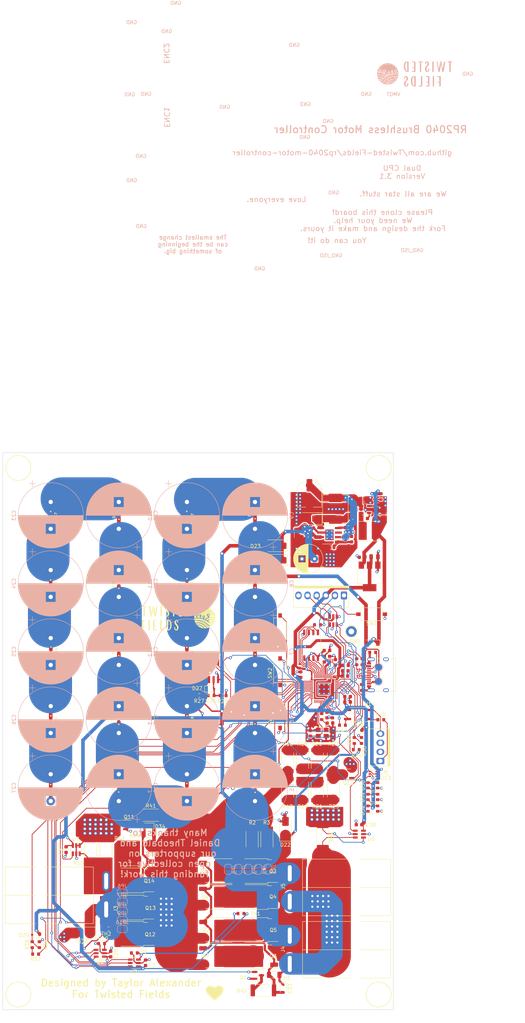
<source format=kicad_pcb>
(kicad_pcb (version 20221018) (generator pcbnew)
  (layers (0 "F.Cu" signal) (1 "In1.Cu" signal) (2 "In2.Cu" signal) (31 "B.Cu" signal) (34 "B.Paste" user) (35 "F.Paste" user) (36 "B.SilkS" user "B.Silkscreen") (37 "F.SilkS" user "F.Silkscreen") (38 "B.Mask" user) (39 "F.Mask" user) (44 "Edge.Cuts" user))
  (net 0 "")
  (net 1 "VCAP")
  (net 2 "GND")
  (net 3 "VBUS")
  (net 4 "/VCAP_GATE")
  (net 5 "VOUT")
  (net 6 "+5V")
  (net 7 "+3V3")
  (net 8 "+12V")
  (net 9 "/SW")
  (net 10 "/FB")
  (net 11 "/USB_D_2+")
  (net 12 "/USB_D_2-")
  (net 13 "/SWCLK_2")
  (net 14 "/SWD_2")
  (net 15 "/RXI_2")
  (net 16 "/TXO_2")
  (net 17 "/QSPI_SS_2")
  (net 18 "/~{USB_BOOT_2}")
  (net 19 "/USB_DP_2")
  (net 20 "/USB_DN_2")
  (net 21 "/BS")
  (net 22 "/QSPI_SD1_2")
  (net 23 "/QSPI_SD2_2")
  (net 24 "/QSPI_SD0_2")
  (net 25 "/QSPI_SCLK_2")
  (net 26 "/QSPI_SD3_2")
  (net 27 "/LED")
  (net 28 "/ADC_DATA")
  (net 29 "/ADC_CS1")
  (net 30 "/ADC_CLK")
  (net 31 "/ADC_CS2")
  (net 32 "VOUT_ENABLE")
  (net 33 "VIN_ENABLE")
  (net 34 "CURRENT_MEASURE_IN")
  (net 35 "CURRENT_MEASURE_OUT")
  (net 36 "VOUT_MEASURE")
  (net 37 "/ADC_CS3")
  (net 38 "BLEED_FET")
  (net 39 "/1V1")
  (net 40 "VINPUT_MEASURE")
  (net 41 "VINPUT")
  (net 42 "Net-(U4-XIN)")
  (net 43 "Net-(C2-Pad1)")
  (net 44 "Net-(D2-A)")
  (net 45 "Net-(D3-A)")
  (net 46 "Net-(D4-A)")
  (net 47 "Net-(D5-A)")
  (net 48 "Net-(D6-A)")
  (net 49 "Net-(D7-A)")
  (net 50 "Net-(D8-A)")
  (net 51 "Net-(D10-K)")
  (net 52 "Net-(D10-A)")
  (net 53 "Net-(D11-A)")
  (net 54 "Net-(D12-A)")
  (net 55 "Net-(D13-A)")
  (net 56 "Net-(D14-A)")
  (net 57 "Net-(D15-A)")
  (net 58 "Net-(D16-A)")
  (net 59 "Net-(D17-A)")
  (net 60 "Net-(D18-A)")
  (net 61 "Net-(D19-A)")
  (net 62 "Net-(D20-A)")
  (net 63 "Net-(D23-K)")
  (net 64 "Net-(U9-BS)")
  (net 65 "Net-(U9-SW)")
  (net 66 "Net-(C47-Pad2)")
  (net 67 "Net-(U9-FB)")
  (net 68 "Net-(D27-A)")
  (net 69 "Net-(D30-DIN)")
  (net 70 "Net-(D30-DOUT)")
  (net 71 "Net-(D31-DOUT)")
  (net 73 "Net-(J1-CC1)")
  (net 75 "Net-(J1-CC2)")
  (net 77 "Net-(J3-Pin_2)")
  (net 78 "Net-(J4-Pin_2)")
  (net 79 "Net-(Q2-D)")
  (net 80 "Net-(Q3-D)")
  (net 81 "Net-(Q4-D)")
  (net 82 "Net-(Q5-D)")
  (net 83 "Net-(Q10-D)")
  (net 84 "Net-(U4-XOUT)")
  (net 85 "Net-(U3-VIN)")
  (net 86 "Net-(U5-VIN)")
  (net 87 "Net-(R11-Pad1)")
  (net 88 "Net-(R12-Pad1)")
  (net 89 "Net-(R16-Pad2)")
  (net 90 "Net-(R17-Pad2)")
  (net 91 "Net-(R18-Pad2)")
  (net 92 "Net-(R19-Pad2)")
  (net 93 "Net-(R20-Pad2)")
  (net 94 "Net-(R21-Pad2)")
  (net 95 "Net-(R25-Pad1)")
  (net 96 "Net-(R27-Pad2)")
  (net 97 "Net-(R34-Pad2)")
  (net 98 "Net-(R37-Pad2)")
  (net 99 "Net-(U4-GPIO9)")
  (net 100 "Net-(U4-GPIO10)")
  (net 101 "Net-(U4-GPIO11)")
  (net 115 "/VINPUT_GATE")
  (net 116 "Net-(Q1-D)")
  (net 117 "Net-(Q11-D)")
  (net 118 "+5V_ISO")
  (net 121 "GND_ISO")
  (net 122 "Net-(R42-Pad2)")
  (net 123 "5V_ISO_PRESENT")
  (footprint "Capacitor_SMD:C_0603_1608Metric" (layer "F.Cu") (at 114.415 83.295 90)
    (fp_text reference "C41")
    (fp_text value "100n")
  )
  (footprint "Package_TO_SOT_SMD:TO-252-2" (layer "F.Cu") (at 129.255 137.030001 180)
    (fp_text reference "Q2")
    (fp_text value "100V 34A PMOS")
  )
  (footprint "Capacitor_SMD:C_0603_1608Metric" (layer "F.Cu") (at 88.735 160.205001 -90)
    (fp_text reference "C28")
    (fp_text value "1u")
  )
  (footprint "Resistor_SMD:R_0603_1608Metric" (layer "F.Cu") (at 163.350001 34.77)
    (fp_text reference "R31" hide)
    (fp_text value "15k 0.1%")
  )
  (footprint "Resistor_SMD:R_0603_1608Metric" (layer "F.Cu") (at 150.210001 46.72)
    (fp_text reference "R33" hide)
    (fp_text value "21.5k")
  )
  (footprint "Capacitor_SMD:C_0805_2012Metric" (layer "F.Cu") (at 162.344999 49.305001)
    (fp_text reference "C48" hide)
    (fp_text value "10u")
  )
  (footprint "Package_TO_SOT_SMD:TO-252-2" (layer "F.Cu") (at 94.685001 154.575 180)
    (fp_text reference "Q12")
    (fp_text value "100V 34A PMOS")
  )
  (footprint "Capacitor_SMD:C_1210_3225Metric" (layer "F.Cu") (at 141.32 43.200001 -90)
    (fp_text reference "C43" hide)
    (fp_text value "4.7uF 100V")
  )
  (footprint "Resistor_SMD:R_0603_1608Metric" (layer "F.Cu") (at 157.244999 103.145 180)
    (fp_text reference "R34")
    (fp_text value "50k 0.1%")
  )
  (footprint "Package_TO_SOT_SMD:SOT-23-6" (layer "F.Cu") (at 150.844999 67.100001 90)
    (fp_text reference "U1" hide)
    (fp_text value "USBLC6-4SC6")
  )
  (footprint "Connector_Anderson:PowerPole_PP45_1336G1_1x2_Horizontal" (layer "F.Cu") (at 138.695 137.659998 -90)
    (fp_text reference "J5")
    (fp_text value "Conn_01x02")
  )
  (footprint "Resistor_SMD:R_0603_1608Metric" (layer "F.Cu") (at 158.715 100.585 90)
    (fp_text reference "R36")
    (fp_text value "5.1k 0.1%")
  )
  (footprint "Capacitor_SMD:CP_Elec_6.3x7.7" (layer "F.Cu") (at 144.190002 32.035 -90)
    (fp_text reference "C53" hide)
    (fp_text value "220uF 25V")
  )
  (footprint "Resistor_SMD:R_0603_1608Metric" (layer "F.Cu") (at 154.340001 44.369999 90)
    (fp_text reference "R32" hide)
    (fp_text value "300k")
  )
  (footprint "Diode_SMD:D_SMA" (layer "F.Cu") (at 80.98 154.325001 180)
    (fp_text reference "D24")
    (fp_text value "SMAJ51A")
  )
  (footprint "Package_SO:SO-4_4.4x3.6mm_P2.54mm" (layer "F.Cu") (at 157.975 93.325 180)
    (fp_text reference "U14")
    (fp_text value "EL357N(C)(TA)-G")
  )
  (footprint "supercap:DIO_PESD5V0S1UL_315" (layer "F.Cu") (at 72.075 75.75 -90)
    (fp_text reference "D19")
    (fp_text value "2.4v zener")
  )
  (footprint "Package_TO_SOT_SMD:SOT-363_SC-70-6" (layer "F.Cu") (at 161.975 109.925)
    (fp_text reference "U13")
    (fp_text value "TXS0101DCKR")
  )
  (footprint "Package_TO_SOT_SMD:SOT-223-3_TabPin2" (layer "F.Cu") (at 160.97 54.775 -90)
    (fp_text reference "U12" hide)
    (fp_text value "TLV1117LV33DCYR")
  )
  (footprint "Package_TO_SOT_SMD:SOT-23-6" (layer "F.Cu") (at 95.33033 162.704144 180)
    (fp_text reference "U3")
    (fp_text value "ADC081S021CISD/NOPB")
  )
  (footprint "Resistor_SMD:R_0603_1608Metric" (layer "F.Cu") (at 153.405 96.315)
    (fp_text reference "R43")
    (fp_text value "5.1k")
  )
  (footprint "Package_TO_SOT_SMD:TO-252-2" (layer "F.Cu") (at 129.255001 144.300003 180)
    (fp_text reference "Q4")
    (fp_text value "100V 34A PMOS")
  )
  (footprint "Capacitor_SMD:C_0603_1608Metric" (layer "F.Cu") (at 154.254001 79.613999)
    (fp_text reference "C29" hide)
    (fp_text value "100n")
  )
  (footprint "supercap:MountingHole_3.9mm_Plastite_#6" (layer "F.Cu") (at 63 171.5)
    (fp_text reference "H2" hide)
    (fp_text value "MountingHole")
  )
  (footprint "Capacitor_SMD:C_0603_1608Metric" (layer "F.Cu") (at 76.285 131.045 -90)
    (fp_text reference "C37")
    (fp_text value "100n")
  )
  (footprint "Resistor_SMD:R_2512_6332Metric" (layer "F.Cu") (at 142.245001 114.305 90)
    (fp_text reference "R19")
    (fp_text value "100R 2W")
  )
  (footprint "Connector_Anderson:PowerPole_PP45_1336G1_1x2_Horizontal" (layer "F.Cu") (at 87.474999 147.745 90)
    (fp_text reference "J3")
    (fp_text value "Power Output")
  )
  (footprint "supercap:DIO_PESD5V0S1UL_315" (layer "F.Cu") (at 71.975 114.15 -90)
    (fp_text reference "D21")
    (fp_text value "2.4v zener")
  )
  (footprint "supercap:DIO_PESD5V0S1UL_315" (layer "F.Cu") (at 90.975 75.625 90)
    (fp_text reference "D14")
    (fp_text value "2.4v zener")
  )
  (footprint "Capacitor_SMD:C_0603_1608Metric" (layer "F.Cu") (at 158.864999 49.434999 180)
    (fp_text reference "C45" hide)
    (fp_text value "1u")
  )
  (footprint "Resistor_SMD:R_2512_6332Metric" (layer "F.Cu") (at 132.335 128.155 90)
    (fp_text reference "R3")
    (fp_text value "1k 2 watt")
  )
  (footprint "Package_TO_SOT_SMD:TO-252-2" (layer "F.Cu") (at 119.585 153.530001)
    (fp_text reference "Q9")
    (fp_text value "100V 34A PMOS")
  )
  (footprint "Resistor_SMD:R_2512_6332Metric" (layer "F.Cu") (at 87.404999 131.095 -90)
    (fp_text reference "R13")
    (fp_text value "3mΩ")
  )
  (footprint "Resistor_SMD:R_2512_6332Metric" (layer "F.Cu") (at 146.375001 106.205 90)
    (fp_text reference "R20")
    (fp_text value "100R 2W")
  )
  (footprint "supercap:DIO_PESD5V0S1UL_315" (layer "F.Cu") (at 91.025 56.875 90)
    (fp_text reference "D15")
    (fp_text value "2.4v zener")
  )
  (footprint "Resistor_SMD:R_0603_1608Metric" (layer "F.Cu") (at 161.833002 75.983999 180)
    (fp_text reference "R7" hide)
    (fp_text value "5.1k")
  )
  (footprint "Capacitor_SMD:C_0603_1608Metric" (layer "F.Cu") (at 150.604002 93.484001 -90)
    (fp_text reference "C15" hide)
    (fp_text value "100n")
  )
  (footprint "Resistor_SMD:R_0603_1608Metric" (layer "F.Cu") (at 116.755 88.034999)
    (fp_text reference "R28")
    (fp_text value "50k 0.1%")
  )
  (footprint "Resistor_SMD:R_0603_1608Metric" (layer "F.Cu") (at 147.604002 93.914 -90)
    (fp_text reference "R8" hide)
    (fp_text value "1.1k")
  )
  (footprint "Package_TO_SOT_SMD:SOT-23-6" (layer "F.Cu") (at 159.73 36.069999 180)
    (fp_text reference "U9" hide)
    (fp_text value "MT2492")
  )
  (footprint "Resistor_SMD:R_0603_1608Metric" (layer "F.Cu") (at 125.075 148.900001 180)
    (fp_text reference "TH1")
    (fp_text value "Thermistor 10k")
  )
  (footprint "Resistor_SMD:R_0603_1608Metric" (layer "F.Cu") (at 164.095 94.795 180)
    (fp_text reference "R42")
    (fp_text value "120R")
  )
  (footprint "Capacitor_SMD:C_0603_1608Metric" (layer "F.Cu") (at 154.104002 82.624)
    (fp_text reference "C36" hide)
    (fp_text value "100n")
  )
  (footprint "Capacitor_SMD:C_0603_1608Metric" (layer "F.Cu") (at 162.460001 32.51 -90)
    (fp_text reference "C49" hide)
    (fp_text value "22pF")
  )
  (footprint "Package_TO_SOT_SMD:TO-252-2" (layer "F.Cu") (at 94.685001 139.645002 180)
    (fp_text reference "Q14")
    (fp_text value "100V 34A PMOS")
  )
  (footprint "supercap:MountingHole_3.9mm_Plastite_#6" (layer "F.Cu") (at 63 24.5)
    (fp_text reference "H4" hide)
    (fp_text value "MountingHole")
  )
  (footprint "Capacitor_SMD:C_0603_1608Metric" (layer "F.Cu") (at 159.595 38.585 180)
    (fp_text reference "C46" hide)
    (fp_text value "22nF")
  )
  (footprint "Diode_SMD:D_SOD-323" (layer "F.Cu") (at 116.539999 86.175)
    (fp_text reference "D27")
    (fp_text value "1N4148WS")
  )
  (footprint "Resistor_SMD:R_2512_6332Metric" (layer "F.Cu") (at 147.904999 127.389997 -90)
    (fp_text reference "R14")
    (fp_text value "3mΩ")
  )
  (footprint "parts:Ckmtw-W-2510S06P_1x06_P2.54mm_Vertical" (layer "F.Cu") (at 153.827 60.432001 180)
    (fp_text reference "J2" hide)
    (fp_text value "Conn_01x06")
  )
  (footprint "taylor_footprints:twisted_icon" (layer "F.Cu") (at 115.177301 66.359763)
    (fp_text reference "G***" hide)
    (fp_text value "LOGO" hide)
  )
  (footprint "Resistor_SMD:R_1206_3216Metric" (layer "F.Cu") (at 134.360001 166.005 180)
    (fp_text reference "R1")
    (fp_text value "10k")
  )
  (footprint "Capacitor_SMD:C_0603_1608Metric" (layer "F.Cu") (at 154.830001 89.856)
    (fp_text reference "C31" hide)
    (fp_text value "100n")
  )
  (footprint "supercap:DIO_PESD5V0S1UL_315" (layer "F.Cu") (at 71.975 57 -90)
    (fp_text reference "D18")
    (fp_text value "2.4v zener")
  )
  (footprint "RP2040_minimal:LED_WS2812_3528_3.5x2.8mm_P1.5mm" (layer "F.Cu") (at 161.875 116.35 180)
    (fp_text reference "D31")
    (fp_text value "WS2812B")
  )
  (footprint "Diode_SMD:D_SOD-323" (layer "F.Cu") (at 99.24 124.475001 180)
    (fp_text reference "D34")
    (fp_text value "Zener 10v")
  )
  (footprint "Package_SO:SOIC-8-1EP_3.9x4.9mm_P1.27mm_EP2.29x3mm_ThermalVias" (layer "F.Cu") (at 149.780001 43.175)
    (fp_text reference "U11" hide)
    (fp_text value "TX4139")
  )
  (footprint "Diode_SMD:D_SMA" (layer "F.Cu") (at 134.53 50.274999 180)
    (fp_text reference "D25")
    (fp_text value "D")
  )
  (footprint "TestPoint:TestPoint_Loop_D2.60mm_Drill1.6mm_Beaded" (layer "F.Cu") (at 155.875 70.155001)
    (fp_text reference "TP1" hide)
    (fp_text value "TestPoint")
  )
  (footprint "Diode_SMD:D_SMA" (layer "F.Cu") (at 144.2 38.634998 180)
    (fp_text reference "D26" hide)
    (fp_text value "SS310")
  )
  (footprint "Resistor_SMD:R_1206_3216Metric" (layer "F.Cu") (at 99.355 126.775 180)
    (fp_text reference "R24")
    (fp_text value "10k")
  )
  (footprint "Capacitor_SMD:C_0603_1608Metric" (layer "F.Cu") (at 154.830001 88.323999)
    (fp_text reference "C33" hide)
    (fp_text value "100n")
  )
  (footprint "Capacitor_SMD:C_0603_1608Metric" (layer "F.Cu") (at 155.790001 38.879999 -90)
    (fp_text reference "C47" hide)
    (fp_text value "100n")
  )
  (footprint "Package_TO_SOT_SMD:TO-252-2" (layer "F.Cu") (at 119.534999 137.030001)
    (fp_text reference "Q6")
    (fp_text value "100V 34A PMOS")
  )
  (footprint "Connector_USB:USB_C_Receptacle_XKB_U262-16XN-4BVC11" (layer "F.Cu") (at 164.480001 82.249999 90)
    (fp_text reference "J1" hide)
    (fp_text value "CPU2 USB")
  )
  (footprint "Package_TO_SOT_SMD:TO-252-2" (layer "F.Cu") (at 129.305 160.880001 180)
    (fp_text reference "Q3")
    (fp_text value "100V 34A PMOS")
  )
  (footprint "Package_SO:SOIC-8_5.23x5.23mm_P1.27mm" (layer "F.Cu") (at 144.647001 74.002 -90)
    (fp_text reference "U2" hide)
    (fp_text value "W25Q128JVSIQ")
  )
  (footprint "Resistor_SMD:R_0603_1608Metric" (layer "F.Cu") (at 156.705 100.585001 90)
    (fp_text reference "R35")
    (fp_text value "50k 0.1%")
  )
  (footprint "Resistor_SMD:R_0603_1608Metric" (layer "F.Cu") (at 120.105 88.045)
    (fp_text reference "R29")
    (fp_text value "5.1k 0.1%")
  )
  (footprint "Connector_Anderson:PowerPole_PP45_1336G1_1x2_Horizontal" (layer "F.Cu") (at 138.695 155.059999 -90)
    (fp_text reference "J4")
    (fp_text value "Conn_01x02")
  )
  (footprint "Package_TO_SOT_SMD:TO-252-2" (layer "F.Cu") (at 119.584999 160.880002)
    (fp_text reference "Q7")
    (fp_text value "100V 34A PMOS")
  )
  (footprint "Package_TO_SOT_SMD:SOT-23" (layer "F.Cu") (at 155.064999 110.105 180)
    (fp_text reference "Q10")
    (fp_text value "Q_NMOS_GSD")
  )
  (footprint "Resistor_SMD:R_2512_6332Metric" (layer "F.Cu") (at 128.195 128.155 90)
    (fp_text reference "R2")
    (fp_text value "1k 2 watt")
  )
  (footprint "supercap:DIO_PESD5V0S1UL_315" (layer "F.Cu") (at 109.975 113.85 -90)
    (fp_text reference "D11")
    (fp_text value "2.4v zener")
  )
  (footprint "Package_TO_SOT_SMD:SOT-23-6" (layer "F.Cu") (at 85.815 159.975 180)
    (fp_text reference "U5")
    (fp_text value "ADC081S021CISD/NOPB")
  )
  (footprint "Resistor_SMD:R_0603_1608Metric" (layer "F.Cu") (at 66.835001 157.585 90)
    (fp_text reference "R38")
    (fp_text value "50k 0.1%")
  )
  (footprint "Resistor_SMD:R_2512_6332Metric" (layer "F.Cu") (at 138.094998 114.295 -90)
    (fp_text reference "R17")
    (fp_text value "100R 2W")
  )
  (footprint "Resistor_SMD:R_0603_1608Metric" (layer "F.Cu") (at 67.784998 160.225 180)
    (fp_text reference "R37")
    (fp_text value "50k 0.1%")
  )
  (footprint "supercap:PINREX-744-81-04TW00 _1x04_P2.54mm_Vertical" (layer "F.Cu") (at 163.645 106.305 90)
    (fp_text reference "J6")
    (fp_text value "CAN2 PLUG")
  )
  (footprint "supercap:DIO_PESD5V0S1UL_315" (layer "F.Cu") (at 109.975 75.85 -90)
    (fp_text reference "D9")
    (fp_text value "2.4v zener")
  )
  (footprint "supercap:DIO_PESD5V0S1UL_315" (layer "F.Cu") (at 71.975 37.9 -90)
    (fp_text reference "D17")
    (fp_text value "2.4v zener")
  )
  (footprint "Resistor_SMD:R_2512_6332Metric" (layer "F.Cu") (at 99.945 121.435)
    (fp_text reference "R41")
    (fp_text value "2k 2 watt")
  )
  (footprint "Resistor_SMD:R_0603_1608Metric" (layer "F.Cu") (at 146.426001 68.292)
    (fp_text reference "R4" hide)
    (fp_text value "1.1k")
  )
  (footprint "Package_TO_SOT_SMD:TO-252-2" (layer "F.Cu") (at 129.304999 153.500001 180)
    (fp_text reference "Q5")
    (fp_text value "100V 34A PMOS")
  )
  (footprint "supercap:DIO_PESD5V0S1UL_315" (layer "F.Cu") (at 91.025 37.575 90)
    (fp_text reference "D16")
    (fp_text value "2.4v zener")
  )
  (footprint "Resistor_SMD:R_0603_1608Metric" (layer "F.Cu") (at 113.455001 88.024999)
    (fp_text reference "R27")
    (fp_text value "50k 0.1%")
  )
  (footprint "supercap:MountingHole_3.9mm_Plastite_#6" (layer "F.Cu") (at 163.5 24.5)
    (fp_text reference "H3" hide)
    (fp_text value "MountingHole")
  )
  (footprint "supercap:SOIC127P599X175-8N" (layer "F.Cu") (at 118.0775 81.11 90)
    (fp_text reference "U10")
    (fp_text value "ADS7822U")
  )
  (footprint "Resistor_SMD:R_0603_1608Metric" (layer "F.Cu") (at 158.912002 78.6 90)
    (fp_text reference "R11" hide)
    (fp_text value "27")
  )
  (footprint "Resistor_SMD:R_0603_1608Metric" (layer "F.Cu") (at 144.525001 41.250001 180)
    (fp_text reference "R25" hide)
    (fp_text value "50mΩ")
  )
  (footprint "Capacitor_THT:CP_Radial_D8.0mm_P3.50mm" (layer "F.Cu") (at 145.605002 49.869699 180)
    (fp_text reference "C40" hide)
    (fp_text value "47uF 63V solid")
  )
  (footprint "Diode_SMD:D_SOD-323" (layer "F.Cu") (at 136.925 169.86 -90)
    (fp_text reference "D33")
    (fp_text value "Zener 10v")
  )
  (footprint "supercap:DIO_PESD5V0S1UL_315" (layer "F.Cu") (at 109.975 37.85 -90)
    (fp_text reference "D7")
    (fp_text value "2.4v zener")
  )
  (footprint "RP2040_minimal:LED_WS2812_3528_3.5x2.8mm_P1.5mm" (layer "F.Cu") (at 161.875 119.6 180)
    (fp_text reference "D32")
    (fp_text value "WS2812B")
  )
  (footprint "supercap:DIO_PESD5V0S1UL_315" (layer "F.Cu") (at 129.025 37.425 90)
    (fp_text reference "D6")
    (fp_text value "2.4v zener")
  )
  (footprint "Capacitor_SMD:C_0603_1608Metric" (layer "F.Cu") (at 158.035 124.089999 180)
    (fp_text reference "C38")
    (fp_text value "100n")
  )
  (footprint "Resistor_SMD:R_2512_6332Metric" (layer "F.Cu") (at 146.365 114.295 -90)
    (fp_text reference "R21")
    (fp_text value "100R 2W")
  )
  (footprint "Diode_SMD:D_SOD-123" (layer "F.Cu") (at 161.62 73.533999 180)
    (fp_text reference "D1" hide)
    (fp_text value "B5819W SL")
  )
  (footprint "Capacitor_SMD:C_0603_1608Metric" (layer "F.Cu") (at 149.914 95.734001)
    (fp_text reference "C2" hide)
    (fp_text value "20p")
  )
  (footprint "Package_TO_SOT_SMD:TO-252-2" (layer "F.Cu") (at 94.685 147.244997 180)
    (fp_text reference "Q13")
    (fp_text value "100V 34A PMOS")
  )
  (footprint "Inductor_SMD:L_Sunlord_SWPA5040S" (layer "F.Cu") (at 160.630001 42.175001)
    (fp_text reference "L1" hide)
    (fp_text value "10uH")
  )
  (footprint "Package_TO_SOT_SMD:SOT-23-6" (layer "F.Cu") (at 79.125 131.055 90)
    (fp_text reference "U7")
    (fp_text value "INA181A2")
  )
  (footprint "supercap:DIO_PESD5V0S1UL_315" (layer "F.Cu") (at 129.025 113.825 90)
    (fp_text reference "D2")
    (fp_text value "2.4v zener")
  )
  (footprint "supercap:DIO_PESD5V0S1UL_315" (layer "F.Cu") (at 129.025 75.275 90)
    (fp_text reference "D4")
    (fp_text value "2.4v zener")
  )
  (footprint "Capacitor_SMD:C_0603_1608Metric" (layer "F.Cu") (at 141.752001 82.204 90)
    (fp_text reference "C34" hide)
    (fp_text value "100n")
  )
  (footprint "Capacitor_SMD:C_0603_1608Metric" (layer "F.Cu") (at 98.46033 162.634143 -90)
    (fp_text reference "C3")
    (fp_text value "1u")
  )
  (footprint "supercap:DIO_PESD5V0S1UL_315" (layer "F.Cu") (at 110.025 94.9 -90)
    (fp_text reference "D10")
    (fp_text value "2.4v zener")
  )
  (footprint "Resistor_SMD:R_0603_1608Metric" (layer "F.Cu") (at 86.195 157.265 180)
    (fp_text reference "R10")
    (fp_text value "10k")
  )
  (footprint "supercap:DIO_PESD5V0S1UL_315" (layer "F.Cu") (at 129.025 56.625 90)
    (fp_text reference "D5")
    (fp_text value "2.4v zener")
  )
  (footprint "Capacitor_SMD:C_0603_1608Metric" (layer "F.Cu") (at 149.076002 75.462)
    (fp_text reference "C4" hide)
    (fp_text value "100n")
  )
  (footprint "Resistor_SMD:R_2512_6332Metric" (layer "F.Cu") (at 150.884999 106.195 -90)
    (fp_text reference "R22")
    (fp_text value "100R 2W")
  )
  (footprint "supercap:SW_TS_1101_C_W" (layer "F.Cu") (at 136 93.375 -90)
    (fp_text reference "SW4")
    (fp_text value "SW_MEC_5G")
  )
  (footprint "Resistor_SMD:R_0402_1005Metric" (layer "F.Cu") (at 141.448001 79.756 90)
    (fp_text reference "R5" hide)
    (fp_text value "DNS")
  )
  (footprint "Capacitor_SMD:C_0805_2012Metric" (layer "F.Cu") (at 159.43 33.250001)
    (fp_text reference "C42" hide)
    (fp_text value "22uF 25V")
  )
  (footprint "Resistor_SMD:R_0603_1608Metric" (layer "F.Cu") (at 95.34033 159.899142 180)
    (fp_text reference "R9")
    (fp_text value "10k")
  )
  (footprint "supercap:MountingHole_3.9mm_Plastite_#6" (layer "F.Cu") (at 163.5 171.5)
    (fp_text reference "H1" hide)
    (fp_text value "MountingHole")
  )
  (footprint "Resistor_SMD:R_0603_1608Metric" (layer "F.Cu") (at 68.845 157.585 90)
    (fp_text reference "R39")
    (fp_text value "5.1k 0.1%")
  )
  (footprint "Capacitor_SMD:C_0603_1608Metric" (layer "F.Cu") (at 149.834 77.874 90)
    (fp_text reference "C30" hide)
    (fp_text value "100n")
  )
  (footprint "Package_TO_SOT_SMD:SOT-23-6" (layer "F.Cu") (at 158.125 126.719999)
    (fp_text reference "U6")
    (fp_text value "INA181A2")
  )
  (footprint "Capacitor_SMD:C_0603_1608Metric" (layer "F.Cu") (at 148.344001 77.884001 90)
    (fp_text reference "C16" hide)
    (fp_text value "1u")
  )
  (footprint "supercap:SW_TS_1101_C_W" (layer "F.Cu") (at 136 69.375 -90)
    (fp_text reference "SW3")
    (fp_text value "SW_MEC_5G")
  )
  (footprint "Crystal:Crystal_SMD_3225-4Pin_3.2x2.5mm" (layer "F.Cu") (at 147.734 98.494 180)
    (fp_text reference "Y1" hide)
    (fp_text value "12MHz")
  )
  (footprint "Capacitor_SMD:C_0805_2012Metric" (layer "F.Cu") (at 164.860001 37.265 -90)
    (fp_text reference "C52" hide)
    (fp_text value "22uF 25V")
  )
  (footprint "Resistor_SMD:R_2512_6332Metric" (layer "F.Cu") (at 83.164999 131.095 -90)
    (fp_text reference "R15")
    (fp_text value "3mΩ")
  )
  (footprint "Resistor_SMD:R_0603_1608Metric" (layer "F.Cu") (at 155.035001 41.155)
    (fp_text reference "R26" hide)
    (fp_text value "10Ω")
  )
  (footprint "Diode_SMD:D_SOD-323" (layer "F.Cu") (at 67.86 154.825 180)
    (fp_text reference "D29")
    (fp_text value "1N4148WS")
  )
  (footprint "supercap:DIO_PESD5V0S1UL_315" (layer "F.Cu") (at 90.975 94.825 90)
    (fp_text reference "D13")
    (fp_text value "2.4v zener")
  )
  (footprint "supercap:SW_TS_1101_C_W" (layer "F.Cu") (at 161.543 65.329001 180)
    (fp_text reference "SW1")
    (fp_text value "SW_MEC_5G")
  )
  (footprint "Resistor_SMD:R_2512_6332Metric" (layer "F.Cu") (at 142.265001 106.195 -90)
    (fp_text reference "R18")
    (fp_text value "100R 2W")
  )
  (footprint "Package_TO_SOT_SMD:TO-252-2" (layer "F.Cu") (at 94.685 132.095 180)
    (fp_text reference "Q15")
    (fp_text value "100V 34A PMOS")
  )
  (footprint "Diode_SMD:D_SMA" (layer "F.Cu") (at 134.53 46.225 180)
    (fp_text reference "D23")
    (fp_text value "D")
  )
  (footprint "Capacitor_SMD:C_0603_1608Metric" (layer "F.Cu") (at 112.695 83.304999 -90)
    (fp_text reference "C39")
    (fp_text value "1u")
  )
  (footprint "supercap:DIO_PESD5V0S1UL_315" (layer "F.Cu") (at 110.025 56.65 -90)
    (fp_text reference "D8")
    (fp_text value "2.4v zener")
  )
  (footprint "Capacitor_SMD:C_0805_2012Metric" (layer "F.Cu") (at 162.845001 37.265 -90)
    (fp_text reference "C50" hide)
    (fp_text value "47uF 10v")
  )
  (footprint "Capacitor_SMD:C_0603_1608Metric" (layer "F.Cu") (at 155.950001 44.379999 -90)
    (fp_text reference "C51" hide)
    (fp_text value "47pf")
  )
  (footprint "Capacitor_SMD:C_0603_1608Metric" (layer "F.Cu") (at 154.194001 81.114001)
    (fp_text reference "C32" hide)
    (fp_text value "1u")
  )
  (footprint "Capacitor_SMD:C_0603_1608Metric" (layer "F.Cu") (at 149.104 93.473999 -90)
    (fp_text reference "C35" hide)
    (fp_text value "100n")
  )
  (footprint "Resistor_SMD:R_2512_6332Metric" (layer "F.Cu") (at 138.095 106.205 90)
    (fp_text reference "R16")
    (fp_text value "100R 2W")
  )
  (footprint "Diode_SMD:D_SOD-323" (layer "F.Cu") (at 157.759999 97.724999 180)
    (fp_text reference "D28")
    (fp_text value "1N4148WS")
  )
  (footprint "Package_TO_SOT_SMD:SOT-666" (layer "F.Cu") (at 158.080002 81.664999 -90)
    (fp_text reference "U8" hide)
    (fp_text value "USBLC6-2P6")
  )
  (footprint "RP2040_minimal:LED_WS2812_3528_3.5x2.8mm_P1.5mm" (layer "F.Cu") (at 161.875 113.1 180)
    (fp_text reference "D30")
    (fp_text value "WS2812B")
  )
  (footprint "Capacitor_SMD:C_0805_2012Metric" (layer "F.Cu") (at 144.585001 43.765 -90)
    (fp_text reference "C44" hide)
    (fp_text value "100nF 100V")
  )
  (footprint "Resistor_SMD:R_0603_1608Metric" (layer "F.Cu") (at 164.150001 32.5 90)
    (fp_text reference "R30" hide)
    (fp_text value "110k 0.1%")
  )
  (footprint "Package_TO_SOT_SMD:SOT-23" (layer "F.Cu") (at 129.859997 166.145)
    (fp_text reference "Q1")
    (fp_text value "Q_NMOS_GSD")
  )
  (footprint "Package_TO_SOT_SMD:SOT-23" (layer "F.Cu") (at 93.865 124.375)
    (fp_text reference "Q11")
    (fp_text value "Q_NMOS_GSD")
  )
  (footprint "taylor_footprints:twisted" (layer "F.Cu") (at 104.223713 64.5)
    (fp_text reference "G***" hide)
    (fp_text value "LOGO" hide)
  )
  (footprint "Resistor_SMD:R_0603_1608Metric" (layer "F.Cu") (at 158.756001 85.782999 90)
    (fp_text reference "R6" hide)
    (fp_text value "5.1k")
  )
  (footprint "taylor_footprints:twisted_2" (layer "F.Cu") (at 91.942372 68.397147)
    (fp_text reference "G***" hide)
    (fp_text value "LOGO" hide)
  )
  (footprint "supercap:DIO_PESD5V0S1UL_315" (layer "F.Cu") (at 128.975 94.675 90)
    (fp_text reference "D3")
    (fp_text value "2.4v zener")
  )
  (footprint "supercap:SW_TS_1101_C_W" (layer "F.Cu") (at 136 81.375 -90)
    (fp_text reference "SW2")
    (fp_text value "SW_MEC_5G")
  )
  (footprint "Resistor_SMD:R_0603_1608Metric" (layer "F.Cu") (at 157.352001 78.599999 90)
    (fp_text reference "R12" hide)
    (fp_text value "27")
  )
  (footprint "supercap:DIO_PESD5V0S1UL_315" (layer "F.Cu") (at 90.975 113.724999 90)
    (fp_text reference "D12")
    (fp_text value "2.4v zener")
  )
  (footprint "Inductor_SMD:L_Chilisin_BMRB00060612" (layer "F.Cu") (at 151.435001 35.884999 90)
    (fp_text reference "L2" hide)
    (fp_text value "47uH")
  )
  (footprint "supercap:DIO_PESD5V0S1UL_315" (layer "F.Cu") (at 72.025001 94.95 -90)
    (fp_text reference "D20")
    (fp_text value "2.4v zener")
  )
  (footprint "Resistor_SMD:R_2512_6332Metric" (layer "F.Cu") (at 131.345 170.345)
    (fp_text reference "R40")
    (fp_text value "2k 2 watt")
  )
  (footprint "Resistor_SMD:R_2512_6332Metric" (layer "F.Cu") (at 150.875 114.205001 90)
    (fp_text reference "R23")
    (fp_text value "100R 2W")
  )
  (footprint "Package_TO_SOT_SMD:TO-252-2" (layer "F.Cu") (at 119.535 144.280001)
    (fp_text reference "Q8")
    (fp_text value "100V 34A PMOS")
  )
  (footprint "Diode_SMD:D_SMA" (layer "F.Cu") (at 137.505001 125.18 90)
    (fp_text reference "D22")
    (fp_text value "SMAJ51A")
  )
  (footprint "Capacitor_SMD:C_0603_1608Metric" (layer "F.Cu") (at 151.404001 78.774 90)
    (fp_text reference "C14" hide)
    (fp_text value "100n")
  )
  (footprint "RP2040_minimal:RP2040-QFN-56" (layer "F.Cu") (at 148.264001 86.244)
    (fp_text reference "U4" hide)
    (fp_text value "RP2040")
  )
  (footprint "Resistor_SMD:R_0603_1608Metric" (layer "F.Cu") (at 88.155 153.155)
    (fp_text reference "TH2")
    (fp_text value "Thermistor 10k")
  )
  (footprint "Capacitor_SMD:C_0603_1608Metric" (layer "F.Cu") (at 144.414001 98.594 90)
    (fp_text reference "C1" hide)
    (fp_text value "20p")
  )
  (footprint "Capacitor_THT:CP_Radial_D18.0mm_P7.50mm" (layer "B.Cu") (at 110 34 -90)
    (fp_text reference "C10")
    (fp_text value "120F 2.3v")
  )
  (footprint "Capacitor_THT:CP_Radial_D18.0mm_P7.50mm" (layer "B.Cu") (at 110 72 -90)
    (fp_text reference "C12")
    (fp_text value "120F 2.3v")
  )
  (footprint "Jumper:SolderJumper-2_P1.3mm_Open_RoundedPad1.0x1.5mm" (layer "B.Cu") (at 132.519999 136.494999 90)
    (fp_text reference "JP1")
    (fp_text value "SolderJumper_2_Open")
  )
  (footprint "Capacitor_THT:CP_Radial_D18.0mm_P7.50mm" (layer "B.Cu") (at 91 60.5 90)
    (fp_text reference "C21")
    (fp_text value "120F 2.3v")
  )
  (footprint "Jumper:SolderJumper-2_P1.3mm_Open_RoundedPad1.0x1.5mm" (layer "B.Cu") (at 91.975 143.025001 180)
    (fp_text reference "JP6")
    (fp_text value "SolderJumper_2_Open")
  )
  (footprint "TestPoint:TestPoint_Pad_D2.0mm" (layer "B.Cu") (at 163.430001 84.085714 -90)
    (fp_text reference "TP2" hide)
    (fp_text value "TestPoint")
  )
  (footprint "Jumper:SolderJumper-2_P1.3mm_Open_RoundedPad1.0x1.5mm" (layer "B.Cu") (at 121.469999 136.544999 90)
    (fp_text reference "JP5")
    (fp_text value "SolderJumper_2_Open")
  )
  (footprint "Jumper:SolderJumper-2_P1.3mm_Open_RoundedPad1.0x1.5mm" (layer "B.Cu") (at 91.975 145.575 180)
    (fp_text reference "JP7")
    (fp_text value "SolderJumper_2_Open")
  )
  (footprint "Jumper:SolderJumper-2_P1.3mm_Open_RoundedPad1.0x1.5mm" (layer "B.Cu") (at 124.269998 136.545 90)
    (fp_text reference "JP4")
    (fp_text value "SolderJumper_2_Open")
  )
  (footprint "Jumper:SolderJumper-2_P1.3mm_Open_RoundedPad1.0x1.5mm" (layer "B.Cu") (at 91.975 153.225 180)
    (fp_text reference "JP10")
    (fp_text value "SolderJumper_2_Open")
  )
  (footprint "Capacitor_THT:CP_Radial_D18.0mm_P7.50mm" (layer "B.Cu") (at 72 34 -90)
    (fp_text reference "C23")
    (fp_text value "120F 2.3v")
  )
  (footprint "taylor_footprints:twisted_icon" (layer "B.Cu") (at 165.840374 -85.494999 180)
    (fp_text reference "G***" hide)
    (fp_text value "LOGO" hide)
  )
  (footprint "Capacitor_THT:CP_Radial_D18.0mm_P7.50mm" (layer "B.Cu") (at 72 53 -90)
    (fp_text reference "C24")
    (fp_text value "120F 2.3v")
  )
  (footprint "Capacitor_THT:CP_Radial_D18.0mm_P7.50mm" (layer "B.Cu") (at 129 98.5 90)
    (fp_text reference "C6")
    (fp_text value "120F 2.3v")
  )
  (footprint "Capacitor_THT:CP_Radial_D18.0mm_P7.50mm" (layer "B.Cu") (at 110 53 -90)
    (fp_text reference "C11")
    (fp_text value "120F 2.3v")
  )
  (footprint "taylor_footprints:twisted_2" (layer "B.Cu") (at 186.296715 -83.447852 180)
    (fp_text reference "G***" hide)
    (fp_text value "LOGO" hide)
  )
  (footprint "TestPoint:TestPoint_Pad_D2.0mm" (layer "B.Cu") (at 154.255001 43.860714 -90)
    (fp_text reference "TP4" hide)
    (fp_text value "TestPoint")
  )
  (footprint "taylor_footprints:twisted" (layer "B.Cu") (at 177.265374 -87.519999 180)
    (fp_text reference "G***" hide)
    (fp_text value "LOGO" hide)
  )
  (footprint "Capacitor_THT:CP_Radial_D18.0mm_P7.50mm" (layer "B.Cu") (at 91 117.5 90)
    (fp_text reference "C18")
    (fp_text value "120F 2.3v")
  )
  (footprint "Jumper:SolderJumper-2_P1.3mm_Open_RoundedPad1.0x1.5mm" (layer "B.Cu") (at 127.069999 136.545001 90)
    (fp_text reference "JP3")
    (fp_text value "SolderJumper_2_Open")
  )
  (footprint "Capacitor_THT:CP_Radial_D18.0mm_P7.50mm" (layer "B.Cu") (at 110 110 -90)
    (fp_text reference "C17")
    (fp_text value "120F 2.3v")
  )
  (footprint "Capacitor_THT:CP_Radial_D18.0mm_P7.50mm" (layer "B.Cu") (at 110 91 -90)
    (fp_text reference "C13")
    (fp_text value "120F 2.3v")
  )
  (footprint "Capacitor_THT:CP_Radial_D18.0mm_P7.50mm" (layer "B.Cu") (at 91 79.5 90)
    (fp_text reference "C20")
    (fp_text value "120F 2.3v")
  )
  (footprint "Capacitor_THT:CP_Radial_D18.0mm_P7.50mm" (layer "B.Cu") (at 91 41.5 90)
    (fp_text reference "C22")
    (fp_text value "120F 2.3v")
  )
  (footprint "Jumper:SolderJumper-2_P1.3mm_Open_RoundedPad1.0x1.5mm" (layer "B.Cu") (at 129.869999 136.545 90)
    (fp_text reference "JP2")
    (fp_text value "SolderJumper_2_Open")
  )
  (footprint "Capacitor_THT:CP_Radial_D18.0mm_P7.50mm" (layer "B.Cu") (at 129 79.5 90)
    (fp_text reference "C7")
    (fp_text value "120F 2.3v")
  )
  (footprint "Capacitor_THT:CP_Radial_D18.0mm_P7.50mm" (layer "B.Cu") (at 129 41.5 90)
    (fp_text reference "C9")
    (fp_text value "120F 2.3v")
  )
  (footprint "Jumper:SolderJumper-2_P1.3mm_Open_RoundedPad1.0x1.5mm" (layer "B.Cu") (at 91.975 148.125001 180)
    (fp_text reference "JP8")
    (fp_text value "SolderJumper_2_Open")
  )
  (footprint "TestPoint:TestPoint_Pad_D2.0mm" (layer "B.Cu") (at 163.505002 80.135714 -90)
    (fp_text reference "TP3" hide)
    (fp_text value "TestPoint")
  )
  (footprint "Capacitor_THT:CP_Radial_D18.0mm_P7.50mm" (layer "B.Cu") (at 72 110 -90)
    (fp_text reference "C27")
    (fp_text value "120F 2.3v")
  )
  (footprint "Capacitor_THT:CP_Radial_D18.0mm_P7.50mm" (layer "B.Cu") (at 72 91 -90)
    (fp_text reference "C26")
    (fp_text value "120F 2.3v")
  )
  (footprint "Capacitor_THT:CP_Radial_D18.0mm_P7.50mm" (layer "B.Cu") (at 91 98.5 90)
    (fp_text reference "C19")
    (fp_text value "120F 2.3v")
  )
  (footprint "Capacitor_THT:CP_Radial_D18.0mm_P7.50mm" (layer "B.Cu") (at 129 117.5 90)
    (fp_text reference "C5")
    (fp_text value "120F 2.3v")
  )
  (footprint "Capacitor_THT:CP_Radial_D18.0mm_P7.50mm" (layer "B.Cu") (at 72 72 -90)
    (fp_text reference "C25")
    (fp_text value "120F 2.3v")
  )
  (footprint "Jumper:SolderJumper-2_P1.3mm_Open_RoundedPad1.0x1.5mm" (layer "B.Cu") (at 91.974999 150.675 180)
    (fp_text reference "JP9")
    (fp_text value "SolderJumper_2_Open")
  )
  (footprint "Capacitor_THT:CP_Radial_D18.0mm_P7.50mm" (layer "B.Cu") (at 129 60.5 90)
    (fp_text reference "C8")
    (fp_text value "120F 2.3v")
  )
  (gr_rect (start 58.6 20.25) (end 167.6 175.75) (stroke (width 0.1)) (fill none) (layer "Edge.Cuts"))
  (gr_text "Many thanks to\nDaniel Theobald and\nour supporters on " (at 105.280025 129.199977) (layer "B.SilkS") (effects (font (size 1.8 1.8) (thickness 0.3)) (justify mirror)))
  (gr_text "GND" (at 139.95 -93.569999) (layer "B.SilkS") (effects (font (size 1 1)) (justify mirror)))
  (gr_text "ENC1" (at 104.4 -73.434999 270) (layer "B.SilkS") (effects (font (size 1.4 1.5) (thickness 0.2)) (justify mirror)))
  (gr_text "We need your help.\nFork the design and make it yours." (at 161.92 -43.469999) (layer "B.SilkS") (effects (font (size 1.4 1.5) (thickness 0.2)) (justify mirror)))
  (gr_text "RP2040 Brushless Motor Controller" (at 161.275 -69.994999) (layer "B.SilkS") (effects (font (size 2 2) (thickness 0.3)) (justify mirror)))
  (gr_text "GND" (at 149.4 -72.319999) (layer "B.SilkS") (effects (font (size 1 1)) (justify mirror)))
  (gr_text "ENC2" (at 104.275 -91.244999 270) (layer "B.SilkS") (effects (font (size 1.4 1.5) (thickness 0.2)) (justify mirror)))
  (gr_text "GND" (at 98.6 -79.894999) (layer "B.SilkS") (effects (font (size 1 1)) (justify mirror)))
  (gr_text "GND_ISO" (at 172.85 -36.269999) (layer "B.SilkS") (effects (font (size 1 1)) (justify mirror)))
  (gr_text "GND" (at 97.2 -62.569999) (layer "B.SilkS") (effects (font (size 1 1)) (justify mirror)))
  (gr_text "We are all star stuff." (at 170.325 -52.019999) (layer "B.SilkS") (effects (font (size 1.4 1.5) (thickness 0.2)) (justify mirror)))
  (gr_text "GND" (at 120.55 -76.269999) (layer "B.SilkS") (effects (font (size 1 1)) (justify mirror)))
  (gr_text "GND" (at 160.05 -79.869999) (layer "B.SilkS") (effects (font (size 1 1)) (justify mirror)))
  (gr_text "The smallest change\ncan be the beginning\nof something big." (at 111.675 -37.944999) (layer "B.SilkS") (effects (font (size 1.2 1.2) (thickness 0.2)) (justify mirror)))
  (gr_text "You can do it!" (at 151.93 -39.009999) (layer "B.SilkS") (effects (font (size 1.4 1.5) (thickness 0.2)) (justify mirror)))
  (gr_text "github.com/Twisted-Fields/rp2040-motor-controller" (at 153.35 -63.519999) (layer "B.SilkS") (effects (font (size 1.4 1.5) (thickness 0.2)) (justify mirror)))
  (gr_text "GND_ISO" (at 150.25 -34.819999) (layer "B.SilkS") (effects (font (size 1 1)) (justify mirror)))
  (gr_text "GND" (at 188.35 -85.519999) (layer "B.SilkS") (effects (font (size 1 1)) (justify mirror)))
  (gr_text "GND" (at 150.95 -52.369999) (layer "B.SilkS") (effects (font (size 1 1)) (justify mirror)))
  (gr_text "GND" (at 97.25 -42.994999) (layer "B.SilkS") (effects (font (size 1 1)) (justify mirror)))
  (gr_text "GND" (at 94.075 -79.769999) (layer "B.SilkS") (effects (font (size 1 1)) (justify mirror)))
  (gr_text "GND" (at 94.6 -55.789999) (layer "B.SilkS") (effects (font (size 1 1)) (justify mirror)))
  (gr_text "open collective for\nfunding this work!" (at 103.780025 136.399977) (layer "B.SilkS") (effects (font (size 1.8 1.8) (thickness 0.3)) (justify mirror)))
  (gr_text "GND" (at 104.35 -97.419999) (layer "B.SilkS") (effects (font (size 1 1)) (justify mirror)))
  (gr_text "VMOT" (at 167.625 -79.819999) (layer "B.SilkS") (effects (font (size 1 1)) (justify mirror)))
  (gr_text "GND" (at 143.05 -77.069999) (layer "B.SilkS") (effects (font (size 1 1)) (justify mirror)))
  (gr_text "GND" (at 94.55 -99.919999) (layer "B.SilkS") (effects (font (size 1 1)) (justify mirror)))
  (gr_text "Please clone this board!" (at 164.595 -46.864999) (layer "B.SilkS") (effects (font (size 1.4 1.5) (thickness 0.2)) (justify mirror)))
  (gr_text "Love everyone." (at 134.975 -50.469999) (layer "B.SilkS") (effects (font (size 1.4 1.5) (thickness 0.2)) (justify mirror)))
  (gr_text "Dual CPU\nVersion 3.1" (at 170.05 -58.064999) (layer "B.SilkS") (effects (font (size 1.4 1.5) (thickness 0.2)) (justify mirror)))
  (gr_text "GND" (at 130.325 -31.169999) (layer "B.SilkS") (effects (font (size 1 1)) (justify mirror)))
  (gr_text "GND" (at 142.9 -67.869999) (layer "B.SilkS") (effects (font (size 1 1)) (justify mirror)))
  (gr_text "GND" (at 106.925 -105.294999) (layer "B.SilkS") (effects (font (size 1 1)) (justify mirror)))
  (gr_text "GND" (at 155.27 73.46) (layer "F.SilkS") (effects (font (size 1 1)) (justify left bottom)))
  (gr_text "Designed by Taylor Alexander\nFor Twisted Fields" (at 91.625 169.835001) (layer "F.SilkS") (effects (font (size 2 2) (thickness 0.3))))
  (segment (start 99.725 129.815) (end 100.215001 130.305001) (width 3) (layer "F.Cu") (net 1))
  (segment (start 129.005 117.461065) (end 129.005 114.43) (width 1) (layer "F.Cu") (net 1))
  (segment (start 99.725001 137.365002) (end 99.840003 137.25) (width 3) (layer "F.Cu") (net 1))
  (segment (start 111.25 127) (end 107.944999 130.305001) (width 12) (layer "F.Cu") (net 1))
  (segment (start 121.975 46.225) (end 119.8 48.4) (width 1) (layer "F.Cu") (net 1))
  (segment (start 100.215001 130.305001) (end 107.944999 130.305001) (width 3) (layer "F.Cu") (net 1))
  (segment (start 99.725 144.964997) (end 107.480002 144.964997) (width 3) (layer "F.Cu") (net 1))
  (segment (start 129.005 114.43) (end 129 114.425) (width 1) (layer "F.Cu") (net 1))
  (segment (start 138.094998 111.3325) (end 128 121.427498) (width 3) (layer "F.Cu") (net 1))
  (segment (start 119.2 96.6) (end 119.8 96) (width 1) (layer "F.Cu") (net 1))
  (segment (start 107.944999 130.305001) (end 107.025001 131.224999) (width 12) (layer "F.Cu") (net 1))
  (segment (start 113.060001 155.810001) (end 113 155.75) (width 3) (layer "F.Cu") (net 1))
  (segment (start 107.025001 131.224999) (end 107.025001 159.280002) (width 12) (layer "F.Cu") (net 1))
  (segment (start 114.75 139.310001) (end 109.005 139.310001) (width 3) (layer "F.Cu") (net 1))
  (segment (start 138.095 111.332498) (end 138.094998 111.3325) (width 3) (layer "F.Cu") (net 1))
  (segment (start 112.630001 88.024999) (end 117.005002 92.4) (width 0.4) (layer "F.Cu") (net 1))
  (segment (start 114.75 155.810001) (end 113.060001 155.810001) (width 3) (layer "F.Cu") (net 1))
  (segment (start 100.8175 126.775) (end 100.8175 125.002501) (width 1) (layer "F.Cu") (net 1))
  (segment (start 126.75 119.75) (end 129 117.5) (width 3) (layer "F.Cu") (net 1))
  (segment (start 100.8175 125.002501) (end 100.29 124.475001) (width 1) (layer "F.Cu") (net 1))
  (segment (start 119.8 96) (end 119.8 92.4) (width 1) (layer "F.Cu") (net 1))
  (segment (start 124 122) (end 128 122) (width 12) (layer "F.Cu") (net 1))
  (segment (start 126.25 119.75) (end 126.75 119.75) (width 3) (layer "F.Cu") (net 1))
  (segment (start 114.75 146.560001) (end 109.255 146.560001) (width 3) (layer "F.Cu") (net 1))
  (segment (start 109.005 139.310001) (end 107.944999 138.25) (width 3) (layer "F.Cu") (net 1))
  (segment (start 107.194999 137.25) (end 107.944999 136.5) (width 3) (layer "F.Cu") (net 1))
  (segment (start 109.255 146.560001) (end 107.944999 145.25) (width 3) (layer "F.Cu") (net 1))
  (segment (start 132.53 46.225) (end 121.975 46.225) (width 1) (layer "F.Cu") (net 1))
  (segment (start 107.480002 144.964997) (end 107.944999 144.5) (width 3) (layer "F.Cu") (net 1))
  (segment (start 119 127) (end 111.25 127) (width 12) (layer "F.Cu") (net 1))
  (segment (start 110.905001 163.160002) (end 107.994999 160.25) (width 3) (layer "F.Cu") (net 1))
  (segment (start 99.725001 152.295) (end 107.649999 152.295) (width 3) (layer "F.Cu") (net 1))
  (segment (start 100.8175 128.8825) (end 99.7 130) (width 1) (layer "F.Cu") (net 1))
  (segment (start 128 121.427498) (end 128 122) (width 3) (layer "F.Cu") (net 1))
  (segment (start 114.75 163.160002) (end 110.905001 163.160002) (width 3) (layer "F.Cu") (net 1))
  (segment (start 117.005002 92.4) (end 119.8 92.4) (width 0.4) (layer "F.Cu") (net 1))
  (segment (start 119 127) (end 124 122) (width 12) (layer "F.Cu") (net 1))
  (segment (start 99.840003 137.25) (end 107.194999 137.25) (width 3) (layer "F.Cu") (net 1))
  (segment (start 138.095 109.1675) (end 138.095 111.332498) (width 3) (layer "F.Cu") (net 1))
  (segment (start 129 117.5) (end 128 117.5) (width 1) (layer "F.Cu") (net 1))
  (segment (start 100.8175 126.775) (end 100.8175 128.8825) (width 1) (layer "F.Cu") (net 1))
  (via (at 102.75 144.75) (size 1) (drill 0.6) (layers "F.Cu" "B.Cu") (net 1))
  (via (at 105.75 152.25) (size 1) (drill 0.6) (layers "F.Cu" "B.Cu") (net 1))
  (via (at 104.25 152.25) (size 1) (drill 0.6) (layers "F.Cu" "B.Cu") (net 1))
  (via (at 102.75 147.75) (size 1) (drill 0.6) (layers "F.Cu" "B.Cu") (net 1))
  (via (at 105.75 144.75) (size 1) (drill 0.6) (layers "F.Cu" "B.Cu") (net 1))
  (via (at 119.8 92.4) (size 1) (drill 0.6) (layers "F.Cu" "B.Cu") (net 1))
  (via (at 104.25 144.75) (size 1) (drill 0.6) (layers "F.Cu" "B.Cu") (net 1))
  (via (at 105.75 147.75) (size 1) (drill 0.6) (layers "F.Cu" "B.Cu") (net 1))
  (via (at 104.25 147.75) (size 1) (drill 0.6) (layers "F.Cu" "B.Cu") (net 1))
  (via (at 119.8 48.4) (size 1) (drill 0.6) (layers "F.Cu" "B.Cu") (net 1))
  (via (at 104.25 149.25) (size 1) (drill 0.6) (layers "F.Cu" "B.Cu") (net 1))
  (via (at 104.25 146.25) (size 1) (drill 0.6) (layers "F.Cu" "B.Cu") (net 1))
  (via (at 105.75 150.75) (size 1) (drill 0.6) (layers "F.Cu" "B.Cu") (net 1))
  (via (at 102.75 150.75) (size 1) (drill 0.6) (layers "F.Cu" "B.Cu") (net 1))
  (via (at 105.75 146.25) (size 1) (drill 0.6) (layers "F.Cu" "B.Cu") (net 1))
  (via (at 119.2 96.6) (size 1) (drill 0.6) (layers "F.Cu" "B.Cu") (net 1))
  (via (at 102.75 149.25) (size 1) (drill 0.6) (layers "F.Cu" "B.Cu") (net 1))
  (via (at 104.25 150.75) (size 1) (drill 0.6) (layers "F.Cu" "B.Cu") (net 1))
  (via (at 102.75 146.25) (size 1) (drill 0.6) (layers "F.Cu" "B.Cu") (net 1))
  (via (at 105.75 149.25) (size 1) (drill 0.6) (layers "F.Cu" "B.Cu") (net 1))
  (via (at 102.75 152.25) (size 1) (drill 0.6) (layers "F.Cu" "B.Cu") (net 1))
  (segment (start 119.9 115.1) (end 122.8 118) (width 1) (layer "B.Cu") (net 1))
  (segment (start 128.7 118) (end 129 117.7) (width 1) (layer "B.Cu") (net 1))
  (segment (start 104.25 144.75) (end 98.081877 144.75) (width 12) (layer "B.Cu") (net 1))
  (segment (start 122.8 118) (end 128.7 118) (width 1) (layer "B.Cu") (net 1))
  (segment (start 119.2 96.6) (end 119.9 97.3) (width 1) (layer "B.Cu") (net 1))
  (segment (start 126.75 128.75) (end 128.494999 130.494999) (width 12) (layer "B.Cu") (net 1))
  (segment (start 119.8 48.4) (end 119.8 92.4) (width 1) (layer "B.Cu") (net 1))
  (segment (start 104.25 152.25) (end 98.275 152.25) (width 12) (layer "B.Cu") (net 1))
  (segment (start 130.438123 130.495) (end 122.75 130.495) (width 12) (layer "B.Cu") (net 1))
  (segment (start 98.081877 144.75) (end 98.025 144.806877) (width 12) (layer "B.Cu") (net 1))
  (segment (start 128.494999 130.494999) (end 130.438123 130.495) (width 12) (layer "B.Cu") (net 1))
  (segment (start 119.9 97.3) (end 119.9 115.1) (width 1) (layer "B.Cu") (net 1))
  (segment (start 98.275 152.25) (end 98.025 152) (width 12) (layer "B.Cu") (net 1))
  (segment (start 126.75 119.75) (end 126.75 128.75) (width 12) (layer "B.Cu") (net 1))
  (segment (start 98.025 152) (end 98.025 144.806877) (width 12) (layer "B.Cu") (net 1))
  (segment (start 163.065001 36.315) (end 163.780001 35.6) (width 0.4) (layer "F.Cu") (net 2))
  (segment (start 156.9875 126.719999) (end 155.619999 126.719999) (width 0.2) (layer "F.Cu") (net 2))
  (segment (start 149.834 77.099) (end 150.681001 77.099) (width 0.4) (layer "F.Cu") (net 2))
  (segment (start 155.070001 80.973) (end 155.169001 80.874001) (width 0.4) (layer "F.Cu") (net 2))
  (segment (start 154.969 81.779) (end 154.969001 81.114001) (width 0.6) (layer "F.Cu") (net 2))
  (segment (start 142.742001 70.402) (end 142.742001 70.538) (width 0.6) (layer "F.Cu") (net 2))
  (segment (start 79.125 132.1925) (end 79.125 133.375) (width 0.3) (layer "F.Cu") (net 2))
  (segment (start 121 86.6) (end 120.93 86.67) (width 0.4) (layer "F.Cu") (net 2))
  (segment (start 150.681001 77.099) (end 150.980001 76.8) (width 0.4) (layer "F.Cu") (net 2))
  (segment (start 150.804001 94.159001) (end 150.704001 94.258999) (width 0.4) (layer "F.Cu") (net 2))
  (segment (start 155.605001 88.324001) (end 155.605002 88.475001) (width 0.6) (layer "F.Cu") (net 2))
  (segment (start 155.605001 91.274999) (end 155.605001 89.856) (width 0.2) (layer "F.Cu") (net 2))
  (segment (start 78.98 154.325001) (end 76.924999 154.325001) (width 3) (layer "F.Cu") (net 2))
  (segment (start 96.46783 162.704144) (end 97.615329 162.704144) (width 0.3) (layer "F.Cu") (net 2))
  (segment (start 157.26 124.089999) (end 157.26 123.16) (width 0.2) (layer "F.Cu") (net 2))
  (segment (start 154.879002 82.070999) (end 154.879002 82.624001) (width 0.6) (layer "F.Cu") (net 2))
  (segment (start 97.615329 162.704144) (end 98.46033 161.859143) (width 0.3) (layer "F.Cu") (net 2))
  (segment (start 86.29 159.975) (end 85.75 159.435) (width 0.3) (layer "F.Cu") (net 2))
  (segment (start 165.243 66.493) (end 165.25 66.5) (width 0.2) (layer "F.Cu") (net 2))
  (segment (start 137.505001 123.18) (end 137.505001 120.994999) (width 0.6) (layer "F.Cu") (net 2))
  (segment (start 160.810002 86.005001) (end 161.375 86.57) (width 0.6) (layer "F.Cu") (net 2))
  (segment (start 157.9 99.2) (end 158.155 99.2) (width 0.2) (layer "F.Cu") (net 2))
  (segment (start 160.380001 33.25) (end 159.805002 33.825) (width 0.4) (layer "F.Cu") (net 2))
  (segment (start 155.619999 126.719999) (end 155.4 126.5) (width 0.2) (layer "F.Cu") (net 2))
  (segment (start 85.37 157.265) (end 84.515 157.265) (width 0.3) (layer "F.Cu") (net 2))
  (segment (start 149.851001 74.378999) (end 149.851002 75.462) (width 0.4) (layer "F.Cu") (net 2))
  (segment (start 136 73.8) (end 135.4 74.4) (width 0.2) (layer "F.Cu") (net 2))
  (segment (start 136 85.075) (end 137.275 85.075) (width 0.2) (layer "F.Cu") (net 2))
  (segment (start 162.845001 36.315) (end 163.065001 36.315) (width 0.4) (layer "F.Cu") (net 2))
  (segment (start 159.805001 35.497817) (end 160.377184 36.07) (width 0.4) (layer "F.Cu") (net 2))
  (segment (start 160.810001 85.6) (end 160.810002 86.005001) (width 0.6) (layer "F.Cu") (net 2))
  (segment (start 151.404001 77.999) (end 151.404002 77.224) (width 0.4) (layer "F.Cu") (net 2))
  (segment (start 94.3 125.9) (end 93.5025 125.9) (width 0.3) (layer "F.Cu") (net 2))
  (segment (start 160.8675 36.07) (end 159.984501 36.070001) (width 0.4) (layer "F.Cu") (net 2))
  (segment (start 119.9825 83.58) (end 118.7125 83.58) (width 0.4) (layer "F.Cu") (net 2))
  (segment (start 128.922497 167.095) (end 127.345 167.095) (width 0.6) (layer "F.Cu") (net 2))
  (segment (start 155.605001 89.655999) (end 155.049001 89.1) (width 0.6) (layer "F.Cu") (net 2))
  (segment (start 80.075 129.9175) (end 79.125 129.9175) (width 0.3) (layer "F.Cu") (net 2))
  (segment (start 150.489999 69.43) (end 150.845 69.075) (width 0.2) (layer "F.Cu") (net 2))
  (segment (start 150.845 69.075) (end 150.845 68.2375) (width 0.2) (layer "F.Cu") (net 2))
  (segment (start 164.175001 35.205) (end 163.780001 35.6) (width 0.4) (layer "F.Cu") (net 2))
  (segment (start 88.735 159.43) (end 88.735 158.765) (width 0.3) (layer "F.Cu") (net 2))
  (segment (start 88.19 159.975) (end 88.735 159.43) (width 0.3) (layer "F.Cu") (net 2))
  (segment (start 114.415 82.52) (end 115.335 81.6) (width 0.4) (layer "F.Cu") (net 2))
  (segment (start 158.08 81.315) (end 158.080001 80.74) (width 0.2) (layer "F.Cu") (net 2))
  (segment (start 69.7 156.2) (end 69.14 156.76) (width 0.2) (layer "F.Cu") (net 2))
  (segment (start 161.008 75.984) (end 161.008 77.563) (width 0.6) (layer "F.Cu") (net 2))
  (segment (start 163.225 117.1) (end 164.3 117.1) (width 0.2) (layer "F.Cu") (net 2))
  (segment (start 164.860001 36.315) (end 164.495001 36.315001) (width 0.4) (layer "F.Cu") (net 2))
  (segment (start 85.75 159.435) (end 85.75 157.645) (width 0.3) (layer "F.Cu") (net 2))
  (segment (start 84.515 157.265) (end 84.5 157.25) (width 0.3) (layer "F.Cu") (net 2))
  (segment (start 157.576421 81.664501) (end 157.730501 81.664502) (width 0.2) (layer "F.Cu") (net 2))
  (segment (start 162.845001 36.315) (end 161.1125 36.315001) (width 0.4) (layer "F.Cu") (net 2))
  (segment (start 140.750501 81.428999) (end 140.750503 81.429001) (width 0.6) (layer "F.Cu") (net 2))
  (segment (start 147.264001 91.316) (end 147.080001 91.499999) (width 0.2) (layer "F.Cu") (net 2))
  (segment (start 163.269999 53.230001) (end 163 53.5) (width 0.6) (layer "F.Cu") (net 2))
  (segment (start 161.1125 36.315001) (end 160.8675 36.07) (width 0.4) (layer "F.Cu") (net 2))
  (segment (start 149.104001 94.249) (end 149.37559 94.249) (width 0.4) (layer "F.Cu") (net 2))
  (segment (start 76.924999 154.325001) (end 75.75 155.5) (width 3) (layer "F.Cu") (net 2))
  (segment (start 137.505001 120.994999) (end 137.8 120.7) (width 0.6) (layer "F.Cu") (net 2))
  (segment (start 79.125 133.375) (end 79.25 133.5) (width 0.3) (layer "F.Cu") (net 2))
  (segment (start 136 73.075) (end 136 73.8) (width 0.2) (layer "F.Cu") (net 2))
  (segment (start 85.75 157.645) (end 85.37 157.265) (width 0.3) (layer "F.Cu") (net 2))
  (segment (start 99.390857 161.859143) (end 99.5 161.75) (width 0.3) (layer "F.Cu") (net 2))
  (segment (start 161.324264 109.925) (end 161.025 109.925) (width 0.2) (layer "F.Cu") (net 2))
  (segment (start 155.070001 81.88) (end 155.070001 80.973) (width 0.4) (layer "F.Cu") (net 2))
  (segment (start 86.9525 159.975) (end 86.29 159.975) (width 0.3) (layer "F.Cu") (net 2))
  (segment (start 148.344001 76.968999) (end 149.851002 75.462) (width 0.4) (layer "F.Cu") (net 2))
  (segment (start 76.285 131.82) (end 76.285 132.715) (width 0.3) (layer "F.Cu") (net 2))
  (segment (start 147.904999 125.504999) (end 149 126.6) (width 0.2) (layer "F.Cu") (net 2))
  (segment (start 159.984501 36.070001) (end 159.854503 36.200001) (width 0.4) (layer "F.Cu") (net 2))
  (segment (start 155.2 106.7) (end 155.7 107.2) (width 3) (layer "F.Cu") (net 2))
  (segment (start 148.344002 77.109) (end 148.344001 76.968999) (width 0.4) (layer "F.Cu") (net 2))
  (segment (start 161.008 77.563) (end 161.375002 77.93) (width 0.6) (layer "F.Cu") (net 2))
  (segment (start 136 98) (end 135.6 98.4) (width 0.2) (layer "F.Cu") (net 2))
  (segment (start 127.345 167.095) (end 127.25 167) (width 0.6) (layer "F.Cu") (net 2))
  (segment (start 98.46033 161.859143) (end 99.390857 161.859143) (width 0.3) (layer "F.Cu") (net 2))
  (segment (start 159.2625 126.719999) (end 160.880001 126.719999) (width 0.2) (layer "F.Cu") (net 2))
  (segment (start 165.243 65.329001) (end 165.243 66.493) (width 0.2) (layer "F.Cu") (net 2))
  (segment (start 159.805002 33.825) (end 159.805001 35.497817) (width 0.4) (layer "F.Cu") (net 2))
  (segment (start 79.125 132.1925) (end 79.125 129.9175) (width 0.3) (layer "F.Cu") (net 2))
  (segment (start 161.337001 86.608) (end 161.375 86.57) (width 0.6) (layer "F.Cu") (net 2))
  (segment (start 69.14 156.76) (end 68.845 156.76) (width 0.2) (layer "F.Cu") (net 2))
  (segment (start 95.20533 162.104144) (end 95.20533 160.589142) (width 0.3) (layer "F.Cu") (net 2))
  (segment (start 157.469999 49.000001) (end 157.904998 49.435) (width 0.6) (layer "F.Cu") (net 2))
  (segment (start 161.886209 111.043105) (end 161.886209 110.486945) (width 0.2) (layer "F.Cu") (net 2))
  (segment (start 163.5 47.75) (end 163.294999 47.955001) (width 0.6) (layer "F.Cu") (net 2))
  (segment (start 137.275 85.075) (end 137.3 85.1) (width 0.2) (layer "F.Cu") (net 2))
  (segment (start 164.495001 36.315001) (end 163.780001 35.6) (width 0.4) (layer "F.Cu") (net 2))
  (segment (start 81.86 128.1325) (end 83.164999 128.1325) (width 0.3) (layer "F.Cu") (net 2))
  (segment (start 120.93 86.67) (end 120.93 88.045) (width 0.4) (layer "F.Cu") (net 2))
  (segment (start 86.9525 159.975) (end 88.19 159.975) (width 0.3) (layer "F.Cu") (net 2))
  (segment (start 160.880001 126.719999) (end 160.9 126.7) (width 0.2) (layer "F.Cu") (net 2))
  (segment (start 156 107.5) (end 156 108.1) (width 3) (layer "F.Cu") (net 2))
  (segment (start 118.7125 83.58) (end 118.7125 82.2125) (width 0.4) (layer "F.Cu") (net 2))
  (segment (start 158.756001 86.608) (end 161.337001 86.608) (width 0.6) (layer "F.Cu") (net 2))
  (segment (start 95.80533 162.704144) (end 95.20533 162.104144) (width 0.3) (layer "F.Cu") (net 2))
  (segment (start 158.155 99.2) (end 158.715 99.76) (width 0.2) (layer "F.Cu") (net 2))
  (segment (start 151.404002 77.224) (end 150.980001 76.8) (width 0.4) (layer "F.Cu") (net 2))
  (segment (start 159.2 129) (end 159.2 127.8) (width 0.2) (layer "F.Cu") (net 2))
  (segment (start 163.225 120.35) (end 164.25 120.35) (width 0.2) (layer "F.Cu") (net 2))
  (segment (start 137.505001 123.18) (end 136.08 123.18) (width 0.6) (layer "F.Cu") (net 2))
  (segment (start 157.26 123.16) (end 157.2 123.1) (width 0.2) (layer "F.Cu") (net 2))
  (segment (start 112.695 82.529999) (end 114.405001 82.529999) (width 0.4) (layer "F.Cu") (net 2))
  (segment (start 136.08 123.18) (end 135.7 122.8) (width 0.6) (layer "F.Cu") (net 2))
  (segment (start 118.7125 82.2125) (end 118.2 81.7) (width 0.4) (layer "F.Cu") (net 2))
  (segment (start 160.377184 36.07) (end 160.8675 36.07) (width 0.4) (layer "F.Cu") (net 2))
  (segment (start 164.25 120.35) (end 164.3 120.3) (width 0.2) (layer "F.Cu") (net 2))
  (segment (start 155.2 106.7) (end 156 107.5) (width 3) (layer "F.Cu") (net 2))
  (segment (start 160.810001 78.495) (end 161.375002 77.93) (width 0.6) (layer "F.Cu") (net 2))
  (segment (start 155.029001 79.121) (end 155.029001 79.614) (width 0.6) (layer "F.Cu") (net 2))
  (segment (start 72.005001 114.755001) (end 72 114.75) (width 1) (layer "F.Cu") (net 2))
  (segment (start 137.505001 122.005001) (end 136.6 121.1) (width 0.6) (layer "F.Cu") (net 2))
  (segment (start 155.070001 81.88) (end 154.969 81.779) (width 0.6) (layer "F.Cu") (net 2))
  (segment (start 147.904999 124.427497) (end 147.904999 125.504999) (width 0.2) (layer "F.Cu") (net 2))
  (segment (start 137.505001 123.18) (end 137.505001 122.005001) (width 0.6) (layer "F.Cu") (net 2))
  (segment (start 88.735 158.765) (end 89 158.5) (width 0.3) (layer "F.Cu") (net 2))
  (segment (start 159.2 127.8) (end 159.3 127.7) (width 0.2) (layer "F.Cu") (net 2))
  (segment (start 76.285 132.715) (end 76 133) (width 0.3) (layer "F.Cu") (net 2))
  (segment (start 136 97.075) (end 136 98) (width 0.2) (layer "F.Cu") (net 2))
  (segment (start 155.049001 89.1) (end 154.980001 89.099999) (width 0.6) (layer "F.Cu") (net 2))
  (segment (start 163.294999 49.305) (end 163.269998 49.33) (width 0.6) (layer "F.Cu") (net 2))
  (segment (start 154.825 92.055) (end 155.605001 91.274999) (width 0.2) (layer "F.Cu") (net 2))
  (segment (start 150.704001 94.258999) (end 149.934074 94.259001) (width 0.4) (layer "F.Cu") (net 2))
  (segment (start 155.070001 81.88) (end 154.879002 82.070999) (width 0.6) (layer "F.Cu") (net 2))
  (segment (start 150.255001 73.975) (end 149.851001 74.378999) (width 0.4) (layer "F.Cu") (net 2))
  (segment (start 140.750503 81.429001) (end 141.752001 81.429001) (width 0.6) (layer "F.Cu") (net 2))
  (segment (start 114.405001 82.529999) (end 114.415 82.52) (width 0.4) (layer "F.Cu") (net 2))
  (segment (start 164.175002 34.77) (end 164.175001 35.205) (width 0.4) (layer "F.Cu") (net 2))
  (segment (start 160.810001 78.9) (end 160.810001 78.495) (width 0.6) (layer "F.Cu") (net 2))
  (segment (start 147.264001 89.6815) (end 147.264001 91.316) (width 0.2) (layer "F.Cu") (net 2))
  (segment (start 93.5025 125.9) (end 92.9275 125.325) (width 0.3) (layer "F.Cu") (net 2))
  (segment (start 149.934074 94.259001) (end 149.649831 93.974757) (width 0.4) (layer "F.Cu") (net 2))
  (segment (start 80.075 129.9175) (end 81.86 128.1325) (width 0.3) (layer "F.Cu") (net 2))
  (segment (start 157.730501 81.664502) (end 158.08 81.315) (width 0.2) (layer "F.Cu") (net 2))
  (segment (start 96.46783 162.704144) (end 95.80533 162.704144) (width 0.3) (layer "F.Cu") (net 2))
  (segment (start 149 126.6) (end 151.2 126.6) (width 0.2) (layer "F.Cu") (net 2))
  (segment (start 149.37559 94.249) (end 149.649831 93.974757) (width 0.4) (layer "F.Cu") (net 2))
  (segment (start 163.225 113.85) (end 164.25 113.85) (width 0.2) (layer "F.Cu") (net 2))
  (segment (start 163.269998 49.33) (end 163.269999 53.230001) (width 0.6) (layer "F.Cu") (net 2))
  (segment (start 157.904998 49.435) (end 158.089997 49.435) (width 0.6) (layer "F.Cu") (net 2))
  (segment (start 155.605002 88.475001) (end 154.980001 89.099999) (width 0.6) (layer "F.Cu") (net 2))
  (segment (start 115.335 81.6) (end 116.4 81.6) (width 0.4) (layer "F.Cu") (net 2))
  (segment (start 72.005001 117.5377) (end 72.005001 114.755001) (width 1) (layer "F.Cu") (net 2))
  (segment (start 95.20533 160.589142) (end 94.51533 159.899142) (width 0.3) (layer "F.Cu") (net 2))
  (segment (start 161.886209 110.486945) (end 161.324264 109.925) (width 0.2) (layer "F.Cu") (net 2))
  (segment (start 155.580001 78.57) (end 155.029001 79.121) (width 0.6) (layer "F.Cu") (net 2))
  (segment (start 164.25 113.85) (end 164.3 113.9) (width 0.2) (layer "F.Cu") (net 2))
  (segment (start 163.294999 47.955001) (end 163.294999 49.305) (width 0.6) (layer "F.Cu") (net 2))
  (segment (start 142.742001 70.538) (end 142.18 71.1) (width 0.6) (layer "F.Cu") (net 2))
  (via (at 135.6 98.4) (size 0.8) (drill 0.4) (layers "F.Cu" "B.Cu") (net 2))
  (via (at 165.380002 33.800001) (size 0.8) (drill 0.4) (layers "F.Cu" "B.Cu") (net 2))
  (via (at 149.649831 93.974757) (size 0.8) (drill 0.4) (layers "F.Cu" "B.Cu") (net 2))
  (via (at 144.875 120.125) (size 1) (drill 0.6) (layers "F.Cu" "B.Cu") (net 2))
  (via (at 140.580001 40) (size 0.8) (drill 0.4) (layers "F.Cu" "B.Cu") (net 2))
  (via (at 146.375 122.625) (size 1) (drill 0.6) (layers "F.Cu" "B.Cu") (net 2))
  (via (at 135.7 122.8) (size 0.8) (drill 0.4) (layers "F.Cu" "B.Cu") (net 2))
  (via (at 140.58 33.000001) (size 0.8) (drill 0.4) (layers "F.Cu" "B.Cu") (net 2))
  (via (at 150.880001 97.3) (size 0.8) (drill 0.4) (layers "F.Cu" "B.Cu") (net 2))
  (via (at 75.75 156.5) (size 0.8) (drill 0.4) (layers "F.Cu" "B.Cu") (net 2))
  (via (at 159.2 129) (size 0.8) (drill 0.4) (layers "F.Cu" "B.Cu") (net 2))
  (via (at 163.780001 35.6) (size 0.8) (drill 0.4) (layers "F.Cu" "B.Cu") (net 2))
  (via (at 157.576421 81.664501) (size 0.8) (drill 0.4) (layers "F.Cu" "B.Cu") (net 2))
  (via (at 140.580002 38.999999) (size 0.8) (drill 0.4) (layers "F.Cu" "B.Cu") (net 2))
  (via (at 150.980002 48.6) (size 0.8) (drill 0.4) (layers "F.Cu" "B.Cu") (net 2))
  (via (at 140.580001 37) (size 0.8) (drill 0.4) (layers "F.Cu" "B.Cu") (net 2))
  (via (at 83 125.25) (size 1) (drill 0.6) (layers "F.Cu" "B.Cu") (net 2))
  (via (at 83 122.75) (size 1) (drill 0.6) (layers "F.Cu" "B.Cu") (net 2))
  (via (at 149.980001 51.6) (size 0.8) (drill 0.4) (layers "F.Cu" "B.Cu") (net 2))
  (via (at 150.489999 69.43) (size 0.8) (drill 0.4) (layers "F.Cu" "B.Cu") (net 2))
  (via (at 149.375 121.375) (size 1) (drill 0.6) (layers "F.Cu" "B.Cu") (net 2))
  (via (at 141.580002 35) (size 0.8) (drill 0.4) (layers "F.Cu" "B.Cu") (net 2))
  (via (at 148.98 51.600001) (size 0.8) (drill 0.4) (layers "F.Cu" "B.Cu") (net 2))
  (via (at 140.750501 81.428999) (size 0.8) (drill 0.4) (layers "F.Cu" "B.Cu") (net 2))
  (via (at 83 124) (size 1) (drill 0.6) (layers "F.Cu" "B.Cu") (net 2))
  (via (at 151.580001 36) (size 0.8) (drill 0.4) (layers "F.Cu" "B.Cu") (net 2))
  (via (at 87.5 125.25) (size 1) (drill 0.6) (layers "F.Cu" "B.Cu") (net 2))
  (via (at 75.75 154.5) (size 0.8) (drill 0.4) (layers "F.Cu" "B.Cu") (net 2))
  (via (at 150.875 120.125) (size 1) (drill 0.6) (layers "F.Cu" "B.Cu") (net 2))
  (via (at 146.375 121.375) (size 1) (drill 0.6) (layers "F.Cu" "B.Cu") (net 2))
  (via (at 148.980001 49.6) (size 0.8) (drill 0.4) (layers "F.Cu" "B.Cu") (net 2))
  (via (at 155.4 126.5) (size 0.8) (drill 0.4) (layers "F.Cu" "B.Cu") (net 2))
  (via (at 89 158.5) (size 0.8) (drill 0.4) (layers "F.Cu" "B.Cu") (net 2))
  (via (at 150.980001 76.8) (size 0.8) (drill 0.4) (layers "F.Cu" "B.Cu") (net 2))
  (via (at 137.3 85.1) (size 0.8) (drill 0.4) (layers "F.Cu" "B.Cu") (net 2))
  (via (at 161.180001 32.8) (size 0.8) (drill 0.4) (layers "F.Cu" "B.Cu") (net 2))
  (via (at 79.25 133.5) (size 0.8) (drill 0.4) (layers "F.Cu" "B.Cu") (net 2))
  (via (at 150.255001 73.975) (size 0.8) (drill 0.4) (layers "F.Cu" "B.Cu") (net 2))
  (via (at 87.5 124) (size 1) (drill 0.6) (layers "F.Cu" "B.Cu") (net 2))
  (via (at 140.580002 34.000001) (size 0.8) (drill 0.4) (layers "F.Cu" "B.Cu") (net 2))
  (via (at 152.375 121.375) (size 1) (drill 0.6) (layers "F.Cu" "B.Cu") (net 2))
  (via (at 81.5 126.5) (size 1) (drill 0.6) (layers "F.Cu" "B.Cu") (net 2))
  (via (at 89 126.5) (size 1) (drill 0.6) (layers "F.Cu" "B.Cu") (net 2))
  (via (at 141.58 34.000001) (size 0.8) (drill 0.4) (layers "F.Cu" "B.Cu") (net 2))
  (via (at 150.580001 36) (size 0.8) (drill 0.4) (layers "F.Cu" "B.Cu") (net 2))
  (via (at 146.580001 47) (size 0.8) (drill 0.4) (layers "F.Cu" "B.Cu") (net 2))
  (via (at 163.5 47.75) (size 0.8) (drill 0.4) (layers "F.Cu" "B.Cu") (net 2))
  (via (at 153.579999 36) (size 0.8) (drill 0.4) (layers "F.Cu" "B.Cu") (net 2))
  (via (at 156.55 107.15) (size 0.8) (drill 0.4) (layers "F.Cu" "B.Cu") (net 2))
  (via (at 89 125.25) (size 1) (drill 0.6) (layers "F.Cu" "B.Cu") (net 2))
  (via (at 164.3 117.1) (size 0.8) (drill 0.4) (layers "F.Cu" "B.Cu") (net 2))
  (via (at 140.580001 47) (size 0.8) (drill 0.4) (layers "F.Cu" "B.Cu") (net 2))
  (via (at 165.379502 34.974997) (size 0.8) (drill 0.4) (layers "F.Cu" "B.Cu") (net 2))
  (via (at 121 86.6) (size 0.8) (drill 0.4) (layers "F.Cu" "B.Cu") (net 2))
  (via (at 141.58 36.999999) (size 0.8) (drill 0.4) (layers "F.Cu" "B.Cu") (net 2))
  (via (at 140.580001 37.999999) (size 0.8) (drill 0.4) (layers "F.Cu" "B.Cu") (net 2))
  (via (at 149.980001 50.6) (size 0.8) (drill 0.4) (layers "F.Cu" "B.Cu") (net 2))
  (via (at 141.580001 36) (size 0.8) (drill 0.4) (layers "F.Cu" "B.Cu") (net 2))
  (via (at 155.070001 81.88) (size 0.8) (drill 0.4) (layers "F.Cu" "B.Cu") (net 2))
  (via (at 157.469999 49.000001) (size 0.8) (drill 0.4) (layers "F.Cu" "B.Cu") (net 2))
  (via (at 163 53.5) (size 0.8) (drill 0.4) (layers "F.Cu" "B.Cu") (net 2))
  (via (at 145.980002 93.8) (size 0.8) (drill 0.4) (layers "F.Cu" "B.Cu") (net 2))
  (via (at 140.580001 32) (size 0.8) (drill 0.4) (layers "F.Cu" "B.Cu") (net 2))
  (via (at 142.18 71.1) (size 0.8) (drill 0.4) (layers "F.Cu" "B.Cu") (net 2))
  (via (at 141.580003 33.000001) (size 0.8) (drill 0.4) (layers "F.Cu" "B.Cu") (net 2))
  (via (at 75.75 155.5) (size 0.8) (drill 0.4) (layers "F.Cu" "B.Cu") (net 2))
  (via (at 165.380001 32.8) (size 0.8) (drill 0.4) (layers "F.Cu" "B.Cu") (net 2))
  (via (at 161.180002 34.199999) (size 0.8) (drill 0.4) (layers "F.Cu" "B.Cu") (net 2))
  (via (at 151.2 126.6) (size 0.8) (drill 0.4) (layers "F.Cu" "B.Cu") (net 2))
  (via (at 148.980001 50.600001) (size 0.8) (drill 0.4) (layers "F.Cu" "B.Cu") (net 2))
  (via (at 150.875 121.375) (size 1) (drill 0.6) (layers "F.Cu" "B.Cu") (net 2))
  (via (at 152.580002 36) (size 0.8) (drill 0.4) (layers "F.Cu" "B.Cu") (net 2))
  (via (at 161.886209 111.043105) (size 0.8) (drill 0.4) (layers "F.Cu" "B.Cu") (net 2))
  (via (at 69.7 156.2) (size 0.8) (drill 0.4) (layers "F.Cu" "B.Cu") (net 2))
  (via (at 154.55 107.15) (size 0.8) (drill 0.4) (layers "F.Cu" "B.Cu") (net 2))
  (via (at 157.2 123.1) (size 0.8) (drill 0.4) (layers "F.Cu" "B.Cu") (net 2))
  (via (at 74.75 155.5) (size 0.8) (drill 0.4) (layers "F.Cu" "B.Cu") (net 2))
  (via (at 149.980001 49.600001) (size 0.8) (drill 0.4) (layers "F.Cu" "B.Cu") (net 2))
  (via (at 144.875 121.375) (size 1) (drill 0.6) (layers "F.Cu" "B.Cu") (net 2))
  (via (at 150.780001 98.999999) (size 0.8) (drill 0.4) (layers "F.Cu" "B.Cu") (net 2))
  (via (at 127.25 167) (size 0.8) (drill 0.4) (layers "F.Cu" "B.Cu") (net 2))
  (via (at 87.5 122.75) (size 1) (drill 0.6) (layers "F.Cu" "B.Cu") (net 2))
  (via (at 150.980001 51.6) (size 0.8) (drill 0.4) (layers "F.Cu" "B.Cu") (net 2))
  (via (at 160.9 126.7) (size 0.8) (drill 0.4) (layers "F.Cu" "B.Cu") (net 2))
  (via (at 149.580001 36) (size 0.8) (drill 0.4) (layers "F.Cu" "B.Cu") (net 2))
  (via (at 140.580001 47.999999) (size 0.8) (drill 0.4) (layers "F.Cu" "B.Cu") (net 2))
  (via (at 86 122.75) (size 1) (drill 0.6) (layers "F.Cu" "B.Cu") (net 2))
  (via (at 99.5 161.75) (size 0.8) (drill 0.4) (layers "F.Cu" "B.Cu") (net 2))
  (via (at 149.375 122.625) (size 1) (drill 0.6) (layers "F.Cu" "B.Cu") (net 2))
  (via (at 154.980001 89.099999) (size 0.8) (drill 0.4) (layers "F.Cu" "B.Cu") (net 2))
  (via (at 81.5 122.75) (size 1) (drill 0.6) (layers "F.Cu" "B.Cu") (net 2))
  (via (at 141.58 47.000001) (size 0.8) (drill 0.4) (layers "F.Cu" "B.Cu") (net 2))
  (via (at 116.4 81.6) (size 0.8) (drill 0.4) (layers "F.Cu" "B.Cu") (net 2))
  (via (at 150.78 100.5) (size 0.8) (drill 0.4) (layers "F.Cu" "B.Cu") (net 2))
  (via (at 147.380001 100.6) (size 0.8) (drill 0.4) (layers "F.Cu" "B.Cu") (net 2))
  (via (at 86 126.5) (size 1) (drill 0.6) (layers "F.Cu" "B.Cu") (net 2))
  (via (at 150.980001 50.6) (size 0.8) (drill 0.4) (layers "F.Cu" "B.Cu") (net 2))
  (via (at 155.580001 78.57) (size 0.8) (drill 0.4) (layers "F.Cu" "B.Cu") (net 2))
  (via (at 76 133) (size 0.8) (drill 0.4) (layers "F.Cu" "B.Cu") (net 2))
  (via (at 141.580001 32) (size 0.8) (drill 0.4) (layers "F.Cu" "B.Cu") (net 2))
  (via (at 152.375 120.125) (size 1) (drill 0.6) (layers "F.Cu" "B.Cu") (net 2))
  (via (at 81.5 124) (size 1) (drill 0.6) (layers "F.Cu" "B.Cu") (net 2))
  (via (at 155.55 106.15) (size 0.8) (drill 0.4) (layers "F.Cu" "B.Cu") (net 2))
  (via (at 84.5 125.25) (size 1) (drill 0.6) (layers "F.Cu" "B.Cu") (net 2))
  (via (at 141.580002 48) (size 0.8) (drill 0.4) (layers "F.Cu" "B.Cu") (net 2))
  (via (at 147.875 122.625) (size 1) (drill 0.6) (layers "F.Cu" "B.Cu") (net 2))
  (via (at 144.875 122.625) (size 1) (drill 0.6) (layers "F.Cu" "B.Cu") (net 2))
  (via (at 86 125.25) (size 1) (drill 0.6) (layers "F.Cu" "B.Cu") (net 2))
  (via (at 118.2 81.7) (size 0.8) (drill 0.4) (layers "F.Cu" "B.Cu") (net 2))
  (via (at 84.5 124) (size 1) (drill 0.6) (layers "F.Cu" "B.Cu") (net 2))
  (via (at 163.780001 37.2) (size 0.8) (drill 0.4) (layers "F.Cu" "B.Cu") (net 2))
  (via (at 149.98 48.599999) (size 0.8) (drill 0.4) (layers "F.Cu" "B.Cu") (net 2))
  (via (at 84.5 122.75) (size 1) (drill 0.6) (layers "F.Cu" "B.Cu") (net 2))
  (via (at 146.375 120.125) (size 1) (drill 0.6) (layers "F.Cu" "B.Cu") (net 2))
  (via (at 150.875 122.625) (size 1) (drill 0.6) (layers "F.Cu" "B.Cu") (net 2))
  (via (at 89 124) (size 1) (drill 0.6) (layers "F.Cu" "B.Cu") (net 2))
  (via (at 84.5 126.5) (size 1) (drill 0.6) (layers "F.Cu" "B.Cu") (net 2))
  (via (at 135.4 74.4) (size 0.8) (drill 0.4) (layers "F.Cu" "B.Cu") (net 2))
  (via (at 83 126.5) (size 1) (drill 0.6) (layers "F.Cu" "B.Cu") (net 2))
  (via (at 164.3 113.9) (size 0.8) (drill 0.4) (layers "F.Cu" "B.Cu") (net 2))
  (via (at 159.854503 36.200001) (size 0.8) (drill 0.4) (layers "F.Cu" "B.Cu") (net 2))
  (via (at 140.580001 36) (size 0.8) (drill 0.4) (layers "F.Cu" "B.Cu") (net 2))
  (via (at 145.080001 100.6) (size 0.8) (drill 0.4) (layers "F.Cu" "B.Cu") (net 2))
  (via (at 140.579999 35.000001) (size 0.8) (drill 0.4) (layers "F.Cu" "B.Cu") (net 2))
  (via (at 81.5 125.25) (size 1) (drill 0.6) (layers "F.Cu" "B.Cu") (net 2))
  (via (at 94.3 125.9) (size 0.8) (drill 0.4) (layers "F.Cu" "B.Cu") (net 2))
  (via (at 143.580002 96.4) (size 0.8) (drill 0.4) (layers "F.Cu" "B.Cu") (net 2))
  (via (at 150.980002 49.599999) (size 0.8) (drill 0.4) (layers "F.Cu" "B.Cu") (net 2))
  (via (at 155.55 107.15) (size 0.8) (drill 0.4) (layers "F.Cu" "B.Cu") (net 2))
  (via (at 147.875 120.125) (size 1) (drill 0.6) (layers "F.Cu" "B.Cu") (net 2))
  (via (at 87.5 126.5) (size 1) (drill 0.6) (layers "F.Cu" "B.Cu") (net 2))
  (via (at 147.875 121.375) (size 1) (drill 0.6) (layers "F.Cu" "B.Cu") (net 2))
  (via (at 84.5 157.25) (size 0.8) (drill 0.4) (layers "F.Cu" "B.Cu") (net 2))
  (via (at 157.9 99.2) (size 0.8) (drill 0.4) (layers "F.Cu" "B.Cu") (net 2))
  (via (at 136.6 121.1) (size 0.8) (drill 0.4) (layers "F.Cu" "B.Cu") (net 2))
  (via (at 86 124) (size 1) (drill 0.6) (layers "F.Cu" "B.Cu") (net 2))
  (via (at 165.25 66.5) (size 0.8) (drill 0.4) (layers "F.Cu" "B.Cu") (net 2))
  (via (at 164.3 120.3) (size 0.8) (drill 0.4) (layers "F.Cu" "B.Cu") (net 2))
  (via (at 152.375 122.625) (size 1) (drill 0.6) (layers "F.Cu" "B.Cu") (net 2))
  (via (at 148.980001 48.6) (size 0.8) (drill 0.4) (layers "F.Cu" "B.Cu") (net 2))
  (via (at 143.674494 100.257463) (size 0.8) (drill 0.4) (layers "F.Cu" "B.Cu") (net 2))
  (via (at 149.375 120.125) (size 1) (drill 0.6) (layers "F.Cu" "B.Cu") (net 2))
  (via (at 137.8 120.7) (size 0.8) (drill 0.4) (layers "F.Cu" "B.Cu") (net 2))
  (via (at 145.530002 94.77446) (size 0.8) (drill 0.4) (layers "F.Cu" "B.Cu") (net 2))
  (segment (start 151.2 126.6) (end 153.6 129) (width 0.2) (layer "B.Cu") (net 2))
  (segment (start 153.6 129) (end 159.2 129) (width 0.2) (layer "B.Cu") (net 2))
  (segment (start 162.541001 84.261) (end 162.979 84.261) (width 0.6) (layer "F.Cu") (net 3))
  (segment (start 163.540002 75.49) (end 163.540002 83.699998) (width 0.3) (layer "F.Cu") (net 3))
  (segment (start 162.541001 84.261) (end 162.13 84.261) (width 0.6) (layer "F.Cu") (net 3))
  (segment (start 161.184039 84.8) (end 160.810001 84.8) (width 0.3) (layer "F.Cu") (net 3))
  (segment (start 159.97 62.72) (end 157.75 60.5) (width 1) (layer "F.Cu") (net 3))
  (segment (start 160.350001 75.1) (end 159.97 74.719999) (width 0.3) (layer "F.Cu") (net 3))
  (segment (start 162.13 84.261) (end 161.885001 84.260999) (width 0.6) (layer "F.Cu") (net 3))
  (segment (start 160.810001 80) (end 160.385001 80) (width 0.3) (layer "F.Cu") (net 3))
  (segment (start 159.97 73.533999) (end 159.97 62.72) (width 1) (layer "F.Cu") (net 3))
  (segment (start 158.530001 81.95) (end 158.280001 81.95) (width 0.2) (layer "F.Cu") (net 3))
  (segment (start 159.820001 80.165) (end 159.820001 80.66) (width 0.2) (layer "F.Cu") (net 3))
  (segment (start 163.150001 75.1) (end 163.540002 75.49) (width 0.3) (layer "F.Cu") (net 3))
  (segment (start 159.820001 80.66) (end 158.530001 81.95) (width 0.2) (layer "F.Cu") (net 3))
  (segment (start 161.484039 84.500001) (end 161.184039 84.8) (width 0.3) (layer "F.Cu") (net 3))
  (segment (start 141.25 54.75) (end 137.005001 54.75) (width 1) (layer "F.Cu") (net 3))
  (segment (start 159.97 74.719999) (end 159.97 73.533999) (width 0.3) (layer "F.Cu") (net 3))
  (segment (start 137.005001 54.75) (end 132.53 50.274999) (width 1) (layer "F.Cu") (net 3))
  (segment (start 160.810001 80) (end 159.985002 79.999999) (width 0.2) (layer "F.Cu") (net 3))
  (segment (start 163.540002 83.699998) (end 163.54 83.7) (width 0.3) (layer "F.Cu") (net 3))
  (segment (start 159.820001 75.629999) (end 160.350001 75.1) (width 0.3) (layer "F.Cu") (net 3))
  (segment (start 158.280001 81.95) (end 158.080001 82.149999) (width 0.2) (layer "F.Cu") (net 3))
  (segment (start 160.385001 80) (end 159.820001 79.435) (width 0.3) (layer "F.Cu") (net 3))
  (segment (start 161.723039 84.261) (end 162.13 84.261) (width 0.2) (layer "F.Cu") (net 3))
  (segment (start 160.350001 75.1) (end 163.150001 75.1) (width 0.3) (layer "F.Cu") (net 3))
  (segment (start 162.979 84.261) (end 163.54 83.7) (width 0.6) (layer "F.Cu") (net 3))
  (segment (start 158.080001 82.149999) (end 158.080002 82.59) (width 0.2) (layer "F.Cu") (net 3))
  (segment (start 159.820001 79.435) (end 159.820001 75.629999) (width 0.3) (layer "F.Cu") (net 3))
  (segment (start 159.985002 79.999999) (end 159.820001 80.165) (width 0.2) (layer "F.Cu") (net 3))
  (segment (start 161.484039 84.500001) (end 161.723039 84.261) (width 0.2) (layer "F.Cu") (net 3))
  (via (at 157.75 60.5) (size 1) (drill 0.6) (layers "F.Cu" "B.Cu") (net 3))
  (via (at 141.25 54.75) (size 1) (drill 0.6) (layers "F.Cu" "B.Cu") (net 3))
  (segment (start 152 54.75) (end 141.25 54.75) (width 1) (layer "B.Cu") (net 3))
  (segment (start 157.75 60.5) (end 152 54.75) (width 1) (layer "B.Cu") (net 3))
  (segment (start 97.725001 136.374999) (end 99.725 134.375) (width 0.6) (layer "F.Cu") (net 4))
  (segment (start 99.725 134.375) (end 97.725 132.375) (width 0.6) (layer "F.Cu") (net 4))
  (segment (start 97.725 147.524997) (end 97.725 144.025) (width 0.6) (layer "F.Cu") (net 4))
  (segment (start 99.725 149.524997) (end 97.725 147.524997) (width 0.6) (layer "F.Cu") (net 4))
  (segment (start 97.725 127.7) (end 97.725 126.3075) (width 0.6) (layer "F.Cu") (net 4))
  (segment (start 97.725001 150.024999) (end 98.225003 149.524997) (width 0.6) (layer "F.Cu") (net 4))
  (segment (start 98.19 127.235) (end 98.19 124.475001) (width 0.6) (layer "F.Cu") (net 4))
  (segment (start 97.725001 140.024999) (end 97.725001 136.374999) (width 0.6) (layer "F.Cu") (net 4))
  (segment (start 99.725001 156.855) (end 97.725001 154.855) (width 0.6) (layer "F.Cu") (net 4))
  (segment (start 98.19 124.475001) (end 101.230001 121.435) (width 0.6) (layer "F.Cu") (net 4))
  (segment (start 101.230001 121.435) (end 102.9075 121.435) (width 0.6) (layer "F.Cu") (net 4))
  (segment (start 99.725001 142.024999) (end 97.725001 140.024999) (width 0.6) (layer "F.Cu") (net 4))
  (segment (start 98.225003 149.524997) (end 99.725 149.524997) (width 0.6) (layer "F.Cu") (net 4))
  (segment (start 97.725001 154.855) (end 97.725001 150.024999) (width 0.6) (layer "F.Cu") (net 4))
  (segment (start 97.725 132.375) (end 97.725 127.7) (width 0.6) (layer "F.Cu") (net 4))
  (segment (start 97.725 144.025) (end 99.725001 142.024999) (width 0.6) (layer "F.Cu") (net 4))
  (segment (start 97.725 127.7) (end 98.19 127.235) (width 0.6) (layer "F.Cu") (net 4))
  (segment (start 87.474999 147.745) (end 84.255 147.745) (width 3) (layer "F.Cu") (net 5))
  (segment (start 70.6 151.3) (end 69.5 150.2) (width 0.2) (layer "F.Cu") (net 5))
  (segment (start 82.48 151.4) (end 82.98 150.9) (width 0.2) (layer "F.Cu") (net 5))
  (segment (start 82.98 149.02) (end 82.98 150.9) (width 3) (layer "F.Cu") (net 5))
  (segment (start 76.4 151.4) (end 82.48 151.4) (width 0.2) (layer "F.Cu") (net 5))
  (segment (start 84.255 147.745) (end 82.98 149.02) (width 3) (layer "F.Cu") (net 5))
  (segment (start 68.609998 160.225) (end 70.6 158.234998) (width 0.2) (layer "F.Cu") (net 5))
  (segment (start 70.6 158.234998) (end 70.6 151.3) (width 0.2) (layer "F.Cu") (net 5))
  (segment (start 82.98 150.9) (end 82.98 154.325001) (width 3) (layer "F.Cu") (net 5))
  (via (at 76.4 151.4) (size 0.8) (drill 0.4) (layers "F.Cu" "B.Cu") (net 5))
  (via (at 69.5 150.2) (size 0.8) (drill 0.4) (layers "F.Cu" "B.Cu") (net 5))
  (segment (start 87.474999 147.745) (end 88.524999 147.745) (width 6) (layer "B.Cu") (net 5))
  (segment (start 88.524999 147.745) (end 88.825 147.444999) (width 6) (layer "B.Cu") (net 5))
  (segment (start 88.825 145.82) (end 88.825 153.25) (width 6) (layer "B.Cu") (net 5))
  (segment (start 88.825 147.444999) (end 88.825 145.82) (width 6) (layer "B.Cu") (net 5))
  (segment (start 69.5 150.2) (end 75.2 150.2) (width 0.2) (layer "B.Cu") (net 5))
  (segment (start 75.2 150.2) (end 76.4 151.4) (width 0.2) (layer "B.Cu") (net 5))
  (segment (start 88.825 145.82) (end 90.325 144.32) (width 3) (layer "B.Cu") (net 5))
  (segment (start 90.325 144.32) (end 90.325 143.025001) (width 3) (layer "B.Cu") (net 5))
  (segment (start 161.05 112.35) (end 162 113.3) (width 0.2) (layer "F.Cu") (net 6))
  (segment (start 163.57 73.233999) (end 163.57 61.93) (width 1) (layer "F.Cu") (net 6))
  (segment (start 163.27 73.533999) (end 163.27 73.37) (width 1) (layer "F.Cu") (net 6))
  (segment (start 161.3 115.6) (end 161.9 116.2) (width 0.2) (layer "F.Cu") (net 6))
  (segment (start 163.380001 31.675) (end 162.52 31.674999) (width 0.4) (layer "F.Cu") (net 6))
  (segment (start 162.460001 31.735002) (end 164.09 31.734997) (width 0.8) (layer "F.Cu") (net 6))
  (segment (start 159.459999 50.835) (end 158.669999 51.625002) (width 1) (layer "F.Cu") (net 6))
  (segment (start 159.459999 48.040001) (end 162.480001 45.019999) (width 1) (layer "F.Cu") (net 6))
  (segment (start 165.119998 44.814998) (end 162.480001 42.175001) (width 1) (layer "F.Cu") (net 6))
  (segment (start 163.57 61.93) (end 165.119998 60.380002) (width 1) (layer "F.Cu") (net 6))
  (segment (start 159.639998 49.435) (end 159.459998 49.615) (width 1) (layer "F.Cu") (net 6))
  (segment (start 164.09 31.734997) (end 164.150001 31.675) (width 0.8) (layer "F.Cu") (net 6))
  (segment (start 160.525 115.6) (end 161.3 115.6) (width 0.2) (layer "F.Cu") (net 6))
  (segment (start 163.326533 31.621532) (end 163.380001 31.675) (width 0.8) (layer "F.Cu") (net 6))
  (segment (start 165.119998 60.380002) (end 165.119998 44.814998) (width 1) (layer "F.Cu") (net 6))
  (segment (start 160.525 112.35) (end 161.05 112.35) (width 0.2) (layer "F.Cu") (net 6))
  (segment (start 163.625 109.275) (end 164.3 108.6) (width 0.2) (layer "F.Cu") (net 6))
  (segment (start 164.150001 31.675) (end 163.380001 31.675) (width 0.4) (layer "F.Cu") (net 6))
  (segment (start 162.52 31.674999) (end 162.460001 31.735002) (width 0.4) (layer "F.Cu") (net 6))
  (segment (start 163.27 73.37) (end 162.1 72.2) (width 1) (layer "F.Cu") (net 6))
  (segment (start 162.480001 45.019999) (end 162.480001 42.175001) (width 1) (layer "F.Cu") (net 6))
  (segment (start 162.4255 31.700499) (end 162.460001 31.735002) (width 0.8) (layer "F.Cu") (net 6))
  (segment (start 163.27 73.533999) (end 163.57 73.233999) (width 1) (layer "F.Cu") (net 6))
  (segment (start 159.639998 49.435) (end 159.639999 49.139999) (width 1) (layer "F.Cu") (net 6))
  (segment (start 162.925 109.275) (end 163.625 109.275) (width 0.2) (layer "F.Cu") (net 6))
  (segment (start 160.525 118.85) (end 161.25 118.85) (width 0.2) (layer "F.Cu") (net 6))
  (segment (start 159.459999 50.25) (end 159.459999 48.040001) (width 1) (layer "F.Cu") (net 6))
  (segment (start 159.459998 49.615) (end 159.459999 50.25) (width 1) (layer "F.Cu") (net 6))
  (segment (start 159.459999 50.25) (end 159.459999 50.835) (width 1) (layer "F.Cu") (net 6))
  (segment (start 163.326533 31) (end 163.326533 31.621532) (width 0.8) (layer "F.Cu") (net 6))
  (segment (start 161.630001 31.7005) (end 162.4255 31.700499) (width 0.8) (layer "F.Cu") (net 6))
  (segment (start 161.25 118.85) (end 161.8 119.4) (width 0.2) (layer "F.Cu") (net 6))
  (via (at 163.630001 39.400001) (size 0.8) (drill 0.4) (layers "F.Cu" "B.Cu") (net 6))
  (via (at 162.1 72.2) (size 1) (drill 0.6) (layers "F.Cu" "B.Cu") (net 6))
  (via (at 164.3 108.6) (size 0.8) (drill 0.4) (layers "F.Cu" "B.Cu") (net 6))
  (via (at 161.630001 31.7005) (size 0.8) (drill 0.4) (layers "F.Cu" "B.Cu") (net 6))
  (via (at 161.9 116.2) (size 0.8) (drill 0.4) (layers "F.Cu" "B.Cu") (net 6))
  (via (at 163.326533 31) (size 0.8) (drill 0.4) (layers "F.Cu" "B.Cu") (net 6))
  (via (at 162.580001 39.4) (size 0.8) (drill 0.4) (layers "F.Cu" "B.Cu") (net 6))
  (via (at 161.8 119.4) (size 0.8) (drill 0.4) (layers "F.Cu" "B.Cu") (net 6))
  (via (at 162 113.3) (size 0.8) (drill 0.4) (layers "F.Cu" "B.Cu") (net 6))
  (segment (start 161.6 91.1) (end 161.6 107) (width 1) (layer "B.Cu") (net 6))
  (segment (start 162 112.6) (end 162 119.2) (width 1) (layer "B.Cu") (net 6))
  (segment (start 163.326533 31) (end 162.626033 31.7005) (width 1) (layer "B.Cu") (net 6))
  (segment (start 162.680001 31.646532) (end 162.680001 39) (width 1) (layer "B.Cu") (net 6))
  (segment (start 163.4 108.8) (end 163.4 111.2) (width 1) (layer "B.Cu") (net 6))
  (segment (start 162.626033 31.7005) (end 161.630001 31.7005) (width 1) (layer "B.Cu") (net 6))
  (segment (start 164.3 108.6) (end 163.6 108.6) (width 0.2) (layer "B.Cu") (net 6))
  (segment (start 159.25 75.05) (end 159.25 88.75) (width 1) (layer "B.Cu") (net 6))
  (segment (start 162.580001 39.4) (end 163.630001 39.400001) (width 1) (layer "B.Cu") (net 6))
  (segment (start 159.25 88.75) (end 161.6 91.1) (width 1) (layer "B.Cu") (net 6))
  (segment (start 162.680001 39) (end 163.080001 39.400001) (width 1) (layer "B.Cu") (net 6))
  (segment (start 162.1 72.2) (end 159.25 75.05) (width 1) (layer "B.Cu") (net 6))
  (segment (start 161.6 107) (end 163.4 108.8) (width 1) (layer "B.Cu") (net 6))
  (segment (start 162 119.2) (end 161.8 119.4) (width 1) (layer "B.Cu") (net 6))
  (segment (start 163.4 111.2) (end 162 112.6) (width 1) (layer "B.Cu") (net 6))
  (segment (start 163.326533 31) (end 162.680001 31.646532) (width 1) (layer "B.Cu") (net 6))
  (segment (start 154.055 88.323999) (end 154.055001 90.275) (width 0.6) (layer "F.Cu") (net 7))
  (segment (start 87.75 162) (end 87.75 160.925) (width 0.3) (layer "F.Cu") (net 7))
  (segment (start 111.079999 84.079999) (end 111.2 84.079999) (width 0.4) (layer "F.Cu") (net 7))
  (segment (start 140.233502 82.5465) (end 141.034073 82.5465) (width 0.4) (layer "F.Cu") (net 7))
  (segment (start 162.925 109.925) (end 161.974264 109.925) (width 0.2) (layer "F.Cu") (net 7))
  (segment (start 160.1 96.9) (end 159.634998 96.9) (width 1) (layer "F.Cu") (net 7))
  (segment (start 149.104001 92.699001) (end 148.464001 92.059) (width 0.2) (layer "F.Cu") (net 7))
  (segment (start 78.175 129.9175) (end 76.6375 129.9175) (width 0.3) (layer "F.Cu") (net 7))
  (segment (start 148.464001 82.8065) (end 148.464002 82) (width 0.2) (layer "F.Cu") (net 7))
  (segment (start 88.680001 160.925) (end 88.735 160.979999) (width 0.3) (layer "F.Cu") (net 7))
  (segment (start 148.244237 66.744237) (end 149.094998 66.744237) (width 0.6) (layer "F.Cu") (net 7))
  (segment (start 111.6 84.479999) (end 111.6 90.3) (width 0.4) (layer "F.Cu") (net 7))
  (segment (start 153.329 82.624) (end 152.406001 82.624) (width 0.6) (layer "F.Cu") (net 7))
  (segment (start 148.864001 82.8065) (end 148.864001 82.000001) (width 0.2) (layer "F.Cu") (net 7))
  (segment (start 112.695 84.079999) (end 114.405001 84.079999) (width 0.4) (layer "F.Cu") (net 7))
  (segment (start 151.701501 87.244) (end 150.824001 87.243999) (width 0.2) (layer "F.Cu") (net 7))
  (segment (start 142.42331 80.600004) (end 143.33 80.600005) (width 0.6) (layer "F.Cu") (net 7))
  (segment (start 144.8265 87.243999) (end 145.524001 87.244) (width 0.2) (layer "F.Cu") (net 7))
  (segment (start 140.085 79.47) (end 139.650501 79.904499) (width 1) (layer "F.Cu") (net 7))
  (segment (start 159.634998 96.9) (end 158.809999 97.724999) (width 1) (layer "F.Cu") (net 7))
  (segment (start 142.302305 80.479) (end 142.42331 80.600004) (width 0.6) (layer "F.Cu") (net 7))
  (segment (start 147.3315 76.4315) (end 146.552001 77.211) (width 0.6) (layer "F.Cu") (net 7))
  (segment (start 153.024 87.244) (end 151.701501 87.244) (width 0.2) (layer "F.Cu") (net 7))
  (segment (start 159.4 123.499999) (end 158.81 124.089999) (width 1) (layer "F.Cu") (net 7))
  (segment (start 148.664001 80.756793) (end 148.664001 81.799999) (width 0.6) (layer "F.Cu") (net 7))
  (segment (start 145.524001 87.244) (end 145.58 87.3) (width 0.2) (layer "F.Cu") (net 7))
  (segment (start 111 84) (end 111.079999 84.079999) (width 0.4) (layer "F.Cu") (net 7))
  (segment (start 152.680002 74.725) (end 150.655001 72.7) (width 0.8) (layer "F.Cu") (net 7))
  (segment (start 114.405001 84.079999) (end 114.415 84.07) (width 0.4) (layer "F.Cu") (net 7))
  (segment (start 150.45 88.53) (end 150.280001 88.7) (width 0.2) (layer "F.Cu") (net 7))
  (segment (start 161.349264 109.3) (end 161 109.3) (width 0.2) (layer "F.Cu") (net 7))
  (segment (start 87.33 153.973531) (end 84.803531 156.5) (width 0.3) (layer "F.Cu") (net 7))
  (segment (start 145.5 65) (end 145.75 65) (width 0.6) (layer "F.Cu") (net 7))
  (segment (start 161.394998 49.305) (end 161.394998 51.2) (width 0.8) (layer "F.Cu") (net 7))
  (segment (start 148.464002 89.6815) (end 148.464001 89.084) (width 0.2) (layer "F.Cu") (net 7))
  (segment (start 125.9 148.900001) (end 126.650001 148.900001) (width 0.3) (layer "F.Cu") (net 7))
  (segment (start 97.154144 163.654144) (end 97.75 164.25) (width 0.3) (layer "F.Cu") (net 7))
  (segment (start 87.33 153.155) (end 87.33 153.973531) (width 0.3) (layer "F.Cu") (net 7))
  (segment (start 154.055 88.323999) (end 154.055002 88.275) (width 0.2) (layer "F.Cu") (net 7))
  (segment (start 152.406001 82.624) (end 152.064001 82.966) (width 0.6) (layer "F.Cu") (net 7))
  (segment (start 111 82.866115) (end 111 84) (width 0.4) (layer "F.Cu") (net 7))
  (segment (start 144.724001 83.644) (end 144.826502 83.644001) (width 0.2) (layer "F.Cu") (net 7))
  (segment (start 160.97 57.925) (end 160.97 51.625) (width 1) (layer "F.Cu") (net 7))
  (segment (start 84.803531 156.5) (end 83.5 156.5) (width 0.3) (layer "F.Cu") (net 7))
  (segment (start 111.6 90.3) (end 114.3 93) (width 0.4) (layer "F.Cu") (net 7))
  (segment (start 140.280001 79.274999) (end 140.085 79.47) (width 1) (layer "F.Cu") (net 7))
  (segment (start 97.75 164.119473) (end 98.46033 163.409143) (width 0.3) (layer "F.Cu") (net 7))
  (segment (start 160.4 108.8) (end 160.55 108.8) (width 0.2) (layer "F.Cu") (net 7))
  (segment (start 149.834001 78.649) (end 149.834001 78.7661) (width 0.6) (layer "F.Cu") (net 7))
  (segment (start 149.15005 79.45005) (end 149.65005 79.45005) (width 0.6) (layer "F.Cu") (net 7))
  (segment (start 153.419001 81.113999) (end 153.419002 82.534) (width 0.6) (layer "F.Cu") (net 7))
  (segment (start 68.91 154.51) (end 68 153.6) (width 0.8) (layer "F.Cu") (net 7))
  (segment (start 152.064001 82.966) (end 152.064001 83.265696) (width 0.6) (layer "F.Cu") (net 7))
  (segment (start 141.466572 82.979) (end 141.752001 82.979) (width 0.4) (layer "F.Cu") (net 7))
  (segment (start 149.15005 79.45005) (end 148.626447 79.973652) (width 0.6) (layer "F.Cu") (net 7))
  (segment (start 144.5 74.4) (end 142.980001 74.4) (width 0.8) (layer "F.Cu") (net 7))
  (segment (start 115 84.07) (end 115.6825 84.07) (width 0.4) (layer "F.Cu") (net 7))
  (segment (start 152.064001 83.265696) (end 151.885698 83.444) (width 0.6) (layer "F.Cu") (net 7))
  (segment (start 146.5 65) (end 148.244237 66.744237) (width 0.6) (layer "F.Cu") (net 7))
  (segment (start 148.626447 79.973652) (end 148.626446 80.719239) (width 0.6) (layer "F.Cu") (net 7))
  (segment (start 153.619001 79.614) (end 153.319001 79.614) (width 0.2) (layer "F.Cu") (net 7))
  (segment (start 144.380499 81.000499) (end 144.826501 81.446501) (width 0.4) (layer "F.Cu") (net 7))
  (segment (start 149.453641 67.102883) (end 149.45076 67.1) (width 0.4) (layer "F.Cu") (net 7))
  (segment (start 161.069999 57.825) (end 160.97 57.925) (width 0.8) (layer "F.Cu") (net 7))
  (segment (start 140.280001 70.219999) (end 140.280001 75.1) (width 1) (layer "F.Cu") (net 7))
  (segment (start 146.552 77.294183) (end 146.552 77.601999) (width 0.4) (layer "F.Cu") (net 7))
  (segment (start 68.91 154.825) (end 68.91 154.51) (width 0.8) (layer "F.Cu") (net 7))
  (segment (start 114.415 84.07) (end 115 84.07) (width 0.4) (layer "F.Cu") (net 7))
  (segment (start 151.701501 83.644) (end 151.886001 83.643999) (width 0.2) (layer "F.Cu") (net 7))
  (segment (start 143.730495 81.000499) (end 144.380499 81.000499) (width 0.4) (layer "F.Cu") (net 7))
  (segment (start 160.55 108.8) (end 161.025 109.275) (width 0.2) (layer "F.Cu") (net 7))
  (segment (start 161.974264 109.925) (end 161.349264 109.3) (width 0.2) (layer "F.Cu") (net 7))
  (segment (start 151.943499 82.806501) (end 151.164002 82.806501) (width 0.8) (layer "F.Cu") (net 7))
  (segment (start 116.1725 78.64) (end 115.226115 78.64) (width 0.4) (layer "F.Cu") (net 7))
  (segment (start 150.844999 65.9625) (end 150.845 66.600001) (width 0.6) (layer "F.Cu") (net 7))
  (segment (start 146.2 72.7) (end 144.5 74.4) (width 0.8) (layer "F.Cu") (net 7))
  (segment (start 140.881 80.266) (end 140.085 79.47) (width 0.6) (layer "F.Cu") (net 7))
  (segment (start 144.781973 76.2529) (end 145.510717 76.252899) (width 0.4) (layer "F.Cu") (net 7))
  (segment (start 141.094 80.479) (end 142.302305 80.479) (width 0.6) (layer "F.Cu") (net 7))
  (segment (start 159.2625 124.542499) (end 158.81 124.089999) (width 0.2) (layer "F.Cu") (net 7))
  (segment (start 126.650001 148.900001) (end 126.75 149) (width 0.3) (layer "F.Cu") (net 7))
  (segment (start 145.5 65) (end 140.280001 70.219999) (width 1) (layer "F.Cu") (net 7))
  (segment (start 87.75 160.925) (end 88.680001 160.925) (width 0.3) (layer "F.Cu") (net 7))
  (segment (start 148.626446 80.719239) (end 148.664001 80.756793) (width 0.6) (layer "F.Cu") (net 7))
  (segment (start 153.443001 79.649999) (end 153.479001 79.613999) (width 0.8) (layer "F.Cu") (net 7))
  (segment (start 115.489999 84.559999) (end 115 84.07) (width 0.4) (layer "F.Cu") (net 7))
  (segment (start 152.280001 80.514726) (end 152.280001 82.469999) (width 0.8) (layer "F.Cu") (net 7))
  (segment (start 115.489999 86.075) (end 115.489999 84.559999) (width 0.4) (layer "F.Cu") (net 7))
  (segment (start 150.624001 83.644001) (end 150.464001 83.483999) (width 0.2) (layer "F.Cu") (net 7))
  (segment (start 149.834001 78.649) (end 149.834 78.83) (width 0.6) (layer "F.Cu") (net 7))
  (segment (start 152.680001 79.65) (end 152.680002 74.725) (width 0.8) (layer "F.Cu") (net 7))
  (segment (start 146.552001 77.211) (end 146.552 77.601999) (width 0.6) (layer "F.Cu") (net 7))
  (segment (start 154.055001 90.275) (end 154.580001 90.8) (width 0.6) (layer "F.Cu") (net 7))
  (segment (start 150.824001 87.243999) (end 150.780002 87.2) (width 0.2) (layer "F.Cu") (net 7))
  (segment (start 152.680002 80.114726) (end 152.280001 80.514726) (width 0.8) (layer "F.Cu") (net 7))
  (segment (start 150.590002 88.53) (end 150.45 88.53) (width 0.2) (layer "F.Cu") (net 7))
  (segment (start 148.301001 75.462) (end 147.3315 76.4315) (width 0.6) (layer "F.Cu") (net 7))
  (segment (start 139.650501 79.904499) (end 139.650501 81.963499) (width 1) (layer "F.Cu") (net 7))
  (segment (start 149.094998 66.744237) (end 149.45076 67.1) (width 0.6) (layer "F.Cu") (net 7))
  (segment (start 141.034073 82.5465) (end 141.466572 82.979) (width 0.4) (layer "F.Cu") (net 7))
  (segment (start 150.845 66.600001) (end 150.342118 67.102881) (width 0.6) (layer "F.Cu") (net 7))
  (segment (start 148.864001 83.416) (end 148.680001 83.600001) (width 0.2) (layer "F.Cu") (net 7))
  (segment (start 139.650501 81.963499) (end 140.233502 82.5465) (width 1) (layer "F.Cu") (net 7))
  (segment (start 148.864001 82.8065) (end 148.864001 83.416) (width 0.2) (layer "F.Cu") (net 7))
  (segment (start 78.175 129.175) (end 78.175 129.9175) (width 0.3) (layer "F.Cu") (net 7))
  (segment (start 148.864001 82.000001) (end 148.664001 81.799999) (width 0.2) (layer "F.Cu") (net 7))
  (segment (start 143.33 80.600005) (end 143.730495 81.000499) (width 0.4) (layer "F.Cu") (net 7))
  (segment (start 150.464001 83.483999) (end 150.464001 82.806501) (width 0.2) (layer "F.Cu") (net 7))
  (segment (start 144.826502 83.644001) (end 145.824 83.644) (width 0.2) (layer "F.Cu") (net 7))
  (segment (start 159.4 122.8) (end 159.4 123.499999) (width 1) (layer "F.Cu") (net 7))
  (segment (start 150.914001 57.925) (end 148.747 60.092001) (width 1) (layer "F.Cu") (net 7))
  (segment (start 86.952501 160.925) (end 87.75 160.925) (width 0.3) (layer "F.Cu") (net 7))
  (segment (start 141.752001 82.979) (end 141.752001 82.827999) (width 0.4) (layer "F.Cu") (net 7))
  (segment (start 140.881 80.266) (end 141.094 80.479) (width 0.6) (layer "F.Cu") (net 7))
  (segment (start 111.2 84.079999) (end 112.695 84.079999) (width 0.4) (layer "F.Cu") (net 7))
  (segment (start 150.280001 88.7) (end 150.280001 88.933026) (width 0.2) (layer "F.Cu") (net 7))
  (segment (start 115.226115 78.64) (end 111 82.866115) (width 0.4) (layer "F.Cu") (net 7))
  (segment (start 152.58 96.315) (end 152.58 94.48) (width 0.2) (layer "F.Cu") (net 7))
  (segment (start 144.826501 81.446501) (end 144.826501 83.543999) (width 0.4) (layer "F.Cu") (net 7))
  (segment (start 150.280001 88.933026) (end 150.064002 89.149024) (width 0.2) (layer "F.Cu") (net 7))
  (segment (start 149.834001 78.7661) (end 149.15005 79.45005) (width 0.6) (layer "F.Cu") (net 7))
  (segment (start 152.680001 79.65) (end 153.443001 79.649999) (width 0.8) (layer "F.Cu") (net 7))
  (segment (start 76.6375 129.9175) (end 76.285 130.27) (width 0.3) (layer "F.Cu") (net 7))
  (segment (start 154.580001 90.8) (end 154.661001 90.881001) (width 0.6) (layer "F.Cu") (net 7))
  (segment (start 161.394998 51.2) (end 160.969999 51.625001) (width 0.8) (layer "F.Cu") (net 7))
  (segment (start 148.680001 83.600001) (end 148.464001 83.384) (width 0.2) (layer "F.Cu") (net 7))
  (segment (start 154.055002 88.275) (end 153.024 87.244) (width 0.2) (layer "F.Cu") (net 7))
  (segment (start 145.510717 76.252899) (end 146.552 77.294183) (width 0.4) (layer "F.Cu") (net 7))
  (segment (start 152.58 94.48) (end 152.5 94.4) (width 0.2) (layer "F.Cu") (net 7))
  (segment (start 145.5 65) (end 146.5 65) (width 0.6) (layer "F.Cu") (net 7))
  (segment (start 141.448001 80.265999) (end 140.881 80.266) (width 0.6) (layer "F.Cu") (net 7))
  (segment (start 140.280001 75.1) (end 140.280001 79.274999) (width 1) (layer "F.Cu") (net 7))
  (segment (start 96.46783 163.654144) (end 97.154144 163.654144) (width 0.3) (layer "F.Cu") (net 7))
  (segment (start 83.5 156.5) (end 81.375 158.625) (width 0.3) (layer "F.Cu") (net 7))
  (segment (start 111.2 84.079999) (end 111.6 84.479999) (width 0.4) (layer "F.Cu") (net 7))
  (segment (start 76.75 127.75) (end 78.175 129.175) (width 0.3) (layer "F.Cu") (net 7))
  (segment (start 149.65005 79.45005) (end 149.8 79.6) (width 0.6) (layer "F.Cu") (net 7))
  (segment (start 150.064002 89.149024) (end 150.064001 89.6815) (width 0.2) (layer "F.Cu") (net 7))
  (segment (start 148.464001 92.059) (end 148.464002 89.6815) (width 0.2) (layer "F.Cu") (net 7))
  (segment (start 150.342118 67.102881) (end 149.453641 67.102883) (width 0.4) (layer "F.Cu") (net 7))
  (segment (start 150.655001 72.7) (end 146.2 72.7) (width 0.8) (layer "F.Cu") (net 7))
  (segment (start 153.419002 82.534) (end 153.329 82.624) (width 0.6) (layer "F.Cu") (net 7))
  (segment (start 152.680001 79.65) (end 152.680002 80.114726) (width 0.8) (layer "F.Cu") (net 7))
  (segment (start 152.280001 82.469999) (end 151.943499 82.806501) (width 0.8) (layer "F.Cu") (net 7))
  (segment (start 160.97 57.925) (end 150.914001 57.925) (width 1) (layer "F.Cu") (net 7))
  (segment (start 148.464001 83.384) (end 148.464001 82.8065) (width 0.2) (layer "F.Cu") (net 7))
  (segment (start 148.464002 82) (end 148.664001 81.799999) (width 0.2) (layer "F.Cu") (net 7))
  (segment (start 97.75 164.25) (end 97.75 164.119473) (width 0.3) (layer "F.Cu") (net 7))
  (segment (start 151.701501 83.644) (end 150.624001 83.644001) (width 0.2) (layer "F.Cu") (net 7))
  (segment (start 148.464001 89.084) (end 148.280001 88.9) (width 0.2) (layer "F.Cu") (net 7))
  (segment (start 159.2625 125.769999) (end 159.2625 124.542499) (width 0.2) (layer "F.Cu") (net 7))
  (segment (start 160.969999 51.625001) (end 161.069999 51.725) (width 0.8) (layer "F.Cu") (net 7))
  (segment (start 115.6825 84.07) (end 116.1725 83.58) (width 0.4) (layer "F.Cu") (net 7))
  (via (at 150.590002 88.53) (size 0.8) (drill 0.4) (layers "F.Cu" "B.Cu") (net 7))
  (via (at 149.8 79.6) (size 0.8) (drill 0.4) (layers "F.Cu" "B.Cu") (net 7))
  (via (at 87.75 162) (size 0.8) (drill 0.4) (layers "F.Cu" "B.Cu") (net 7))
  (via (at 152.5 94.4) (size 0.8) (drill 0.4) (layers "F.Cu" "B.Cu") (net 7))
  (via (at 140.280001 75.1) (size 0.8) (drill 0.4) (layers "F.Cu" "B.Cu") (net 7))
  (via (at 114.3 93) (size 0.8) (drill 0.4) (layers "F.Cu" "B.Cu") (net 7))
  (via (at 147.3315 76.4315) (size 0.8) (drill 0.4) (layers "F.Cu" "B.Cu") (net 7))
  (via (at 68 153.6) (size 0.8) (drill 0.4) (layers "F.Cu" "B.Cu") (net 7))
  (via (at 145.5 65) (size 1) (drill 0.6) (layers "F.Cu" "B.Cu") (net 7))
  (via (at 140.233502 82.5465) (size 1) (drill 0.6) (layers "F.Cu" "B.Cu") (net 7))
  (via (at 159.4 122.8) (size 0.8) (drill 0.4) (layers "F.Cu" "B.Cu") (net 7))
  (via (at 154.580001 90.8) (size 0.8) (drill 0.4) (layers "F.Cu" "B.Cu") (net 7))
  (via (at 160.4 108.8) (size 0.8) (drill 0.4) (layers "F.Cu" "B.Cu") (net 7))
  (via (at 81.375 158.625) (size 0.8) (drill 0.4) (layers "F.Cu" "B.Cu") (net 7))
  (via (at 126.75 149) (size 0.8) (drill 0.4) (layers "F.Cu" "B.Cu") (net 7))
  (via (at 142.980001 74.4) (size 0.8) (drill 0.4) (layers "F.Cu" "B.Cu") (net 7))
  (via (at 143.33 80.600005) (size 0.8) (drill 0.4) (layers "F.Cu" "B.Cu") (net 7))
  (via (at 144.781973 76.2529) (size 0.8) (drill 0.4) (layers "F.Cu" "B.Cu") (net 7))
  (via (at 97.75 164.25) (size 0.8) (drill 0.4) (layers "F.Cu" "B.Cu") (net 7))
  (via (at 160.1 96.9) (size 0.8) (drill 0.4) (layers "F.Cu" "B.Cu") (net 7))
  (via (at 76.75 127.75) (size 0.8) (drill 0.4) (layers "F.Cu" "B.Cu") (net 7))
  (segment (start 154.580002 91.9) (end 155.080002 91.4) (width 1) (layer "B.Cu") (net 7))
  (segment (start 81 100.5) (end 87.2 94.3) (width 1) (layer "B.Cu") (net 7))
  (segment (start 149.730001 89.23) (end 147.6785 91.281501) (width 1) (layer "B.Cu") (net 7))
  (segment (start 72.75 128.75) (end 72.75 145.75) (width 1) (layer "B.Cu") (net 7))
  (segment (start 76.25 126.75) (end 75.5 127.5) (width 1) (layer "B.Cu") (net 7))
  (segment (start 85.5 164.25) (end 87.75 164.25) (width 1) (layer "B.Cu") (net 7))
  (segment (start 81 114.5) (end 81 100.5) (width 1) (layer "B.Cu") (net 7))
  (segment (start 152.5 93.1) (end 152.4 93) (width 0.2) (layer "B.Cu") (net 7))
  (segment (start 149.8 79.6) (end 149.8 78.9) (width 0.6) (layer "B.Cu") (net 7))
  (segment (start 149.620236 92.2) (end 147.0785 92.2) (width 1) (layer "B.Cu") (net 7))
  (segment (start 160 109.2) (end 159.5 109.7) (width 1) (layer "B.Cu") (net 7))
  (segment (start 160 96.8) (end 160.1 96.9) (width 1) (layer "B.Cu") (net 7))
  (segment (start 72.75 145.75) (end 74.25 147.25) (width 1) (layer "B.Cu") (net 7))
  (segment (start 140.1 94.9) (end 142.080001 92.919999) (width 1) (layer "B.Cu") (net 7))
  (segment (start 147.0785 92.2) (end 143.980001 92.200001) (width 1) (layer "B.Cu") (net 7))
  (segment (start 150.420236 93) (end 149.620236 92.2) (width 1) (layer "B.Cu") (net 7))
  (segment (start 87.75 162) (end 87.75 164.25) (width 0.3) (layer "B.Cu") (net 7))
  (segment (start 154.580001 90.8) (end 154.580002 91.9) (width 1) (layer "B.Cu") (net 7))
  (segment (start 74 127.5) (end 72.75 128.75) (width 1) (layer "B.Cu") (net 7))
  (segment (start 160.1 96.9) (end 159.9 97.1) (width 1) (layer "B.Cu") (net 7))
  (segment (start 120.597057 94.9) (end 140.1 94.9) (width 1) (layer "B.Cu") (net 7))
  (segment (start 80.625 153.625) (end 80.625 159.375) (width 1) (layer "B.Cu") (net 7))
  (segment (start 145.5 63.5) (end 145.5 65) (width 1) (layer "B.Cu") (net 7))
  (segment (start 74.25 147.25) (end 80.625 153.625) (width 1) (layer "B.Cu") (net 7))
  (segment (start 114.3 94.2) (end 114.2 94.3) (width 0.4) (layer "B.Cu") (net 7))
  (segment (start 76.75 127.75) (end 76.75 127.25) (width 0.3) (layer "B.Cu") (net 7))
  (segment (start 149.890001 89.23) (end 149.730001 89.23) (width 1) (layer "B.Cu") (net 7))
  (segment (start 150.590002 88.53) (end 149.890001 89.23) (width 1) (layer "B.Cu") (net 7))
  (segment (start 87.75 164.25) (end 97.75 164.25) (width 1) (layer "B.Cu") (net 7))
  (segment (start 155.080002 91.4) (end 159.4 91.4) (width 1) (layer "B.Cu") (net 7))
  (segment (start 126.75 149) (end 111.5 164.25) (width 0.3) (layer "B.Cu") (net 7))
  (segment (start 68.8 148.1) (end 68 148.9) (width 1) (layer "B.Cu") (net 7))
  (segment (start 76.75 127.25) (end 76.25 126.75) (width 0.3) (layer "B.Cu") (net 7))
  (segment (start 153.480002 93) (end 152.4 93) (width 1) (layer "B.Cu") (net 7))
  (segment (start 81.375 158.625) (end 80.625 159.375) (width 0.3) (layer "B.Cu") (net 7))
  (segment (start 142.08 84.393) (end 140.233502 82.5465) (width 1) (layer "B.Cu") (net 7))
  (segment (start 87.2 94.3) (end 114.2 94.3) (width 1) (layer "B.Cu") (net 7))
  (segment (start 159.4 91.4) (end 160 92) (width 1) (layer "B.Cu") (net 7))
  (segment (start 76.25 119.25) (end 81 114.5) (width 1) (layer "B.Cu") (net 7))
  (segment (start 143.330001 77.704872) (end 143.33 80.600005) (width 0.4) (layer "B.Cu") (net 7))
  (segment (start 143.980001 92.200001) (end 142.080001 90.3) (width 1) (layer "B.Cu") (net 7))
  (segment (start 76.25 126.75) (end 76.25 119.25) (width 1) (layer "B.Cu") (net 7))
  (segment (start 119.997057 94.3) (end 120.597057 94.9) (width 1) (layer "B.Cu") (net 7))
  (segment (start 68 148.9) (end 68 153.6) (width 1) (layer "B.Cu") (net 7))
  (segment (start 114.2 94.3) (end 119.997057 94.3) (width 1) (layer "B.Cu") (net 7))
  (segment (start 147.6785 91.281501) (end 147.6785 91.600001) (width 1) (layer "B.Cu") (net 7))
  (segment (start 149.8 78.9) (end 147.3315 76.4315) (width 0.6) (layer "B.Cu") (net 7))
  (segment (start 160 95.3) (end 160 109.2) (width 1) (layer "B.Cu") (net 7))
  (segment (start 142.080001 92.919999) (end 142.080001 90.3) (width 1) (layer "B.Cu") (net 7))
  (segment (start 114.3 93) (end 114.3 94.2) (width 0.4) (layer "B.Cu") (net 7))
  (segment (start 75.5 127.5) (end 74 127.5) (width 1) (layer "B.Cu") (net 7))
  (segment (start 140.98 74.4) (end 140.280001 75.1) (width 0.8) (layer "B.Cu") (net 7))
  (segment (start 160 92) (end 160 96.8) (width 1) (layer "B.Cu") (net 7))
  (segment (start 152.4 93) (end 150.420236 93) (width 1) (layer "B.Cu") (net 7))
  (segment (start 80.625 159.375) (end 85.5 164.25) (width 1) (layer "B.Cu") (net 7))
  (segment (start 74.25 147.25) (end 73.4 148.1) (width 1) (layer "B.Cu") (net 7))
  (segment (start 73.4 148.1) (end 68.8 148.1) (width 1) (layer "B.Cu") (net 7))
  (segment (start 142.080001 90.3) (end 142.08 84.393) (width 1) (layer "B.Cu") (net 7))
  (segment (start 144.781973 76.2529) (end 143.330001 77.704872) (width 0.4) (layer "B.Cu") (net 7))
  (segment (start 147.6785 91.600001) (end 147.0785 92.2) (width 1) (layer "B.Cu") (net 7))
  (segment (start 152.5 94.4) (end 152.5 93.1) (width 0.2) (layer "B.Cu") (net 7))
  (segment (start 159.5 109.7) (end 159.5 122.7) (width 1) (layer "B.Cu") (net 7))
  (segment (start 142.980001 74.4) (end 140.98 74.4) (width 0.8) (layer "B.Cu") (net 7))
  (segment (start 148.747 60.092001) (end 148.747 60.253) (width 1) (layer "B.Cu") (net 7))
  (segment (start 159.5 122.7) (end 159.4 122.8) (width 1) (layer "B.Cu") (net 7))
  (segment (start 154.580002 91.9) (end 153.480002 93) (width 1) (layer "B.Cu") (net 7))
  (segment (start 148.747 60.253) (end 145.5 63.5) (width 1) (layer "B.Cu") (net 7))
  (segment (start 111.5 164.25) (end 97.75 164.25) (width 0.3) (layer "B.Cu") (net 7))
  (segment (start 155.230001 43.605) (end 154.400001 43.605) (width 0.6) (layer "F.Cu") (net 8))
  (segment (start 158.480001 33.250002) (end 158.480001 35.0075) (width 1) (layer "F.Cu") (net 8))
  (segment (start 154.280002 42.4) (end 156.280001 42.399999) (width 0.6) (layer "F.Cu") (net 8))
  (segment (start 155.230001 43.35) (end 154.280002 42.4) (width 0.6) (layer "F.Cu") (net 8))
  (segment (start 158.480001 35.0075) (end 158.592501 35.12) (width 1) (layer "F.Cu") (net 8))
  (segment (start 154.400001 43.605) (end 154.34 43.545002) (width 0.6) (layer "F.Cu") (net 8))
  (segment (start 147.714999 32.859999) (end 144.19 29.335) (width 2) (layer "F.Cu") (net 8))
  (segment (start 155.230001 43.605) (end 155.230001 43.35) (width 0.6) (layer "F.Cu") (net 8))
  (segment (start 155.950001 43.605) (end 155.230001 43.605) (width 0.6) (layer "F.Cu") (net 8))
  (segment (start 155.330001 43.35) (end 156.280001 42.399999) (width 0.6) (layer "F.Cu") (net 8))
  (segment (start 151.435001 32.86) (end 147.714999 32.859999) (width 2) (layer "F.Cu") (net 8))
  (segment (start 156.640001 32.86) (end 157.980002 34.199998) (width 2) (layer "F.Cu") (net 8))
  (segment (start 155.230001 43.35) (end 155.330001 43.35) (width 0.6) (layer "F.Cu") (net 8))
  (segment (start 151.435001 32.86) (end 154.780001 32.86) (width 2) (layer "F.Cu") (net 8))
  (segment (start 155.230001 43.605) (end 155.230002 42.450002) (width 0.6) (layer "F.Cu") (net 8))
  (segment (start 158.592501 35.12) (end 158.5925 36.020002) (width 1) (layer "F.Cu") (net 8))
  (segment (start 154.780001 32.86) (end 156.640001 32.86) (width 2) (layer "F.Cu") (net 8))
  (via (at 154.280002 42.4) (size 0.8) (drill 0.4) (layers "F.Cu" "B.Cu") (net 8))
  (via (at 155.230001 32.5) (size 0.8) (drill 0.4) (layers "F.Cu" "B.Cu") (net 8))
  (via (at 156.030001 33.250001) (size 0.8) (drill 0.4) (layers "F.Cu" "B.Cu") (net 8))
  (via (at 154.280001 32.810001) (size 0.8) (drill 0.4) (layers "F.Cu" "B.Cu") (net 8))
  (via (at 156.280001 42.399999) (size 0.8) (drill 0.4) (layers "F.Cu" "B.Cu") (net 8))
  (via (at 155.230002 42.450002) (size 0.8) (drill 0.4) (layers "F.Cu" "B.Cu") (net 8))
  (segment (start 155.23 40.85) (end 156.48 39.6) (width 2) (layer "B.Cu") (net 8))
  (segment (start 154.455715 32.535714) (end 154.780001 32.86) (width 0.8) (layer "B.Cu") (net 8))
  (segment (start 154.280002 42.4) (end 155.180001 42.4) (width 1) (layer "B.Cu") (net 8))
  (segment (start 155.230002 42.450002) (end 155.23 40.85) (width 2) (layer "B.Cu") (net 8))
  (segment (start 155.229999 42.949999) (end 154.280002 43.900002) (width 1) (layer "B.Cu") (net 8))
  (segment (start 156.230001 42.45) (end 156.280001 42.399999) (width 1) (layer "B.Cu") (net 8))
  (segment (start 156.48 39.6) (end 156.480001 34.56) (width 2) (layer "B.Cu") (net 8))
  (segment (start 156.480001 34.56) (end 154.780001 32.86) (width 2) (layer "B.Cu") (net 8))
  (segment (start 155.180001 42.4) (end 155.230002 42.450002) (width 1) (layer "B.Cu") (net 8))
  (segment (start 155.08 43.685714) (end 154.255 44.510715) (width 0.6) (layer "B.Cu") (net 8))
  (segment (start 155.230002 42.450002) (end 156.230001 42.45) (width 1) (layer "B.Cu") (net 8))
  (segment (start 155.230002 42.450002) (end 155.229999 42.949999) (width 1) (layer "B.Cu") (net 8))
  (segment (start 151.435 38.91) (end 151.475001 38.95) (width 2) (layer "F.Cu") (net 9))
  (segment (start 154.949747 38.005) (end 155.430001 38.004999) (width 2) (layer "F.Cu") (net 9))
  (segment (start 154.004749 38.950001) (end 154.949747 38.005) (width 2) (layer "F.Cu") (net 9))
  (segment (start 146.249999 38.635003) (end 151.160002 38.635) (width 2) (layer "F.Cu") (net 9))
  (segment (start 146.250001 39.17) (end 147.280001 40.2) (width 2) (layer "F.Cu") (net 9))
  (segment (start 147.305001 40.225) (end 147.280001 40.2) (width 0.8) (layer "F.Cu") (net 9))
  (segment (start 151.475001 38.95) (end 154.004749 38.950001) (width 2) (layer "F.Cu") (net 9))
  (segment (start 151.160002 38.635) (end 151.435 38.91) (width 2) (layer "F.Cu") (net 9))
  (segment (start 147.305001 41.27) (end 147.305001 40.225) (width 0.8) (layer "F.Cu") (net 9))
  (segment (start 146.249999 38.635003) (end 146.250001 39.17) (width 2) (layer "F.Cu") (net 9))
  (segment (start 154.340001 45.195001) (end 152.370001 45.195) (width 0.8) (layer "F.Cu") (net 10))
  (segment (start 152.370001 45.195) (end 152.255001 45.08) (width 0.8) (layer "F.Cu") (net 10))
  (segment (start 154.380001 45.155001) (end 154.340001 45.195001) (width 0.6) (layer "F.Cu") (net 10))
  (segment (start 151.035001 46.3) (end 152.255001 45.08) (width 0.8) (layer "F.Cu") (net 10))
  (segment (start 154.350001 45.205) (end 154.340001 45.195001) (width 0.6) (layer "F.Cu") (net 10))
  (segment (start 151.034999 46.72) (end 151.035001 46.3) (width 0.8) (layer "F.Cu") (net 10))
  (segment (start 155.950001 45.155) (end 154.380001 45.155001) (width 0.6) (layer "F.Cu") (net 10))
  (segment (start 160.795 82.515) (end 160.810001 82.5) (width 0.2) (layer "F.Cu") (net 11))
  (segment (start 160.810001 81.500001) (end 162.455001 81.499999) (width 0.2) (layer "F.Cu") (net 11))
  (segment (start 158.617501 82.515001) (end 159.632501 81.499999) (width 0.2) (layer "F.Cu") (net 11))
  (segment (start 162.455001 81.499999) (end 162.505001 81.45) (width 0.2) (layer "F.Cu") (net 11))
  (segment (start 158.617501 82.515001) (end 160.795 82.515) (width 0.2) (layer "F.Cu") (net 11))
  (segment (start 159.632501 81.499999) (end 160.810001 81.500001) (width 0.2) (layer "F.Cu") (net 11))
  (via (at 162.505001 81.45) (size 0.8) (drill 0.4) (layers "F.Cu" "B.Cu") (net 11))
  (segment (start 162.505001 81.135715) (end 163.505002 80.135714) (width 0.2) (layer "B.Cu") (net 11))
  (segment (start 162.505001 81.45) (end 162.505001 81.135715) (width 0.2) (layer "B.Cu") (net 11))
  (segment (start 159.365 83.215) (end 159.580001 83) (width 0.2) (layer "F.Cu") (net 12))
  (segment (start 161.635 82) (end 160.810002 81.999999) (width 0.2) (layer "F.Cu") (net 12))
  (segment (start 159.580001 83) (end 160.810001 83) (width 0.2) (layer "F.Cu") (net 12))
  (segment (start 157.765001 83.215001) (end 159.365 83.215) (width 0.2) (layer "F.Cu") (net 12))
  (segment (start 157.542501 82.515) (end 157.542501 82.9925) (width 0.2) (layer "F.Cu") (net 12))
  (segment (start 161.880001 82.755) (end 161.88 82.45) (width 0.2) (layer "F.Cu") (net 12))
  (segment (start 157.542501 82.9925) (end 157.765001 83.215001) (width 0.2) (layer "F.Cu") (net 12))
  (segment (start 162.205001 82.45) (end 162.505001 82.750001) (width 0.2) (layer "F.Cu") (net 12))
  (segment (start 160.810001 83) (end 161.635002 83) (width 0.2) (layer "F.Cu") (net 12))
  (segment (start 161.635002 83) (end 161.880001 82.755) (width 0.2) (layer "F.Cu") (net 12))
  (segment (start 161.88 82.45) (end 162.205001 82.45) (width 0.2) (layer "F.Cu") (net 12))
  (segment (start 161.88 82.245) (end 161.635 82) (width 0.2) (layer "F.Cu") (net 12))
  (segment (start 161.88 82.45) (end 161.88 82.245) (width 0.2) (layer "F.Cu") (net 12))
  (via (at 162.505001 82.750001) (size 0.8) (drill 0.4) (layers "F.Cu" "B.Cu") (net 12))
  (segment (start 162.505 83.160714) (end 163.430001 84.085714) (width 0.2) (layer "B.Cu") (net 12))
  (segment (start 162.505001 82.750001) (end 162.505 83.160714) (width 0.2) (layer "B.Cu") (net 12))
  (segment (start 150.04904 91.821438) (end 150.830563 91.821439) (width 0.2) (layer "F.Cu") (net 13))
  (segment (start 152.75 69.192502) (end 151.794999 68.237501) (width 0.2) (layer "F.Cu") (net 13))
  (segment (start 149.264 89.6815) (end 149.264001 91.036399) (width 0.2) (layer "F.Cu") (net 13))
  (segment (start 152.75 71.25) (end 152.75 69.192502) (width 0.2) (layer "F.Cu") (net 13))
  (segment (start 153 68.25) (end 151.807498 68.25) (width 0.2) (layer "F.Cu") (net 13))
  (segment (start 151.807498 68.25) (end 151.794999 68.237501) (width 0.2) (layer "F.Cu") (net 13))
  (segment (start 149.264001 91.036399) (end 150.04904 91.821438) (width 0.2) (layer "F.Cu") (net 13))
  (segment (start 155.5 74) (end 152.75 71.25) (width 0.2) (layer "F.Cu") (net 13))
  (segment (start 150.830563 91.821439) (end 151.002001 91.65) (width 0.2) (layer "F.Cu") (net 13))
  (via (at 153 68.25) (size 0.8) (drill 0.4) (layers "F.Cu" "B.Cu") (net 13))
  (via (at 155.5 74) (size 0.8) (drill 0.4) (layers "F.Cu" "B.Cu") (net 13))
  (via (at 151.002001 91.65) (size 0.8) (drill 0.4) (layers "F.Cu" "B.Cu") (net 13))
  (segment (start 152.480001 87.4) (end 152.480001 90.51) (width 0.2) (layer "B.Cu") (net 13))
  (segment (start 156 75) (end 156.430002 75.430002) (width 0.2) (layer "B.Cu") (net 13))
  (segment (start 152.480001 90.51) (end 151.340002 91.65) (width 0.2) (layer "B.Cu") (net 13))
  (segment (start 156 74.5) (end 156 75) (width 0.2) (layer "B.Cu") (net 13))
  (segment (start 156.430002 75.430002) (end 156.430002 78.899999) (width 0.2) (layer "B.Cu") (net 13))
  (segment (start 156.430002 78.899999) (end 155.800001 79.53) (width 0.2) (layer "B.Cu") (net 13))
  (segment (start 155.800001 79.53) (end 155.800001 84.08) (width 0.2) (layer "B.Cu") (net 13))
  (segment (start 153.827 67.423) (end 153 68.25) (width 0.2) (layer "B.Cu") (net 13))
  (segment (start 155.800001 84.08) (end 152.480001 87.4) (width 0.2) (layer "B.Cu") (net 13))
  (segment (start 151.340002 91.65) (end 151.002001 91.65) (width 0.2) (layer "B.Cu") (net 13))
  (segment (start 153.827 60.092001) (end 153.827 67.423) (width 0.2) (layer "B.Cu") (net 13))
  (segment (start 155.5 74) (end 156 74.5) (width 0.2) (layer "B.Cu") (net 13))
  (segment (start 153.705 74.4) (end 151.005001 71.7) (width 0.2) (layer "F.Cu") (net 14))
  (segment (start 149 69.1325) (end 149.894999 68.237501) (width 0.2) (layer "F.Cu") (net 14))
  (segment (start 149.664002 90.718314) (end 149.664001 89.681499) (width 0.2) (layer "F.Cu") (net 14))
  (segment (start 149 71) (end 149 69.1325) (width 0.2) (layer "F.Cu") (net 14))
  (segment (start 154.3 78.4) (end 153.705 77.805) (width 0.2) (layer "F.Cu") (net 14))
  (segment (start 149.816223 90.870535) (end 149.664002 90.718314) (width 0.2) (layer "F.Cu") (net 14))
  (segment (start 153.705 77.805) (end 153.705 74.4) (width 0.2) (layer "F.Cu") (net 14))
  (segment (start 149.7 71.7) (end 149 71) (width 0.2) (layer "F.Cu") (net 14))
  (segment (start 150.376349 90.870535) (end 149.816223 90.870535) (width 0.2) (layer "F.Cu") (net 14))
  (segment (start 151.005001 71.7) (end 149.7 71.7) (width 0.2) (layer "F.Cu") (net 14))
  (via (at 154.3 78.4) (size 0.8) (drill 0.4) (layers "F.Cu" "B.Cu") (net 14))
  (via (at 150.376349 90.870535) (size 0.8) (drill 0.4) (layers "F.Cu" "B.Cu") (net 14))
  (via (at 149 71) (size 0.8) (drill 0.4) (layers "F.Cu" "B.Cu") (net 14))
  (segment (start 147 69) (end 147 67) (width 0.2) (layer "B.Cu") (net 14))
  (segment (start 147 67) (end 147.25 66.75) (width 0.2) (layer "B.Cu") (net 14))
  (segment (start 154.3 78.4) (end 153.890001 78.809999) (width 0.2) (layer "B.Cu") (net 14))
  (segment (start 147.25 64.25) (end 151.287 60.213) (width 0.2) (layer "B.Cu") (net 14))
  (segment (start 151.473974 89.416077) (end 150.376349 90.513702) (width 0.2) (layer "B.Cu") (net 14))
  (segment (start 153.890001 78.809999) (end 153.890001 84.49) (width 0.2) (layer "B.Cu") (net 14))
  (segment (start 151.287 60.213) (end 151.287 60.092001) (width 0.2) (layer "B.Cu") (net 14))
  (segment (start 151.473974 86.906028) (end 151.473974 89.416077) (width 0.2) (layer "B.Cu") (net 14))
  (segment (start 153.890001 84.49) (end 151.473974 86.906028) (width 0.2) (layer "B.Cu") (net 14))
  (segment (start 150.376349 90.513702) (end 150.376349 90.870535) (width 0.2) (layer "B.Cu") (net 14))
  (segment (start 149 71) (end 147 69) (width 0.2) (layer "B.Cu") (net 14))
  (segment (start 147.25 66.75) (end 147.25 64.25) (width 0.2) (layer "B.Cu") (net 14))
  (segment (start 151.450001 71.15) (end 151.450001 70.549999) (width 0.2) (layer "F.Cu") (net 15))
  (segment (start 154.817249 87.248266) (end 154.534622 86.965639) (width 0.2) (layer "F.Cu") (net 15))
  (segment (start 151.794999 65.962498) (end 151.794999 64.794999) (width 0.2) (layer "F.Cu") (net 15))
  (segment (start 151.794999 64.794999) (end 149.5 62.5) (width 0.2) (layer "F.Cu") (net 15))
  (segment (start 154.28 76.75) (end 154.28 73.98) (width 0.2) (layer "F.Cu") (net 15))
  (segment (start 151.450001 70.549999) (end 151.75 70.25) (width 0.2) (layer "F.Cu") (net 15))
  (segment (start 146.207 60.887) (end 146.207 60.092001) (width 0.2) (layer "F.Cu") (net 15))
  (segment (start 149.5 62.5) (end 147.82 62.5) (width 0.2) (layer "F.Cu") (net 15))
  (segment (start 154.930001 77.4) (end 154.28 76.75) (width 0.2) (layer "F.Cu") (net 15))
  (segment (start 147.82 62.5) (end 146.207 60.887) (width 0.2) (layer "F.Cu") (net 15))
  (segment (start 153.404728 85.645534) (end 152.450857 85.645534) (width 0.2) (layer "F.Cu") (net 15))
  (segment (start 154.28 73.98) (end 151.450001 71.15) (width 0.2) (layer "F.Cu") (net 15))
  (segment (start 155.580001 77.4) (end 154.930001 77.4) (width 0.2) (layer "F.Cu") (net 15))
  (segment (start 156.330001 79.899999) (end 156.330001 78.15) (width 0.2) (layer "F.Cu") (net 15))
  (segment (start 152.449322 85.644) (end 151.701501 85.644) (width 0.2) (layer "F.Cu") (net 15))
  (segment (start 157.030002 83.52) (end 156.771362 83.261362) (width 0.2) (layer "F.Cu") (net 15))
  (segment (start 152.450857 85.645534) (end 152.449322 85.644) (width 0.2) (layer "F.Cu") (net 15))
  (segment (start 154.534622 86.775428) (end 153.404728 85.645534) (width 0.2) (layer "F.Cu") (net 15))
  (segment (start 152.462501 65.962501) (end 151.794999 65.962501) (width 0.2) (layer "F.Cu") (net 15))
  (segment (start 156.771362 83.261362) (end 156.771363 80.341362) (width 0.2) (layer "F.Cu") (net 15))
  (segment (start 156.330001 78.15) (end 155.580001 77.4) (width 0.2) (layer "F.Cu") (net 15))
  (segment (start 156.771363 80.341362) (end 156.330001 79.899999) (width 0.2) (layer "F.Cu") (net 15))
  (segment (start 152.5 66) (end 152.462501 65.962501) (width 0.2) (layer "F.Cu") (net 15))
  (segment (start 154.534622 86.965639) (end 154.534622 86.775428) (width 0.2) (layer "F.Cu") (net 15))
  (via (at 152.5 66) (size 0.8) (drill 0.4) (layers "F.Cu" "B.Cu") (net 15))
  (via (at 151.75 70.25) (size 0.8) (drill 0.4) (layers "F.Cu" "B.Cu") (net 15))
  (via (at 154.817249 87.248266) (size 0.8) (drill 0.4) (layers "F.Cu" "B.Cu") (net 15))
  (via (at 157.030002 83.52) (size 0.8) (drill 0.4) (layers "F.Cu" "B.Cu") (net 15))
  (segment (start 151.75 66.75) (end 152.5 66) (width 0.2) (layer "B.Cu") (net 15))
  (segment (start 156.780001 85.285514) (end 156.780001 83.77) (width 0.2) (layer "B.Cu") (net 15))
  (segment (start 156.780001 83.77) (end 157.030002 83.52) (width 0.2) (layer "B.Cu") (net 15))
  (segment (start 151.75 70.25) (end 151.75 66.75) (width 0.2) (layer "B.Cu") (net 15))
  (segment (start 154.817249 87.248266) (end 156.780001 85.285514) (width 0.2) (layer "B.Cu") (net 15))
  (segment (start 148.239437 63.824219) (end 147.399218 63.824219) (width 0.2) (layer "F.Cu") (net 16))
  (segment (start 153.834622 87.065378) (end 152.814279 86.045035) (width 0.2) (layer "F.Cu") (net 16))
  (segment (start 147.399218 63.824219) (end 143.667 60.092001) (width 0.2) (layer "F.Cu") (net 16))
  (segment (start 152.284343 86.044) (end 151.701501 86.044001) (width 0.2) (layer "F.Cu") (net 16))
  (segment (start 149.895 65.479779) (end 149.894998 65.9625) (width 0.2) (layer "F.Cu") (net 16))
  (segment (start 152.814279 86.045035) (end 152.285377 86.045035) (width 0.2) (layer "F.Cu") (net 16))
  (segment (start 152.285377 86.045035) (end 152.284343 86.044) (width 0.2) (layer "F.Cu") (net 16))
  (segment (start 148.239437 63.824219) (end 149.895 65.479779) (width 0.2) (layer "F.Cu") (net 16))
  (segment (start 149.894999 64.75) (end 149.894999 65.962501) (width 0.2) (layer "F.Cu") (net 16))
  (via (at 153.834622 87.065378) (size 0.8) (drill 0.4) (layers "F.Cu" "B.Cu") (net 16))
  (via (at 149.894999 64.75) (size 0.8) (drill 0.4) (layers "F.Cu" "B.Cu") (net 16))
  (segment (start 156.250001 80.13) (end 157.18 79.2) (width 0.2) (layer "B.Cu") (net 16))
  (segment (start 157.18 74.69005) (end 155.78995 73.3) (width 0.2) (layer "B.Cu") (net 16))
  (segment (start 156.250001 84.58) (end 156.250001 80.13) (width 0.2) (layer "B.Cu") (net 16))
  (segment (start 149.5 70.5) (end 149.5 65.144999) (width 0.2) (layer "B.Cu") (net 16))
  (segment (start 157.18 79.2) (end 157.18 74.69005) (width 0.2) (layer "B.Cu") (net 16))
  (segment (start 155.78995 73.3) (end 152.3 73.3) (width 0.2) (layer "B.Cu") (net 16))
  (segment (start 149.5 65.144999) (end 149.894999 64.75) (width 0.2) (layer "B.Cu") (net 16))
  (segment (start 153.834622 86.995379) (end 156.250001 84.58) (width 0.2) (layer "B.Cu") (net 16))
  (segment (start 153.834622 87.065378) (end 153.834622 86.995379) (width 0.2) (layer "B.Cu") (net 16))
  (segment (start 152.3 73.3) (end 149.5 70.5) (width 0.2) (layer "B.Cu") (net 16))
  (segment (start 145.326002 81.239598) (end 144.586901 80.500499) (width 0.2) (layer "F.Cu") (net 17))
  (segment (start 145.326002 81.656759) (end 145.326002 81.239598) (width 0.2) (layer "F.Cu") (net 17))
  (segment (start 145.664001 81.994757) (end 145.326002 81.656759) (width 0.2) (layer "F.Cu") (net 17))
  (segment (start 145.664001 82.8065) (end 145.664001 81.994757) (width 0.2) (layer "F.Cu") (net 17))
  (segment (start 146.552001 70.235604) (end 146.552001 70.402) (width 0.2) (layer "F.Cu") (net 17))
  (segment (start 142.807605 68.899999) (end 145.216398 68.9) (width 0.2) (layer "F.Cu") (net 17))
  (segment (start 145.216398 68.9) (end 146.552001 70.235604) (width 0.2) (layer "F.Cu") (net 17))
  (segment (start 143.719747 79.900503) (end 142.472737 79.900503) (width 0.2) (layer "F.Cu") (net 17))
  (segment (start 142.472737 79.900503) (end 141.280001 78.707767) (width 0.2) (layer "F.Cu") (net 17))
  (segment (start 141.280001 70.427605) (end 142.807605 68.899999) (width 0.2) (layer "F.Cu") (net 17))
  (segment (start 144.586901 80.500499) (end 144.319743 80.500499) (width 0.2) (layer "F.Cu") (net 17))
  (segment (start 144.319743 80.500499) (end 143.719747 79.900503) (width 0.2) (layer "F.Cu") (net 17))
  (segment (start 145.216398 68.9) (end 145.216398 68.676603) (width 0.2) (layer "F.Cu") (net 17))
  (segment (start 145.216398 68.676603) (end 145.601001 68.292) (width 0.2) (layer "F.Cu") (net 17))
  (segment (start 141.280001 78.707767) (end 141.280001 70.427605) (width 0.2) (layer "F.Cu") (net 17))
  (segment (start 148.208 68.292) (end 148.25 68.25) (width 0.2) (layer "F.Cu") (net 18))
  (segment (start 147.251001 68.292) (end 148.208 68.292) (width 0.2) (layer "F.Cu") (net 18))
  (segment (start 152.75 63.25) (end 154.829001 65.329001) (width 0.2) (layer "F.Cu") (net 18))
  (segment (start 154.829001 65.329001) (end 157.843 65.329001) (width 0.2) (layer "F.Cu") (net 18))
  (via (at 152.75 63.25) (size 0.8) (drill 0.4) (layers "F.Cu" "B.Cu") (net 18))
  (via (at 148.25 68.25) (size 0.8) (drill 0.4) (layers "F.Cu" "B.Cu") (net 18))
  (segment (start 150.405049 63.25) (end 152.75 63.25) (width 0.2) (layer "B.Cu") (net 18))
  (segment (start 148.25 65.405049) (end 150.405049 63.25) (width 0.2) (layer "B.Cu") (net 18))
  (segment (start 148.25 68.25) (end 148.25 65.405049) (width 0.2) (layer "B.Cu") (net 18))
  (segment (start 155.563011 75.55) (end 155.913009 75.9) (width 0.2) (layer "F.Cu") (net 19))
  (segment (start 149.549303 80.597599) (end 149.549302 80.747856) (width 0.2) (layer "F.Cu") (net 19))
  (segment (start 149.264 81.033157) (end 149.264002 82.8065) (width 0.2) (layer "F.Cu") (net 19))
  (segment (start 157.037001 75.9) (end 158.912001 77.775) (width 0.2) (layer "F.Cu") (net 19))
  (segment (start 155.913009 75.9) (end 157.037001 75.9) (width 0.2) (layer "F.Cu") (net 19))
  (segment (start 149.549302 80.747856) (end 149.264 81.033157) (width 0.2) (layer "F.Cu") (net 19))
  (segment (start 155.030001 75.550001) (end 155.563011 75.55) (width 0.2) (layer "F.Cu") (net 19))
  (via (at 149.549303 80.597599) (size 0.8) (drill 0.4) (layers "F.Cu" "B.Cu") (net 19))
  (via (at 155.030001 75.550001) (size 0.8) (drill 0.4) (layers "F.Cu" "B.Cu") (net 19))
  (segment (start 153.381 77.496059) (end 150.279461 80.597598) (width 0.2) (layer "B.Cu") (net 19))
  (segment (start 153.381 77.494778) (end 153.381 77.496059) (width 0.2) (layer "B.Cu") (net 19))
  (segment (start 155.030001 75.550001) (end 154.901381 75.67862) (width 0.2) (layer "B.Cu") (net 19))
  (segment (start 150.279461 80.597598) (end 149.549303 80.597599) (width 0.2) (layer "B.Cu") (net 19))
  (segment (start 154.901382 75.974397) (end 153.381 77.494778) (width 0.2) (layer "B.Cu") (net 19))
  (segment (start 154.901381 75.67862) (end 154.901382 75.974397) (width 0.2) (layer "B.Cu") (net 19))
  (segment (start 150.4 81.369502) (end 149.664002 82.1055) (width 0.2) (layer "F.Cu") (net 20))
  (segment (start 157.352 77.7) (end 157.352001 77.775001) (width 0.2) (layer "F.Cu") (net 20))
  (segment (start 155.303818 76.592443) (end 156.672444 76.592443) (width 0.2) (layer "F.Cu") (net 20))
  (segment (start 149.664002 82.1055) (end 149.664002 82.806501) (width 0.2) (layer "F.Cu") (net 20))
  (segment (start 156.672444 76.592443) (end 157.352001 77.272) (width 0.2) (layer "F.Cu") (net 20))
  (segment (start 157.352001 77.272) (end 157.352001 77.775001) (width 0.2) (layer "F.Cu") (net 20))
  (via (at 150.4 81.369502) (size 0.8) (drill 0.4) (layers "F.Cu" "B.Cu") (net 20))
  (via (at 155.303818 76.592443) (size 0.8) (drill 0.4) (layers "F.Cu" "B.Cu") (net 20))
  (segment (start 150.4 81.042745) (end 154.850302 76.592443) (width 0.2) (layer "B.Cu") (net 20))
  (segment (start 154.850302 76.592443) (end 155.303818 76.592443) (width 0.2) (layer "B.Cu") (net 20))
  (segment (start 150.4 81.369502) (end 150.4 81.042745) (width 0.2) (layer "B.Cu") (net 20))
  (segment (start 154.209999 41.155002) (end 152.370001 41.155) (width 0.6) (layer "F.Cu") (net 21))
  (segment (start 152.370001 41.155) (end 152.255001 41.27) (width 0.6) (layer "F.Cu") (net 21))
  (segment (start 144.552382 80.100998) (end 143.952384 79.501002) (width 0.2) (layer "F.Cu") (net 22))
  (segment (start 143.412001 71.168395) (end 143.412001 69.565604) (width 0.2) (layer "F.Cu") (net 22))
  (segment (start 143.952384 79.501002) (end 142.638921 79.501003) (width 0.2) (layer "F.Cu") (net 22))
  (segment (start 144.348397 69.302) (end 145.282001 70.235605) (width 0.2) (layer "F.Cu") (net 22))
  (segment (start 142.638921 79.501003) (end 141.680001 78.542082) (width 0.2) (layer "F.Cu") (net 22))
  (segment (start 142.780397 71.799999) (end 143.412001 71.168395) (width 0.2) (layer "F.Cu") (net 22))
  (segment (start 145.725504 81.074119) (end 144.75238 80.100998) (width 0.2) (layer "F.Cu") (net 22))
  (segment (start 143.675605 69.302) (end 144.348397 69.302) (width 0.2) (layer "F.Cu") (net 22))
  (segment (start 146.064001 81.81262) (end 145.725503 81.474121) (width 0.2) (layer "F.Cu") (net 22))
  (segment (start 142.380199 71.800001) (end 142.780397 71.799999) (width 0.2) (layer "F.Cu") (net 22))
  (segment (start 141.680001 78.542082) (end 141.680001 72.500198) (width 0.2) (layer "F.Cu") (net 22))
  (segment (start 146.064001 82.8065) (end 146.064001 81.81262) (width 0.2) (layer "F.Cu") (net 22))
  (segment (start 145.725503 81.474121) (end 145.725504 81.074119) (width 0.2) (layer "F.Cu") (net 22))
  (segment (start 143.412001 69.565604) (end 143.675605 69.302) (width 0.2) (layer "F.Cu") (net 22))
  (segment (start 145.282001 70.235605) (end 145.282001 70.402001) (width 0.2) (layer "F.Cu") (net 22))
  (segment (start 141.680001 72.500198) (end 142.380199 71.800001) (width 0.2) (layer "F.Cu") (net 22))
  (segment (start 144.75238 80.100998) (end 144.552382 80.100998) (width 0.2) (layer "F.Cu") (net 22))
  (segment (start 144.012 71.134081) (end 144.012001 70.402001) (width 0.2) (layer "F.Cu") (net 23))
  (segment (start 142.142002 78.438397) (end 142.142001 72.738) (width 0.2) (layer "F.Cu") (net 23))
  (segment (start 144.71786 79.701497) (end 144.117864 79.101501) (width 0.2) (layer "F.Cu") (net 23))
  (segment (start 142.680001 72.200001) (end 142.946083 72.200001) (width 0.2) (layer "F.Cu") (net 23))
  (segment (start 146.2 81.383638) (end 146.2 80.7) (width 0.2) (layer "F.Cu") (net 23))
  (segment (start 145.201497 79.701497) (end 144.71786 79.701497) (width 0.2) (layer "F.Cu") (net 23))
  (segment (start 144.117864 79.101501) (end 142.805105 79.101501) (width 0.2) (layer "F.Cu") (net 23))
  (segment (start 146.464001 81.647639) (end 146.2 81.383638) (width 0.2) (layer "F.Cu") (net 23))
  (segment (start 146.2 80.7) (end 145.201497 79.701497) (width 0.2) (layer "F.Cu") (net 23))
  (segment (start 142.805105 79.101501) (end 142.142002 78.438397) (width 0.2) (layer "F.Cu") (net 23))
  (segment (start 146.464001 82.8065) (end 146.464001 81.647639) (width 0.2) (layer "F.Cu") (net 23))
  (segment (start 142.946083 72.200001) (end 144.012 71.134081) (width 0.2) (layer "F.Cu") (net 23))
  (segment (start 142.142001 72.738) (end 142.680001 72.200001) (width 0.2) (layer "F.Cu") (net 23))
  (segment (start 146.7 80.6) (end 145.401996 79.301996) (width 0.2) (layer "F.Cu") (net 24))
  (segment (start 146.864001 81.482659) (end 146.7 81.318658) (width 0.2) (layer "F.Cu") (net 24))
  (segment (start 145.401996 79.301996) (end 144.88334 79.301996) (width 0.2) (layer "F.Cu") (net 24))
  (segment (start 144.88334 79.301996) (end 144.283343 78.702) (width 0.2) (layer "F.Cu") (net 24))
  (segment (start 146.864001 82.8065) (end 146.864001 81.482659) (width 0.2) (layer "F.Cu") (net 24))
  (segment (start 144.283343 78.702) (end 143.675605 78.702) (width 0.2) (layer "F.Cu") (net 24))
  (segment (start 142.742 77.768395) (end 142.742001 77.601999) (width 0.2) (layer "F.Cu") (net 24))
  (segment (start 146.7 81.318658) (end 146.7 80.6) (width 0.2) (layer "F.Cu") (net 24))
  (segment (start 143.675605 78.702) (end 142.742 77.768395) (width 0.2) (layer "F.Cu") (net 24))
  (segment (start 147.2 80.5) (end 145.602495 78.902495) (width 0.2) (layer "F.Cu") (net 25))
  (segment (start 147.264 81.317679) (end 147.2 81.253679) (width 0.2) (layer "F.Cu") (net 25))
  (segment (start 145.602495 78.902495) (end 145.1461 78.902495) (width 0.2) (layer "F.Cu") (net 25))
  (segment (start 144.012001 77.768396) (end 144.012 77.601999) (width 0.2) (layer "F.Cu") (net 25))
  (segment (start 147.2 81.253679) (end 147.2 80.5) (width 0.2) (layer "F.Cu") (net 25))
  (segment (start 147.264001 82.806499) (end 147.264 81.317679) (width 0.2) (layer "F.Cu") (net 25))
  (segment (start 145.1461 78.902495) (end 144.012001 77.768396) (width 0.2) (layer "F.Cu") (net 25))
  (segment (start 147.663999 82.8065) (end 147.664 81.171007) (width 0.2) (layer "F.Cu") (net 26))
  (segment (start 147.626447 81.133451) (end 147.626447 79.746446) (width 0.2) (layer "F.Cu") (net 26))
  (segment (start 146.582001 78.702) (end 146.215605 78.702) (width 0.2) (layer "F.Cu") (net 26))
  (segment (start 146.215605 78.702) (end 145.282 77.768395) (width 0.2) (layer "F.Cu") (net 26))
  (segment (start 147.626447 79.746446) (end 146.582001 78.702) (width 0.2) (layer "F.Cu") (net 26))
  (segment (start 145.282 77.768395) (end 145.282 77.601999) (width 0.2) (layer "F.Cu") (net 26))
  (segment (start 147.664 81.171007) (end 147.626447 81.133451) (width 0.2) (layer "F.Cu") (net 26))
  (segment (start 140.656 86.044) (end 144.826501 86.044) (width 0.2) (layer "F.Cu") (net 27))
  (segment (start 144.6 106.3) (end 152.1 106.3) (width 0.2) (layer "F.Cu") (net 27))
  (segment (start 136.8 89.9) (end 140.656 86.044) (width 0.2) (layer "F.Cu") (net 27))
  (segment (start 135.7 101.2) (end 134.5 100) (width 0.2) (layer "F.Cu") (net 27))
  (segment (start 158.2 111.6) (end 159.5 111.6) (width 0.2) (layer "F.Cu") (net 27))
  (segment (start 134.5 94.98995) (end 136.8 92.68995) (width 0.2) (layer "F.Cu") (net 27))
  (segment (start 144 105.7) (end 144.6 106.3) (width 0.2) (layer "F.Cu") (net 27))
  (segment (start 136.8 92.68995) (end 136.8 89.9) (width 0.2) (layer "F.Cu") (net 27))
  (segment (start 134.5 100) (end 134.5 94.98995) (width 0.2) (layer "F.Cu") (net 27))
  (segment (start 160.5 110.6) (end 161.1 110.6) (width 0.2) (layer "F.Cu") (net 27))
  (segment (start 159.5 111.6) (end 160.5 110.6) (width 0.2) (layer "F.Cu") (net 27))
  (via (at 152.1 106.3) (size 0.8) (drill 0.4) (layers "F.Cu" "B.Cu") (net 27))
  (via (at 144 105.7) (size 0.8) (drill 0.4) (layers "F.Cu" "B.Cu") (net 27))
  (via (at 135.7 101.2) (size 0.8) (drill 0.4) (layers "F.Cu" "B.Cu") (net 27))
  (via (at 158.2 111.6) (size 0.8) (drill 0.4) (layers "F.Cu" "B.Cu") (net 27))
  (segment (start 158.2 111.6) (end 154.3 111.6) (width 0.2) (layer "B.Cu") (net 27))
  (segment (start 142.8 105.7) (end 144 105.7) (width 0.2) (layer "B.Cu") (net 27))
  (segment (start 138.3 101.2) (end 142.8 105.7) (width 0.2) (layer "B.Cu") (net 27))
  (segment (start 152.1 109.4) (end 152.1 106.3) (width 0.2) (layer "B.Cu") (net 27))
  (segment (start 135.7 101.2) (end 138.3 101.2) (width 0.2) (layer "B.Cu") (net 27))
  (segment (start 154.3 111.6) (end 152.1 109.4) (width 0.2) (layer "B.Cu") (net 27))
  (segment (start 94.19283 162.704144) (end 88.601492 162.704144) (width 0.2) (layer "F.Cu") (net 28))
  (segment (start 77.85 163.25) (end 77.25 162.65) (width 0.2) (layer "F.Cu") (net 28))
  (segment (start 77.25 162.65) (end 71.2 156.6) (width 0.2) (layer "F.Cu") (net 28))
  (segment (start 124.5 90) (end 131 83.5) (width 0.2) (layer "F.Cu") (net 28))
  (segment (start 139.9 83.5) (end 140.444 84.044) (width 0.2) (layer "F.Cu") (net 28))
  (segment (start 131 83.5) (end 131.9 83.5) (width 0.2) (layer "F.Cu") (net 28))
  (segment (start 144.294026 84.044) (end 144.826501 84.044001) (width 0.2) (layer "F.Cu") (net 28))
  (segment (start 88.601492 162.704144) (end 88.055636 163.25) (width 0.2) (layer "F.Cu") (net 28))
  (segment (start 92 102.2) (end 118.4 102.2) (width 0.2) (layer "F.Cu") (net 28))
  (segment (start 71.2 123) (end 92 102.2) (width 0.2) (layer "F.Cu") (net 28))
  (segment (start 84.6775 159.975) (end 84.015 159.975) (width 0.2) (layer "F.Cu") (net 28))
  (segment (start 140.444 84.044) (end 144.826501 84.044) (width 0.2) (layer "F.Cu") (net 28))
  (segment (start 118.7125 78.64) (end 118.7125 79.625) (width 0.2) (layer "F.Cu") (net 28))
  (segment (start 88.055636 163.25) (end 77.85 163.25) (width 0.2) (layer "F.Cu") (net 28))
  (segment (start 82.99 161) (end 80 161) (width 0.2) (layer "F.Cu") (net 28))
  (segment (start 78.047535 161.952465) (end 77.35 162.65) (width 0.2) (layer "F.Cu") (net 28))
  (segment (start 131.9 83.5) (end 139.9 83.5) (width 0.2) (layer "F.Cu") (net 28))
  (segment (start 71.2 156.6) (end 71.2 123) (width 0.2) (layer "F.Cu") (net 28))
  (segment (start 84.015 159.975) (end 82.99 161) (width 0.2) (layer "F.Cu") (net 28))
  (segment (start 124.5 96.1) (end 124.5 90) (width 0.2) (layer "F.Cu") (net 28))
  (segment (start 77.35 162.65) (end 77.25 162.65) (width 0.2) (layer "F.Cu") (net 28))
  (segment (start 118.4 102.2) (end 124.5 96.1) (width 0.2) (layer "F.Cu") (net 28))
  (segment (start 118.7125 79.625) (end 122.5875 83.5) (width 0.2) (layer "F.Cu") (net 28))
  (segment (start 122.5875 83.5) (end 131.9 83.5) (width 0.2) (layer "F.Cu") (net 28))
  (via (at 80 161) (size 0.8) (drill 0.4) (layers "F.Cu" "B.Cu") (net 28))
  (via (at 78.047535 161.952465) (size 0.8) (drill 0.4) (layers "F.Cu" "B.Cu") (net 28))
  (segment (start 80 161) (end 79 161) (width 0.2) (layer "B.Cu") (net 28))
  (segment (start 79 161) (end 78.047535 161.952465) (width 0.2) (layer "B.Cu") (net 28))
  (segment (start 79.658288 164) (end 80.004144 163.654144) (width 0.2) (layer "F.Cu") (net 29))
  (segment (start 125.1 90.4) (end 125.1 96.065686) (width 0.2) (layer "F.Cu") (net 29))
  (segment (start 117.365686 103.8) (end 91.6 103.8) (width 0.2) (layer "F.Cu") (net 29))
  (segment (start 72.3 123.1) (end 72.3 154.3) (width 0.2) (layer "F.Cu") (net 29))
  (segment (start 91.6 103.8) (end 72.3 123.1) (width 0.2) (layer "F.Cu") (net 29))
  (segment (start 94.19283 163.654144) (end 80.004144 163.654144) (width 0.2) (layer "F.Cu") (net 29))
  (segment (start 144.8265 84.444) (end 139.744 84.444) (width 0.2) (layer "F.Cu") (net 29))
  (segment (start 131.325 84.175) (end 125.1 90.4) (width 0.2) (layer "F.Cu") (net 29))
  (segment (start 139.744 84.444) (end 139.475 84.175) (width 0.2) (layer "F.Cu") (net 29))
  (segment (start 125.1 96.065686) (end 117.365686 103.8) (width 0.2) (layer "F.Cu") (net 29))
  (segment (start 79.1 164) (end 79.658288 164) (width 0.2) (layer "F.Cu") (net 29))
  (segment (start 139.475 84.175) (end 131.325 84.175) (width 0.2) (layer "F.Cu") (net 29))
  (via (at 72.3 154.3) (size 0.8) (drill 0.4) (layers "F.Cu" "B.Cu") (net 29))
  (via (at 79.1 164) (size 0.8) (drill 0.4) (layers "F.Cu" "B.Cu") (net 29))
  (segment (start 72.3 158) (end 78.3 164) (width 0.2) (layer "B.Cu") (net 29))
  (segment (start 78.3 164) (end 79.1 164) (width 0.2) (layer "B.Cu") (net 29))
  (segment (start 72.3 154.3) (end 72.3 158) (width 0.2) (layer "B.Cu") (net 29))
  (segment (start 87.98995 162.75) (end 79.834314 162.75) (width 0.2) (layer "F.Cu") (net 30))
  (segment (start 126.75 89.75) (end 129.2 87.3) (width 0.2) (layer "F.Cu") (net 30))
  (segment (start 84.6775 159.025) (end 84.015 159.025) (width 0.2) (layer "F.Cu") (net 30))
  (segment (start 138.956 84.844) (end 144.826501 84.844) (width 0.2) (layer "F.Cu") (net 30))
  (segment (start 73.1 122.865686) (end 91.765686 104.2) (width 0.2) (layer "F.Cu") (net 30))
  (segment (start 84.015 159.025) (end 83.14 159.9) (width 0.2) (layer "F.Cu") (net 30))
  (segment (start 126 93.5) (end 126.867157 93.5) (width 0.2) (layer "F.Cu") (net 30))
  (segment (start 79.834314 162.75) (end 77.342157 160.257843) (width 0.2) (layer "F.Cu") (net 30))
  (segment (start 117.4425 79.355338) (end 117.4425 78.64) (width 0.2) (layer "F.Cu") (net 30))
  (segment (start 91.765686 104.2) (end 118.934314 104.2) (width 0.2) (layer "F.Cu") (net 30))
  (segment (start 73.1 156.015685) (end 73.1 122.865686) (width 0.2) (layer "F.Cu") (net 30))
  (segment (start 76.9 160.7) (end 77.342157 160.257843) (width 0.2) (layer "F.Cu") (net 30))
  (segment (start 88.985806 161.754144) (end 87.98995 162.75) (width 0.2) (layer "F.Cu") (net 30))
  (segment (start 129.2 87.3) (end 136.5 87.3) (width 0.2) (layer "F.Cu") (net 30))
  (segment (start 77.342157 160.257843) (end 73.1 156.015685) (width 0.2) (layer "F.Cu") (net 30))
  (segment (start 122.2 84.112838) (end 117.4425 79.355338) (width 0.2) (layer "F.Cu") (net 30))
  (segment (start 127.067157 96.067157) (end 127.067157 93.3) (width 0.2) (layer "F.Cu") (net 30))
  (segment (start 83.14 159.9) (end 79.2 159.9) (width 0.2) (layer "F.Cu") (net 30))
  (segment (start 122.2 92.4) (end 122.2 84.112838) (width 0.2) (layer "F.Cu") (net 30))
  (segment (start 127.067157 93.3) (end 126.75 92.982843) (width 0.2) (layer "F.Cu") (net 30))
  (segment (start 118.934314 104.2) (end 127.067157 96.067157) (width 0.2) (layer "F.Cu") (net 30))
  (segment (start 76.8 160.7) (end 76.9 160.7) (width 0.2) (layer "F.Cu") (net 30))
  (segment (start 122.4 92.6) (end 122.2 92.4) (width 0.2) (layer "F.Cu") (net 30))
  (segment (start 126.75 92.982843) (end 126.75 89.75) (width 0.2) (layer "F.Cu") (net 30))
  (segment (start 94.19283 161.754144) (end 88.985806 161.754144) (width 0.2) (layer "F.Cu") (net 30))
  (segment (start 136.5 87.3) (end 138.956 84.844) (width 0.2) (layer "F.Cu") (net 30))
  (segment (start 126.867157 93.5) (end 127.067157 93.3) (width 0.2) (layer "F.Cu") (net 30))
  (via (at 76.8 160.7) (size 0.8) (drill 0.4) (layers "F.Cu" "B.Cu") (net 30))
  (via (at 79.2 159.9) (size 0.8) (drill 0.4) (layers "F.Cu" "B.Cu") (net 30))
  (via (at 126 93.5) (size 0.8) (drill 0.4) (layers "F.Cu" "B.Cu") (net 30))
  (via (at 122.4 92.6) (size 0.8) (drill 0.4) (layers "F.Cu" "B.Cu") (net 30))
  (segment (start 125.8 93.3) (end 123.1 93.3) (width 0.2) (layer "B.Cu") (net 30))
  (segment (start 123.1 93.3) (end 122.4 92.6) (width 0.2) (layer "B.Cu") (net 30))
  (segment (start 77.6 159.9) (end 76.8 160.7) (width 0.2) (layer "B.Cu") (net 30))
  (segment (start 79.2 159.9) (end 77.6 159.9) (width 0.2) (layer "B.Cu") (net 30))
  (segment (start 126 93.5) (end 125.8 93.3) (width 0.2) (layer "B.Cu") (net 30))
  (segment (start 127.467157 96.232842) (end 127.467157 93.134315) (width 0.2) (layer "F.Cu") (net 31))
  (segment (start 92 104.6) (end 119.1 104.6) (width 0.2) (layer "F.Cu") (net 31))
  (segment (start 127.25 90) (end 129.45 87.8) (width 0.2) (layer "F.Cu") (net 31))
  (segment (start 119.1 104.6) (end 127.467157 96.232842) (width 0.2) (layer "F.Cu") (net 31))
  (segment (start 73.5 155.85) (end 73.5 123.1) (width 0.2) (layer "F.Cu") (net 31))
  (segment (start 73.5 123.1) (end 92 104.6) (width 0.2) (layer "F.Cu") (net 31))
  (segment (start 84.6775 160.925) (end 83.2525 162.35) (width 0.2) (layer "F.Cu") (net 31))
  (segment (start 80 162.35) (end 73.5 155.85) (width 0.2) (layer "F.Cu") (net 31))
  (segment (start 127.467157 93.134315) (end 127.25 92.917158) (width 0.2) (layer "F.Cu") (net 31))
  (segment (start 83.2525 162.35) (end 80 162.35) (width 0.2) (layer "F.Cu") (net 31))
  (segment (start 139.356 85.244) (end 144.826502 85.244) (width 0.2) (layer "F.Cu") (net 31))
  (segment (start 127.25 92.917158) (end 127.25 90) (width 0.2) (layer "F.Cu") (net 31))
  (segment (start 136.8 87.8) (end 139.356 85.244) (width 0.2) (layer "F.Cu") (net 31))
  (segment (start 129.45 87.8) (end 136.8 87.8) (width 0.2) (layer "F.Cu") (net 31))
  (segment (start 103.9 118.7) (end 94.5 118.7) (width 0.3) (layer "F.Cu") (net 32))
  (segment (start 94.5 118.7) (end 92.9 120.3) (width 0.3) (layer "F.Cu") (net 32))
  (segment (start 105.5 120.3) (end 103.9 118.7) (width 0.3) (layer "F.Cu") (net 32))
  (segment (start 135.7 103.00147) (end 138.3 100.40147) (width 0.3) (layer "F.Cu") (net 32))
  (segment (start 121.4 113.7) (end 120.8 113.7) (width 0.3) (layer "F.Cu") (net 32))
  (segment (start 114.2 120.3) (end 105.5 120.3) (width 0.3) (layer "F.Cu") (net 32))
  (segment (start 142.069903 87.319903) (end 142.460099 87.319903) (width 0.2) (layer "F.Cu") (net 32))
  (segment (start 142.460099 87.319903) (end 142.936 86.844) (width 0.2) (layer "F.Cu") (net 32))
  (segment (start 140.880097 87.319903) (end 142.069903 87.319903) (width 0.3) (layer "F.Cu") (net 32))
  (segment (start 142.936 86.844) (end 144.826501 86.844) (width 0.2) (layer "F.Cu") (net 32))
  (segment (start 135.7 107.2) (end 135.7 103.00147) (width 0.3) (layer "F.Cu") (net 32))
  (segment (start 138.3 89.9) (end 140.880097 87.319903) (width 0.3) (layer "F.Cu") (net 32))
  (segment (start 120.8 113.7) (end 114.2 120.3) (width 0.3) (layer "F.Cu") (net 32))
  (segment (start 138.3 100.40147) (end 138.3 89.9) (width 0.3) (layer "F.Cu") (net 32))
  (segment (start 92.9275 120.3275) (end 92.9275 123.425) (width 0.3) (layer "F.Cu") (net 32))
  (segment (start 92.9 120.3) (end 92.9275 120.3275) (width 0.3) (layer "F.Cu") (net 32))
  (via (at 135.7 107.2) (size 0.8) (drill 0.4) (layers "F.Cu" "B.Cu") (net 32))
  (via (at 121.4 113.7) (size 0.8) (drill 0.4) (layers "F.Cu" "B.Cu") (net 32))
  (segment (start 122.1 113) (end 131.480256 113) (width 0.3) (layer "B.Cu") (net 32))
  (segment (start 135.7 108.780256) (end 135.7 107.2) (width 0.3) (layer "B.Cu") (net 32))
  (segment (start 121.4 113.7) (end 122.1 113) (width 0.3) (layer "B.Cu") (net 32))
  (segment (start 131.480256 113) (end 135.7 108.780256) (width 0.3) (layer "B.Cu") (net 32))
  (segment (start 90.15 108.1) (end 74.7 123.55) (width 0.2) (layer "F.Cu") (net 33))
  (segment (start 143.157039 87.551946) (end 143.772642 87.551946) (width 0.2) (layer "F.Cu") (net 33))
  (segment (start 136.1 92.2) (end 136.1 92.4) (width 0.2) (layer "F.Cu") (net 33))
  (segment (start 128.922497 165.195) (end 127.2 165.195) (width 0.2) (layer "F.Cu") (net 33))
  (segment (start 142.508118 88.200867) (end 143.157039 87.551946) (width 0.2) (layer "F.Cu") (net 33))
  (segment (start 136.1 92.4) (end 130.5 98) (width 0.2) (layer "F.Cu") (net 33))
  (segment (start 143.864696 87.644) (end 144.826501 87.644) (width 0.2) (layer "F.Cu") (net 33))
  (segment (start 139.1 91.2) (end 142.099133 88.200867) (width 0.2) (layer "F.Cu") (net 33))
  (segment (start 142.099133 88.200867) (end 142.508118 88.200867) (width 0.2) (layer "F.Cu") (net 33))
  (segment (start 130.5 99.824264) (end 122.224264 108.1) (width 0.2) (layer "F.Cu") (net 33))
  (segment (start 122.224264 108.1) (end 90.15 108.1) (width 0.2) (layer "F.Cu") (net 33))
  (segment (start 143.772642 87.551946) (end 143.864696 87.644) (width 0.2) (layer "F.Cu") (net 33))
  (segment (start 139.1 92.6) (end 139.1 91.2) (width 0.2) (layer "F.Cu") (net 33))
  (segment (start 130.5 98) (end 130.5 99.824264) (width 0.2) (layer "F.Cu") (net 33))
  (segment (start 74.7 123.55) (end 74.7 151.3) (width 0.2) (layer "F.Cu") (net 33))
  (via (at 74.7 151.3) (size 0.8) (drill 0.4) (layers "F.Cu" "B.Cu") (net 33))
  (via (at 136.1 92.2) (size 0.8) (drill 0.4) (layers "F.Cu" "B.Cu") (net 33))
  (via (at 127.2 165.195) (size 0.8) (drill 0.4) (layers "F.Cu" "B.Cu") (net 33))
  (via (at 139.1 92.6) (size 0.8) (drill 0.4) (layers "F.Cu" "B.Cu") (net 33))
  (segment (start 85.295 165.195) (end 83.4 163.3) (width 0.2) (layer "B.Cu") (net 33))
  (segment (start 74.05 159.05) (end 74.05 151.95) (width 0.2) (layer "B.Cu") (net 33))
  (segment (start 138.8 92.3) (end 139.1 92.6) (width 0.2) (layer "B.Cu") (net 33))
  (segment (start 127.2 165.195) (end 85.295 165.195) (width 0.2) (layer "B.Cu") (net 33))
  (segment (start 78.3 163.3) (end 74.05 159.05) (width 0.2) (layer "B.Cu") (net 33))
  (segment (start 83.4 163.3) (end 78.3 163.3) (width 0.2) (layer "B.Cu") (net 33))
  (segment (start 136.2 92.3) (end 138.8 92.3) (width 0.2) (layer "B.Cu") (net 33))
  (segment (start 136.1 92.2) (end 136.2 92.3) (width 0.2) (layer "B.Cu") (net 33))
  (segment (start 74.05 151.95) (end 74.7 151.3) (width 0.2) (layer "B.Cu") (net 33))
  (segment (start 156.8005 96.5995) (end 156.8005 94.068129) (width 0.2) (layer "F.Cu") (net 34))
  (segment (start 157.2 111.9) (end 157.2 111.5) (width 0.2) (layer "F.Cu") (net 34))
  (segment (start 155.5 97.9) (end 156.8005 96.5995) (width 0.2) (layer "F.Cu") (net 34))
  (segment (start 157.2 111.5) (end 158.4 110.3) (width 0.2) (layer "F.Cu") (net 34))
  (segment (start 155.6 125.2) (end 155.6 113.5) (width 0.2) (layer "F.Cu") (net 34))
  (segment (start 152.616335 85.246034) (end 152.614302 85.244001) (width 0.2) (layer "F.Cu") (net 34))
  (segment (start 155.5 103.6) (end 155.5 97.9) (width 0.2) (layer "F.Cu") (net 34))
  (segment (start 156.8005 94.068129) (end 156.8795 93.989129) (width 0.2) (layer "F.Cu") (net 34))
  (segment (start 156.8795 88.0795) (end 154.046034 85.246034) (width 0.2) (layer "F.Cu") (net 34))
  (segment (start 156.8795 93.989129) (end 156.8795 88.0795) (width 0.2) (layer "F.Cu") (net 34))
  (segment (start 158.4 110.3) (end 158.4 106.5) (width 0.2) (layer "F.Cu") (net 34))
  (segment (start 152.614302 85.244001) (end 151.701501 85.244) (width 0.2) (layer "F.Cu") (net 34))
  (segment (start 155.6 113.5) (end 157.2 111.9) (width 0.2) (layer "F.Cu") (net 34))
  (segment (start 156.169999 125.769999) (end 155.6 125.2) (width 0.2) (layer "F.Cu") (net 34))
  (segment (start 154.046034 85.246034) (end 152.616335 85.246034) (width 0.2) (layer "F.Cu") (net 34))
  (segment (start 156.9875 125.769999) (end 156.169999 125.769999) (width 0.2) (layer "F.Cu") (net 34))
  (segment (start 158.4 106.5) (end 155.5 103.6) (width 0.2) (layer "F.Cu") (net 34))
  (segment (start 157.520001 92.620001) (end 157.520001 87.920001) (width 0.2) (layer "F.Cu") (net 35))
  (segment (start 81.98 119.5) (end 75.3 126.18) (width 0.2) (layer "F.Cu") (net 35))
  (segment (start 122.8 113.9) (end 121.6 112.7) (width 0.2) (layer "F.Cu") (net 35))
  (segment (start 152.779281 84.843999) (end 151.701502 84.844) (width 0.2) (layer "F.Cu") (net 35))
  (segment (start 121.6 112.7) (end 119.2 112.7) (width 0.2) (layer "F.Cu") (net 35))
  (segment (start 75.6 133.7) (end 77.5 133.7) (width 0.2) (layer "F.Cu") (net 35))
  (segment (start 75.3 133.4) (end 75.6 133.7) (width 0.2) (layer "F.Cu") (net 35))
  (segment (start 157.520001 87.920001) (end 154.446532 84.846532) (width 0.2) (layer "F.Cu") (net 35))
  (segment (start 119.2 112.7) (end 112.4 119.5) (width 0.2) (layer "F.Cu") (net 35))
  (segment (start 154.446532 84.846532) (end 152.781814 84.846532) (width 0.2) (layer "F.Cu") (net 35))
  (segment (start 92.2 119.5) (end 81.98 119.5) (width 0.2) (layer "F.Cu") (net 35))
  (segment (start 94.2 117.5) (end 92.2 119.5) (width 0.2) (layer "F.Cu") (net 35))
  (segment (start 77.5 133.7) (end 78 133.2) (width 0.2) (layer "F.Cu") (net 35))
  (segment (start 104.8 117.5) (end 94.2 117.5) (width 0.2) (layer "F.Cu") (net 35))
  (segment (start 75.3 126.18) (end 75.3 133.4) (width 0.2) (layer "F.Cu") (net 35))
  (segment (start 78 132.4) (end 78.2 132.2) (width 0.2) (layer "F.Cu") (net 35))
  (segment (start 106.8 119.5) (end 104.8 117.5) (width 0.2) (layer "F.Cu") (net 35))
  (segment (start 157.6 92.7) (end 157.520001 92.620001) (width 0.2) (layer "F.Cu") (net 35))
  (segment (start 112.4 119.5) (end 106.8 119.5) (width 0.2) (layer "F.Cu") (net 35))
  (segment (start 78 133.2) (end 78 132.4) (width 0.2) (layer "F.Cu") (net 35))
  (segment (start 152.781814 84.846532) (end 152.779281 84.843999) (width 0.2) (layer "F.Cu") (net 35))
  (via (at 122.8 113.9) (size 1) (drill 0.6) (layers "F.Cu" "B.Cu") (net 35))
  (via (at 157.6 92.7) (size 0.8) (drill 0.4) (layers "F.Cu" "B.Cu") (net 35))
  (segment (start 141.05 113.45) (end 123.25 113.45) (width 0.2) (layer "B.Cu") (net 35))
  (segment (start 158.7 93.8) (end 158.7 95.8) (width 0.2) (layer "B.Cu") (net 35))
  (segment (start 157.6 92.7) (end 158.7 93.8) (width 0.2) (layer "B.Cu") (net 35))
  (segment (start 158.7 95.8) (end 141.05 113.45) (width 0.2) (layer "B.Cu") (net 35))
  (segment (start 123.25 113.45) (end 122.8 113.9) (width 0.2) (layer "B.Cu") (net 35))
  (segment (start 156.240001 84.240001) (end 155.447045 83.447045) (width 0.2) (layer "F.Cu") (net 36))
  (segment (start 66.81 154.825) (end 66.81 126.824315) (width 0.2) (layer "F.Cu") (net 36))
  (segment (start 152.832956 83.447045) (end 152.236 84.044) (width 0.2) (layer "F.Cu") (net 36))
  (segment (start 152.236 84.044) (end 151.701502 84.044) (width 0.2) (layer "F.Cu") (net 36))
  (segment (start 68.485001 158.41) (end 66.835001 156.76) (width 0.2) (layer "F.Cu") (net 36))
  (segment (start 66.81 154.825) (end 66.81 156.734999) (width 0.2) (layer "F.Cu") (net 36))
  (segment (start 159 93.9) (end 159 88.169999) (width 0.2) (layer "F.Cu") (net 36))
  (segment (start 118.4 100.3) (end 122.2 96.5) (width 0.2) (layer "F.Cu") (net 36))
  (segment (start 157.950001 85.23) (end 156.96 84.240001) (width 0.2) (layer "F.Cu") (net 36))
  (segment (start 155.447045 83.447045) (end 152.832956 83.447045) (width 0.2) (layer "F.Cu") (net 36))
  (segment (start 157.950001 87.12) (end 157.950001 85.23) (width 0.2) (layer "F.Cu") (net 36))
  (segment (start 156.96 84.240001) (end 156.240001 84.240001) (width 0.2) (layer "F.Cu") (net 36))
  (segment (start 66.81 156.734999) (end 66.835001 156.76) (width 0.2) (layer "F.Cu") (net 36))
  (segment (start 66.81 126.824315) (end 93.334315 100.3) (width 0.2) (layer "F.Cu") (net 36))
  (segment (start 158.0005 94.8995) (end 159 93.9) (width 0.2) (layer "F.Cu") (net 36))
  (segment (start 116.6 100.3) (end 118.4 100.3) (width 0.2) (layer "F.Cu") (net 36))
  (segment (start 68.845 158.41) (end 68.485001 158.41) (width 0.2) (layer "F.Cu") (net 36))
  (segment (start 93.334315 100.3) (end 116.6 100.3) (width 0.2) (layer "F.Cu") (net 36))
  (segment (start 159 88.169999) (end 157.950001 87.12) (width 0.2) (layer "F.Cu") (net 36))
  (via (at 158.0005 94.8995) (size 0.8) (drill 0.4) (layers "F.Cu" "B.Cu") (net 36))
  (via (at 122.2 96.5) (size 0.8) (drill 0.4) (layers "F.Cu" "B.Cu") (net 36))
  (segment (start 122.91 95.79) (end 122.2 96.5) (width 0.2) (layer "B.Cu") (net 36))
  (segment (start 144.190052 98) (end 141.980052 95.79) (width 0.2) (layer "B.Cu") (net 36))
  (segment (start 154.9 98) (end 144.190052 98) (width 0.2) (layer "B.Cu") (net 36))
  (segment (start 141.980052 95.79) (end 122.91 95.79) (width 0.2) (layer "B.Cu") (net 36))
  (segment (start 158.0005 94.8995) (end 154.9 98) (width 0.2) (layer "B.Cu") (net 36))
  (segment (start 139.856 85.644) (end 144.826501 85.644) (width 0.2) (layer "F.Cu") (net 37))
  (segment (start 122.1 77.5) (end 121.1225 77.5) (width 0.2) (layer "F.Cu") (net 37))
  (segment (start 136.9 88.6) (end 139.856 85.644) (width 0.2) (layer "F.Cu") (net 37))
  (segment (start 121.1225 77.5) (end 119.9825 78.64) (width 0.2) (layer "F.Cu") (net 37))
  (via (at 136.9 88.6) (size 0.8) (drill 0.4) (layers "F.Cu" "B.Cu") (net 37))
  (via (at 122.1 77.5) (size 0.8) (drill 0.4) (layers "F.Cu" "B.Cu") (net 37))
  (segment (start 131.99 76.79) (end 122.81 76.79) (width 0.2) (layer "B.Cu") (net 37))
  (segment (start 136.6 88.3) (end 136.6 81.4) (width 0.2) (layer "B.Cu") (net 37))
  (segment (start 136.9 88.6) (end 136.6 88.3) (width 0.2) (layer "B.Cu") (net 37))
  (segment (start 122.81 76.79) (end 122.1 77.5) (width 0.2) (layer "B.Cu") (net 37))
  (segment (start 136.6 81.4) (end 131.99 76.79) (width 0.2) (layer "B.Cu") (net 37))
  (segment (start 137.3 98.1) (end 137.3 89.965686) (width 0.2) (layer "F.Cu") (net 38))
  (segment (start 142.588316 86.600001) (end 142.744316 86.444) (width 0.2) (layer "F.Cu") (net 38))
  (segment (start 140.665686 86.6) (end 141.7 86.6) (width 0.2) (layer "F.Cu") (net 38))
  (segment (start 137 98.4) (end 137.3 98.1) (width 0.2) (layer "F.Cu") (net 38))
  (segment (start 157.8 106.6) (end 152.6 101.4) (width 0.2) (layer "F.Cu") (net 38))
  (segment (start 156.739999 111.055) (end 157.8 109.994999) (width 0.2) (layer "F.Cu") (net 38))
  (segment (start 157.8 109.994999) (end 157.8 106.6) (width 0.2) (layer "F.Cu") (net 38))
  (segment (start 137.3 89.965686) (end 140.665686 86.6) (width 0.2) (layer "F.Cu") (net 38))
  (segment (start 142.744316 86.444) (end 144.826501 86.444) (width 0.2) (layer "F.Cu") (net 38))
  (segment (start 152.6 101.4) (end 152.6 99.1) (width 0.2) (layer "F.Cu") (net 38))
  (segment (start 156.002499 111.055) (end 156.739999 111.055) (width 0.2) (layer "F.Cu") (net 38))
  (segment (start 141.538092 86.599999) (end 142.588316 86.600001) (width 0.2) (layer "F.Cu") (net 38))
  (via (at 137 98.4) (size 0.8) (drill 0.4) (layers "F.Cu" "B.Cu") (net 38))
  (via (at 152.6 99.1) (size 0.8) (drill 0.4) (layers "F.Cu" "B.Cu") (net 38))
  (segment (start 137 98.4) (end 137.1 98.5) (width 0.2) (layer "B.Cu") (net 38))
  (segment (start 144.199999 99.699999) (end 152.000001 99.699999) (width 0.2) (layer "B.Cu") (net 38))
  (segment (start 143 98.5) (end 144.199999 99.699999) (width 0.2) (layer "B.Cu") (net 38))
  (segment (start 137.1 98.5) (end 143 98.5) (width 0.2) (layer "B.Cu") (net 38))
  (segment (start 152.000001 99.699999) (end 152.6 99.1) (width 0.2) (layer "B.Cu") (net 38))
  (segment (start 150.064 82.274025) (end 150.064001 82.8065) (width 0.2) (layer "F.Cu") (net 39))
  (segment (start 150.530001 77.899) (end 150.629001 77.997999) (width 0.2) (layer "F.Cu") (net 39))
  (segment (start 148.864 89.681499) (end 148.864001 88.416001) (width 0.2) (layer "F.Cu") (net 39))
  (segment (start 148.064001 81.005321) (end 148.026446 80.967767) (width 0.2) (layer "F.Cu") (net 39))
  (segment (start 150.269026 82.069002) (end 150.064 82.274025) (width 0.2) (layer "F.Cu") (net 39))
  (segment (start 151.404002 81.395998) (end 150.730998 82.069002) (width 0.2) (layer "F.Cu") (net 39))
  (segment (start 150.629001 77.997999) (end 150.629001 78.774) (width 0.2) (layer "F.Cu") (net 39))
  (segment (start 148.864001 88.416001) (end 148.880002 88.4) (width 0.2) (layer "F.Cu") (net 39))
  (segment (start 148.026446 80.967767) (end 148.026446 78.976554) (width 0.2) (layer "F.Cu") (net 39))
  (segment (start 149.104001 77.899) (end 150.530001 77.899) (width 0.2) (layer "F.Cu") (net 39))
  (segment (start 148.864001 91.20138) (end 148.864 89.681499) (width 0.2) (layer "F.Cu") (net 39))
  (segment (start 150.804002 92.609001) (end 150.271621 92.609) (width 0.2) (layer "F.Cu") (net 39))
  (segment (start 148.026446 78.976554) (end 149.104001 77.899) (width 0.2) (layer "F.Cu") (net 39))
  (segment (start 150.064001 82.8065) (end 150.064001 83.816) (width 0.2) (layer "F.Cu") (net 39))
  (segment (start 150.629001 78.774) (end 151.404002 79.548999) (width 0.2) (layer "F.Cu") (net 39))
  (segment (start 150.064001 83.816) (end 149.980001 83.9) (width 0.2) (layer "F.Cu") (net 39))
  (segment (start 148.064001 82.8065) (end 148.064001 81.005321) (width 0.2) (layer "F.Cu") (net 39))
  (segment (start 150.271621 92.609) (end 148.864001 91.20138) (width 0.2) (layer "F.Cu") (net 39))
  (segment (start 150.730998 82.069002) (end 150.269026 82.069002) (width 0.2) (layer "F.Cu") (net 39))
  (segment (start 151.404002 79.548999) (end 151.404002 81.395998) (width 0.2) (layer "F.Cu") (net 39))
  (segment (start 156.705 99.760001) (end 157.065001 99.760001) (width 0.2) (layer "F.Cu") (net 40))
  (segment (start 156.709999 99.755002) (end 156.705 99.760001) (width 0.2) (layer "F.Cu") (net 40))
  (segment (start 153.13 84.147032) (end 154.312718 84.147032) (width 0.2) (layer "F.Cu") (net 40))
  (segment (start 157.2005 97.234498) (end 156.709999 97.724999) (width 0.2) (layer "F.Cu") (net 40))
  (segment (start 151.701501 84.444) (end 152.833033 84.444) (width 0.2) (layer "F.Cu") (net 40))
  (segment (start 154.312718 84.147032) (end 158.4 88.234314) (width 0.2) (layer "F.Cu") (net 40))
  (segment (start 152.833033 84.444) (end 153.13 84.147032) (width 0.2) (layer "F.Cu") (net 40))
  (segment (start 157.065001 99.760001) (end 158.715 101.41) (width 0.2) (layer "F.Cu") (net 40))
  (segment (start 158.4 93.034314) (end 157.2005 94.233814) (width 0.2) (layer "F.Cu") (net 40))
  (segment (start 157.2005 94.233814) (end 157.2005 97.234498) (width 0.2) (layer "F.Cu") (net 40))
  (segment (start 158.4 88.234314) (end 158.4 93.034314) (width 0.2) (layer "F.Cu") (net 40))
  (segment (start 156.709999 97.724999) (end 156.709999 99.755002) (width 0.2) (layer "F.Cu") (net 40))
  (segment (start 133.5 134.25) (end 134.25 135) (width 3) (layer "F.Cu") (net 41))
  (segment (start 134.295 134.750001) (end 137.5 131.545001) (width 3) (layer "F.Cu") (net 41))
  (segment (start 135.822501 166.005) (end 136.75 165.077501) (width 0.6) (layer "F.Cu") (net 41))
  (segment (start 137.5 131.545001) (end 137.5 127) (width 3) (layer "F.Cu") (net 41))
  (segment (start 138.9 127.2) (end 137.4 127.2) (width 0.6) (layer "F.Cu") (net 41))
  (segment (start 133.5 131.25) (end 133.5 134.25) (width 3) (layer "F.Cu") (net 41))
  (segment (start 136.75 165.077501) (end 136.75 162.25) (width 0.6) (layer "F.Cu") (net 41))
  (segment (start 133.3675 131.1175) (end 133.5 131.25) (width 3) (layer "F.Cu") (net 41))
  (segment (start 128.195 131.1175) (end 133.3675 131.1175) (width 3) (layer "F.Cu") (net 41))
  (segment (start 135.822501 167.707501) (end 136.925 168.81) (width 0.6) (layer "F.Cu") (net 41))
  (segment (start 135.822501 166.005) (end 135.822501 167.707501) (width 0.6) (layer "F.Cu") (net 41))
  (segment (start 140.2 125.9) (end 138.9 127.2) (width 0.6) (layer "F.Cu") (net 41))
  (via (at 140.2 125.9) (size 0.8) (drill 0.4) (layers "F.Cu" "B.Cu") (net 41))
  (via (at 157.9 103.8) (size 0.8) (drill 0.4) (layers "F.Cu" "B.Cu") (net 41))
  (segment (start 157.9 103.8) (end 157.1 104.6) (width 0.6) (layer "B.Cu") (net 41))
  (segment (start 138.695 155.059999) (end 134.559999 155.059999) (width 6) (layer "B.Cu") (net 41))
  (segment (start 157.1 104.6) (end 152.527207 104.6) (width 0.6) (layer "B.Cu") (net 41))
  (segment (start 134.559999 155.059999) (end 132.5 153) (width 6) (layer "B.Cu") (net 41))
  (segment (start 132.5 153) (end 132.5 139.694999) (width 6) (layer "B.Cu") (net 41))
  (segment (start 152.527207 104.6) (end 140.4 116.727207) (width 0.6) (layer "B.Cu") (net 41))
  (segment (start 137.090002 137.659998) (end 135.055001 139.694999) (width 6) (layer "B.Cu") (net 41))
  (segment (start 135.055001 139.694999) (end 132.5 139.694999) (width 6) (layer "B.Cu") (net 41))
  (segment (start 132.5 139.694999) (end 123.5 139.694999) (width 6) (layer "B.Cu") (net 41))
  (segment (start 140.4 125.7) (end 140.2 125.9) (width 0.6) (layer "B.Cu") (net 41))
  (segment (start 138.695 137.659998) (end 137.090002 137.659998) (width 6) (layer "B.Cu") (net 41))
  (segment (start 140.4 116.727207) (end 140.4 125.7) (width 0.6) (layer "B.Cu") (net 41))
  (segment (start 146.780001 92.730893) (end 146.780001 95.799999) (width 0.2) (layer "F.Cu") (net 42))
  (segment (start 147.664001 89.6815) (end 147.664 91.846893) (width 0.2) (layer "F.Cu") (net 42))
  (segment (start 146.861001 99.343999) (end 146.634001 99.343999) (width 0.2) (layer "F.Cu") (net 42))
  (segment (start 146.634001 99.343999) (end 144.439 99.344) (width 0.2) (layer "F.Cu") (net 42))
  (segment (start 146.780001 95.799999) (end 147.730001 96.75) (width 0.2) (layer "F.Cu") (net 42))
  (segment (start 147.730001 98.475001) (end 146.861001 99.343999) (width 0.2) (layer "F.Cu") (net 42))
  (segment (start 147.664 91.846893) (end 146.780001 92.730893) (width 0.2) (layer "F.Cu") (net 42))
  (segment (start 144.439 99.344) (end 144.414001 99.368999) (width 0.2) (layer "F.Cu") (net 42))
  (segment (start 147.730001 96.75) (end 147.730001 98.475001) (width 0.2) (layer "F.Cu") (net 42))
  (segment (start 148.599001 95.733999) (end 149.139001 95.733999) (width 0.2) (layer "F.Cu") (net 43))
  (segment (start 147.604001 94.738999) (end 148.599001 95.733999) (width 0.2) (layer "F.Cu") (net 43))
  (segment (start 148.834001 96.039) (end 148.834001 97.644001) (width 0.2) (layer "F.Cu") (net 43))
  (segment (start 149.139001 95.733999) (end 148.834001 96.039) (width 0.2) (layer "F.Cu") (net 43))
  (segment (start 129.005 98.50983) (end 129.005 95.305) (width 1) (layer "F.Cu") (net 44))
  (segment (start 129.005 109.961065) (end 129.005 113.22) (width 1) (layer "F.Cu") (net 44))
  (segment (start 129.005 95.305) (end 129 95.3) (width 1) (layer "F.Cu") (net 44))
  (segment (start 129.005 113.22) (end 129 113.225) (width 1) (layer "F.Cu") (net 44))
  (segment (start 129 106.5) (end 129 102.09) (width 12) (layer "B.Cu") (net 44))
  (segment (start 129.005 91.00983) (end 129.005 94.07) (width 1) (layer "F.Cu") (net 45))
  (segment (start 129.005 79.508595) (end 129.005 75.88) (width 1) (layer "F.Cu") (net 45))
  (segment (start 129.005 94.07) (end 129 94.075) (width 1) (layer "F.Cu") (net 45))
  (segment (start 129.005 75.88) (end 129 75.875) (width 1) (layer "F.Cu") (net 45))
  (segment (start 129.35 87.5) (end 129.35 83.09) (width 12) (layer "B.Cu") (net 45))
  (segment (start 129.005 57.23) (end 129 57.225) (width 1) (layer "F.Cu") (net 46))
  (segment (start 129.005 60.50736) (end 129.005 57.23) (width 1) (layer "F.Cu") (net 46))
  (segment (start 129.005 72.008595) (end 129.005 74.67) (width 1) (layer "F.Cu") (net 46))
  (segment (start 129.1 68.5) (end 129.1 64.09) (width 12) (layer "B.Cu") (net 46))
  (segment (start 129.005 56.02) (end 129 56.025) (width 1) (layer "F.Cu") (net 47))
  (segment (start 129.005 53.00736) (end 129.005 56.02) (width 1) (layer "F.Cu") (net 47))
  (segment (start 129.005 41.45612) (end 129.005 38.03) (width 1) (layer "F.Cu") (net 47))
  (segment (start 129.005 38.03) (end 129 38.025) (width 1) (layer "F.Cu") (net 47))
  (segment (start 130.35 49.75) (end 130.35 45.34) (width 12) (layer "B.Cu") (net 47))
  (segment (start 109.995 34.04388) (end 109.995 37.245) (width 1) (layer "F.Cu") (net 48))
  (segment (start 109.995 37.245) (end 110 37.25) (width 1) (layer "F.Cu") (net 48))
  (segment (start 129.005 33.95612) (end 129.005 36.795) (width 1) (layer "F.Cu") (net 48))
  (segment (start 129.005 36.795) (end 129 36.8) (width 1) (layer "F.Cu") (net 48))
  (segment (start 125.117239 33.25) (end 112.382761 33.25) (width 12) (layer "B.Cu") (net 48))
  (segment (start 109.995 41.54388) (end 109.995 38.455) (width 1) (layer "F.Cu") (net 49))
  (segment (start 109.995 52.987096) (end 109.995 56.045) (width 1) (layer "F.Cu") (net 49))
  (segment (start 109.995 56.045) (end 110 56.05) (width 1) (layer "F.Cu") (net 49))
  (segment (start 109.15 50.25) (end 109.15 45.84) (width 12) (layer "B.Cu") (net 49))
  (segment (start 109.995 71.930304) (end 109.995 75.245) (width 1) (layer "F.Cu") (net 50))
  (segment (start 109.995 60.487096) (end 109.995 57.255) (width 1) (layer "F.Cu") (net 50))
  (segment (start 109.995 75.245) (end 110 75.25) (width 1) (layer "F.Cu") (net 50))
  (segment (start 109.995 57.255) (end 110 57.25) (width 1) (layer "F.Cu") (net 50))
  (segment (start 110.3 68.5) (end 110.3 64.09) (width 12) (layer "B.Cu") (net 50))
  (segment (start 109.995 79.430304) (end 109.995 76.455) (width 1) (layer "F.Cu") (net 51))
  (segment (start 109.995 94.295) (end 110 94.3) (width 1) (layer "F.Cu") (net 51))
  (segment (start 109.995 91.023512) (end 109.995 94.295) (width 1) (layer "F.Cu") (net 51))
  (segment (start 109.995 76.455) (end 110 76.45) (width 1) (layer "F.Cu") (net 51))
  (segment (start 109.85 87.25) (end 109.85 82.84) (width 12) (layer "B.Cu") (net 51))
  (segment (start 109.995 95.505) (end 110 95.5) (width 1) (layer "F.Cu") (net 52))
  (segment (start 109.995 110.01672) (end 109.995 113.245) (width 1) (layer "F.Cu") (net 52))
  (segment (start 109.995 113.245) (end 110 113.25) (width 1) (layer "F.Cu") (net 52))
  (segment (start 109.995 98.523512) (end 109.995 95.505) (width 1) (layer "F.Cu") (net 52))
  (segment (start 109.3 106.2) (end 109.3 101.79) (width 12) (layer "B.Cu") (net 52))
  (segment (start 90.994999 117.490072) (end 90.994999 114.33) (width 1) (layer "F.Cu") (net 53))
  (segment (start 109.995 114.455) (end 110 114.45) (width 1) (layer "F.Cu") (net 53))
  (segment (start 109.995 117.51672) (end 109.995 114.455) (width 1) (layer "F.Cu") (net 53))
  (segment (start 90.994999 114.33) (end 91 114.324999) (width 1) (layer "F.Cu") (net 53))
  (segment (start 106.767239 119.1) (end 94.032761 119.1) (width 12) (layer "B.Cu") (net 53))
  (segment (start 91.004999 98.50983) (end 91.004999 95.454999) (width 1) (layer "F.Cu") (net 54))
  (segment (start 90.994999 109.990072) (end 90.994999 113.1) (width 1) (layer "F.Cu") (net 54))
  (segment (start 91.004999 95.454999) (end 91 95.45) (width 1) (layer "F.Cu") (net 54))
  (segment (start 90.6 106) (end 90.6 101.59) (width 12) (layer "B.Cu") (net 54))
  (segment (start 91.004999 91.00983) (end 91.004999 94.195001) (width 1) (layer "F.Cu") (net 55))
  (segment (start 91.004999 79.508595) (end 91.004999 76.254999) (width 1) (layer "F.Cu") (net 55))
  (segment (start 91.004999 94.195001) (end 91 94.2) (width 1) (layer "F.Cu") (net 55))
  (segment (start 91 87.6) (end 91 83.19) (width 12) (layer "B.Cu") (net 55))
  (segment (start 91.004999 72.008595) (end 91.004999 75.020001) (width 1) (layer "F.Cu") (net 56))
  (segment (start 91.004999 60.560446) (end 91.004999 57.479999) (width 1) (layer "F.Cu") (net 56))
  (segment (start 91.004999 57.479999) (end 91 57.475) (width 1) (layer "F.Cu") (net 56))
  (segment (start 91.004999 75.020001) (end 91 75.025) (width 1) (layer "F.Cu") (net 56))
  (segment (start 91.4 68.1) (end 91.4 63.69) (width 12) (layer "B.Cu") (net 56))
  (segment (start 91.005 41.517239) (end 91.005 38.18) (width 1) (layer "F.Cu") (net 57))
  (segment (start 91.004999 56.270001) (end 91 56.275) (width 1) (layer "F.Cu") (net 57))
  (segment (start 91.005 38.18) (end 91 38.175) (width 1) (layer "F.Cu") (net 57))
  (segment (start 91.004999 53.060446) (end 91.004999 56.270001) (width 1) (layer "F.Cu") (net 57))
  (segment (start 91.6 50) (end 91.6 45.59) (width 12) (layer "B.Cu") (net 57))
  (segment (start 91.005 34.017239) (end 91.005 36.97) (width 1) (layer "F.Cu") (net 58))
  (segment (start 91.005 36.97) (end 91 36.975) (width 1) (layer "F.Cu") (net 58))
  (segment (start 71.995 37.295) (end 72 37.3) (width 1) (layer "F.Cu") (net 58))
  (segment (start 71.995 34.03276) (end 71.995 37.295) (width 1) (layer "F.Cu") (net 58))
  (segment (start 87.917239 33.117239) (end 75.182761 33.117239) (width 12) (layer "B.Cu") (net 58))
  (segment (start 71.995 53.033995) (end 71.995 56.395) (width 1) (layer "F.Cu") (net 59))
  (segment (start 71.995 38.505) (end 72 38.5) (width 1) (layer "F.Cu") (net 59))
  (segment (start 71.995 56.395) (end 72 56.4) (width 1) (layer "F.Cu") (net 59))
  (segment (start 71.995 41.53276) (end 71.995 38.505) (width 1) (layer "F.Cu") (net 59))
  (segment (start 71.245 50.205) (end 71.245 45.795) (width 12) (layer "B.Cu") (net 59))
  (segment (start 72.045 75.145) (end 72.05 75.15) (width 1) (layer "F.Cu") (net 60))
  (segment (start 71.995 57.605) (end 72 57.6) (width 1) (layer "F.Cu") (net 60))
  (segment (start 71.995 60.533995) (end 71.995 57.605) (width 1) (layer "F.Cu") (net 60))
  (segment (start 72.045 71.98523) (end 72.045 75.145) (width 1) (layer "F.Cu") (net 60))
  (segment (start 71.65 68.7) (end 71.65 64.29) (width 12) (layer "B.Cu") (net 60))
  (segment (start 71.995 91.036465) (end 71.995 94.345) (width 1) (layer "F.Cu") (net 61))
  (segment (start 71.995 94.345) (end 72 94.35) (width 1) (layer "F.Cu") (net 61))
  (segment (start 72.045 79.48523) (end 72.045 76.355) (width 1) (layer "F.Cu") (net 61))
  (segment (start 72.045 76.355) (end 72.05 76.35) (width 1) (layer "F.Cu") (net 61))
  (segment (start 71.95 87) (end 71.95 82.59) (width 12) (layer "B.Cu") (net 61))
  (segment (start 72.005001 113.544999) (end 72 113.55) (width 1) (layer "F.Cu") (net 62))
  (segment (start 72.005001 110.0377) (end 72.005001 113.544999) (width 1) (layer "F.Cu") (net 62))
  (segment (start 71.995 98.536465) (end 71.995 95.555) (width 1) (layer "F.Cu") (net 62))
  (segment (start 71.995 95.555) (end 72 95.55) (width 1) (layer "F.Cu") (net 62))
  (segment (start 72 106.5) (end 72 102.09) (width 12) (layer "B.Cu") (net 62))
  (segment (start 136.53 50.274999) (end 136.53 46.225) (width 1) (layer "F.Cu") (net 63))
  (segment (start 142.97 41.2) (end 143.495001 41.725) (width 2) (layer "F.Cu") (net 63))
  (segment (start 147.305001 43.81) (end 145.889925 43.809999) (width 1) (layer "F.Cu") (net 63))
  (segment (start 145.889925 43.809999) (end 144.894925 42.815) (width 1) (layer "F.Cu") (net 63))
  (segment (start 142.880002 40.900001) (end 142.580001 41.199999) (width 2) (layer "F.Cu") (net 63))
  (segment (start 142.580001 41.199999) (end 142.97 41.2) (width 2) (layer "F.Cu") (net 63))
  (segment (start 136.53 46.225) (end 136.53 43.22) (width 1) (layer "F.Cu") (net 63))
  (segment (start 143.780002 42.799998) (end 143.65 42.67) (width 2) (layer "F.Cu") (net 63))
  (segment (start 141.920001 41.725) (end 143.180001 42.2) (width 2) (layer "F.Cu") (net 63))
  (segment (start 145.724699 49.75) (end 145.605002 49.869699) (width 0.6) (layer "F.Cu") (net 63))
  (segment (start 144.894925 42.815) (end 144.585001 42.815) (width 1) (layer "F.Cu") (net 63))
  (segment (start 143.180001 42.2) (end 143.495001 41.725) (width 2) (layer "F.Cu") (net 63))
  (segment (start 136.53 43.22) (end 137.5 42.25) (width 1) (layer "F.Cu") (net 63))
  (segment (start 143.65 42.67) (end 143.650001 41.900001) (width 2) (layer "F.Cu") (net 63))
  (via (at 144.180003 41.900001) (size 0.8) (drill 0.4) (layers "F.Cu" "B.Cu") (net 63))
  (via (at 143.780002 42.799998) (size 0.8) (drill 0.4) (layers "F.Cu" "B.Cu") (net 63))
  (via (at 142.880002 40.900001) (size 0.8) (drill 0.4) (layers "F.Cu" "B.Cu") (net 63))
  (via (at 142.980003 42.2) (size 0.8) (drill 0.4) (layers "F.Cu" "B.Cu") (net 63))
  (via (at 137.5 42.25) (size 0.8) (drill 0.4) (layers "F.Cu" "B.Cu") (net 63))
  (segment (start 142.980003 42.2) (end 142.980001 41.400003) (width 2) (layer "B.Cu") (net 63))
  (segment (start 143.980001 43) (end 143.980001 48.244696) (width 2) (layer "B.Cu") (net 63))
  (segment (start 142.930003 42.25) (end 142.980003 42.2) (width 1) (layer "B.Cu") (net 63))
  (segment (start 144.180001 41.6) (end 144.180002 41.799999) (width 2) (layer "B.Cu") (net 63))
  (segment (start 144.180002 41.799999) (end 143.98 41.599998) (width 2) (layer "B.Cu") (net 63))
  (segment (start 143.98 41.599998) (end 143.980001 42.600001) (width 2) (layer "B.Cu") (net 63))
  (segment (start 143.980001 48.244696) (end 145.605002 49.869699) (width 2) (layer "B.Cu") (net 63))
  (segment (start 137.5 42.25) (end 142.930003 42.25) (width 1) (layer "B.Cu") (net 63))
  (segment (start 142.980001 41.400003) (end 142.979999 41.400001) (width 2) (layer "B.Cu") (net 63))
  (segment (start 143.980001 42.600001) (end 143.780002 42.799998) (width 2) (layer "B.Cu") (net 63))
  (segment (start 143.98 41.599998) (end 144.180001 41.6) (width 2) (layer "B.Cu") (net 63))
  (segment (start 143.780002 42.799998) (end 143.980001 43) (width 2) (layer "B.Cu") (net 63))
  (segment (start 160.867501 37.020002) (end 160.867501 38.0875) (width 0.4) (layer "F.Cu") (net 64))
  (segment (start 160.867501 38.0875) (end 160.370001 38.585) (width 0.4) (layer "F.Cu") (net 64))
  (segment (start 155.860001 41.154998) (end 155.860001 39.724999) (width 0.6) (layer "F.Cu") (net 66))
  (segment (start 155.860001 39.724999) (end 155.790001 39.655) (width 0.6) (layer "F.Cu") (net 66))
  (segment (start 160.867501 35.12) (end 162.175003 35.12) (width 0.4) (layer "F.Cu") (net 67))
  (segment (start 164.110001 33.285) (end 164.150002 33.325) (width 0.4) (layer "F.Cu") (net 67))
  (segment (start 162.46 33.285001) (end 164.110001 33.285) (width 0.4) (layer "F.Cu") (net 67))
  (segment (start 162.525 33.350001) (end 162.46 33.285001) (width 0.4) (layer "F.Cu") (net 67))
  (segment (start 162.175003 35.12) (end 162.525001 34.77) (width 0.4) (layer "F.Cu") (net 67))
  (segment (start 162.525001 34.77) (end 162.525 33.350001) (width 0.4) (layer "F.Cu") (net 67))
  (segment (start 117.4425 83.58) (end 117.4425 85.927501) (width 0.4) (layer "F.Cu") (net 68))
  (segment (start 119.28 88.045) (end 117.590001 88.045) (width 0.4) (layer "F.Cu") (net 68))
  (segment (start 117.4425 85.927501) (end 117.589999 86.075) (width 0.4) (layer "F.Cu") (net 68))
  (segment (start 117.58 86.084999) (end 117.589999 86.075) (width 0.4) (layer "F.Cu") (net 68))
  (segment (start 117.58 88.034999) (end 117.58 86.084999) (width 0.4) (layer "F.Cu") (net 68))
  (segment (start 117.590001 88.045) (end 117.58 88.034999) (width 0.4) (layer "F.Cu") (net 68))
  (segment (start 162.925 110.575) (end 163.2 110.85) (width 0.2) (layer "F.Cu") (net 69))
  (segment (start 163.2 110.85) (end 163.2 112.4) (width 0.2) (layer "F.Cu") (net 69))
  (segment (start 160.525 113.85) (end 160.95 113.85) (width 0.2) (layer "F.Cu") (net 70))
  (segment (start 160.95 113.85) (end 162.6 115.5) (width 0.2) (layer "F.Cu") (net 70))
  (segment (start 162.6 115.5) (end 162.7 115.6) (width 0.2) (layer "F.Cu") (net 70))
  (segment (start 162.7 115.6) (end 163.3 115.6) (width 0.2) (layer "F.Cu") (net 70))
  (segment (start 162.2 118.8) (end 163.2 118.8) (width 0.2) (layer "F.Cu") (net 71))
  (segment (start 162 118.6) (end 162.2 118.8) (width 0.2) (layer "F.Cu") (net 71))
  (segment (start 160.525 117.1) (end 160.525 117.125) (width 0.2) (layer "F.Cu") (net 71))
  (segment (start 160.525 117.125) (end 162 118.6) (width 0.2) (layer "F.Cu") (net 71))
  (segment (start 159.985001 83.5) (end 160.810001 83.5) (width 0.2) (layer "F.Cu") (net 73))
  (segment (start 158.756002 84.729) (end 159.985001 83.5) (width 0.2) (layer "F.Cu") (net 73))
  (segment (start 158.756001 84.958001) (end 158.756002 84.729) (width 0.2) (layer "F.Cu") (net 73))
  (segment (start 160.810001 80.5) (end 161.737625 80.5) (width 0.2) (layer "F.Cu") (net 75))
  (segment (start 161.737625 80.5) (end 162.880001 79.357624) (width 0.2) (layer "F.Cu") (net 75))
  (segment (start 162.880001 79.357624) (end 162.880001 76.206) (width 0.2) (layer "F.Cu") (net 75))
  (segment (start 162.880001 76.206) (end 162.658001 75.983999) (width 0.2) (layer "F.Cu") (net 75))
  (segment (start 81.299999 132.1925) (end 80.075 132.1925) (width 0.3) (layer "F.Cu") (net 77))
  (segment (start 83.164999 134.0575) (end 81.299999 132.1925) (width 0.3) (layer "F.Cu") (net 77))
  (segment (start 149.75 137.2) (end 149.75 160.75) (width 12) (layer "F.Cu") (net 78))
  (segment (start 149.75 134.845001) (end 147.904999 133) (width 6) (layer "F.Cu") (net 78))
  (segment (start 149.75 137.2) (end 149.75 134.845001) (width 6) (layer "F.Cu") (net 78))
  (segment (start 156.9875 127.669999) (end 149.030001 127.669999) (width 0.2) (layer "F.Cu") (net 78))
  (segment (start 149.030001 127.669999) (end 147.9 128.8) (width 0.2) (layer "F.Cu") (net 78))
  (segment (start 147.9 128.8) (end 147.9 130.3) (width 0.2) (layer "F.Cu") (net 78))
  (via (at 152 154) (size 1) (drill 0.6) (layers "F.Cu" "B.Cu") (net 78))
  (via (at 149 152.5) (size 1) (drill 0.6) (layers "F.Cu" "B.Cu") (net 78))
  (via (at 149.5 144) (size 1) (drill 0.6) (layers "F.Cu" "B.Cu") (net 78))
  (via (at 146.5 145.5) (size 1) (drill 0.6) (layers "F.Cu" "B.Cu") (net 78))
  (via (at 150.5 155.5) (size 1) (drill 0.6) (layers "F.Cu" "B.Cu") (net 78))
  (via (at 152 157) (size 1) (drill 0.6) (layers "F.Cu" "B.Cu") (net 78))
  (via (at 149 155.5) (size 1) (drill 0.6) (layers "F.Cu" "B.Cu") (net 78))
  (via (at 150.5 152.5) (size 1) (drill 0.6) (layers "F.Cu" "B.Cu") (net 78))
  (via (at 149.5 145.5) (size 1) (drill 0.6) (layers "F.Cu" "B.Cu") (net 78))
  (via (at 145 147) (size 1) (drill 0.6) (layers "F.Cu" "B.Cu") (net 78))
  (via (at 148 145.5) (size 1) (drill 0.6) (layers "F.Cu" "B.Cu") (net 78))
  (via (at 146.5 147) (size 1) (drill 0.6) (layers "F.Cu" "B.Cu") (net 78))
  (via (at 149 149.5) (size 1) (drill 0.6) (layers "F.Cu" "B.Cu") (net 78))
  (via (at 149 154) (size 1) (drill 0.6) (layers "F.Cu" "B.Cu") (net 78))
  (via (at 148 147) (size 1) (drill 0.6) (layers "F.Cu" "B.Cu") (net 78))
  (via (at 149 151) (size 1) (drill 0.6) (layers "F.Cu" "B.Cu") (net 78))
  (via (at 152 151) (size 1) (drill 0.6) (layers "F.Cu" "B.Cu") (net 78))
  (via (at 150.5 151) (size 1) (drill 0.6) (layers "F.Cu" "B.Cu") (net 78))
  (via (at 150.5 149.5) (size 1) (drill 0.6) (layers "F.Cu" "B.Cu") (net 78))
  (via (at 152 152.5) (size 1) (drill 0.6) (layers "F.Cu" "B.Cu") (net 78))
  (via (at 146.5 144) (size 1) (drill 0.6) (layers "F.Cu" "B.Cu") (net 78))
  (via (at 149.5 147) (size 1) (drill 0.6) (layers "F.Cu" "B.Cu") (net 78))
  (via (at 145 144) (size 1) (drill 0.6) (layers "F.Cu" "B.Cu") (net 78))
  (via (at 152 149.5) (size 1) (drill 0.6) (layers "F.Cu" "B.Cu") (net 78))
  (via (at 145 145.5) (size 1) (drill 0.6) (layers "F.Cu" "B.Cu") (net 78))
  (via (at 149 157) (size 1) (drill 0.6) (layers "F.Cu" "B.Cu") (net 78))
  (via (at 152 155.5) (size 1) (drill 0.6) (layers "F.Cu" "B.Cu") (net 78))
  (via (at 150.5 154) (size 1) (drill 0.6) (layers "F.Cu" "B.Cu") (net 78))
  (via (at 150.5 157) (size 1) (drill 0.6) (layers "F.Cu" "B.Cu") (net 78))
  (via (at 148 144) (size 1) (drill 0.6) (layers "F.Cu" "B.Cu") (net 78))
  (segment (start 150.5 160) (end 150.5 146.75) (width 6) (layer "B.Cu") (net 78))
  (segment (start 149.75 160.75) (end 150.5 160) (width 6) (layer "B.Cu") (net 78))
  (segment (start 147.540001 162.959999) (end 149.75 160.75) (width 6) (layer "B.Cu") (net 78))
  (segment (start 149.25 145.5) (end 139.25 145.5) (width 6) (layer "B.Cu") (net 78))
  (segment (start 150.5 146.75) (end 149.25 145.5) (width 6) (layer "B.Cu") (net 78))
  (segment (start 138.695 162.959999) (end 147.540001 162.959999) (width 6) (layer "B.Cu") (net 78))
  (segment (start 120.794999 137.030001) (end 128.219999 137.030001) (width 6) (layer "F.Cu") (net 79))
  (segment (start 128.219999 137.030001) (end 128.25 137) (width 6) (layer "F.Cu") (net 79))
  (segment (start 128.369998 160.880002) (end 128.5 160.75) (width 6) (layer "F.Cu") (net 80))
  (segment (start 120.844999 160.880002) (end 128.369998 160.880002) (width 6) (layer "F.Cu") (net 80))
  (segment (start 128.469999 144.280001) (end 128.5 144.25) (width 6) (layer "F.Cu") (net 81))
  (segment (start 120.795 144.280001) (end 128.469999 144.280001) (width 6) (layer "F.Cu") (net 81))
  (segment (start 120.845 153.530001) (end 128.719999 153.530001) (width 6) (layer "F.Cu") (net 82))
  (segment (start 128.719999 153.530001) (end 128.75 153.5) (width 6) (layer "F.Cu") (net 82))
  (segment (start 150.875 111.242501) (end 150.875 109.167499) (width 3) (layer "F.Cu") (net 83))
  (segment (start 151.145 110.105) (end 151 110.25) (width 3) (layer "F.Cu") (net 83))
  (segment (start 153.5 110.105) (end 150.395 110.105) (width 3) (layer "F.Cu") (net 83))
  (segment (start 150.875 109.167499) (end 150.884999 109.1575) (width 3) (layer "F.Cu") (net 83))
  (segment (start 148.064002 89.681501) (end 148.064001 92.629) (width 0.2) (layer "F.Cu") (net 84))
  (segment (start 148.064001 92.629) (end 147.604001 93.089) (width 0.2) (layer "F.Cu") (net 84))
  (segment (start 123.349999 148.900001) (end 123.25 149) (width 0.3) (layer "F.Cu") (net 85))
  (segment (start 97.25 160.5) (end 97.25 160.971974) (width 0.3) (layer "F.Cu") (net 85))
  (segment (start 124.25 148.900001) (end 123.349999 148.900001) (width 0.3) (layer "F.Cu") (net 85))
  (segment (start 97.25 160.971974) (end 96.46783 161.754144) (width 0.3) (layer "F.Cu") (net 85))
  (segment (start 96.649142 159.899142) (end 97.25 160.5) (width 0.3) (layer "F.Cu") (net 85))
  (segment (start 96.16533 159.899142) (end 96.649142 159.899142) (width 0.3) (layer "F.Cu") (net 85))
  (via (at 123.25 149) (size 0.8) (drill 0.4) (layers "F.Cu" "B.Cu") (net 85))
  (via (at 97.25 160.5) (size 0.8) (drill 0.4) (layers "F.Cu" "B.Cu") (net 85))
  (segment (start 123.25 149) (end 123.25 151) (width 0.3) (layer "B.Cu") (net 85))
  (segment (start 114.25 160) (end 97.75 160) (width 0.3) (layer "B.Cu") (net 85))
  (segment (start 123.25 151) (end 114.25 160) (width 0.3) (layer "B.Cu") (net 85))
  (segment (start 97.75 160) (end 97.25 160.5) (width 0.3) (layer "B.Cu") (net 85))
  (segment (start 88.98 155.305) (end 87.02 157.265) (width 0.3) (layer "F.Cu") (net 86))
  (segment (start 88.98 153.155) (end 88.98 155.305) (width 0.3) (layer "F.Cu") (net 86))
  (segment (start 87.02 157.265) (end 87.02 158.9575) (width 0.3) (layer "F.Cu") (net 86))
  (segment (start 87.02 158.9575) (end 86.9525 159.025) (width 0.3) (layer "F.Cu") (net 86))
  (segment (start 158.912 79.425) (end 158.912001 80.5205) (width 0.2) (layer "F.Cu") (net 87))
  (segment (start 158.912001 80.5205) (end 158.617501 80.815) (width 0.2) (layer "F.Cu") (net 87))
  (segment (start 157.352 79.425) (end 157.352001 80.6245) (width 0.2) (layer "F.Cu") (net 88))
  (segment (start 157.352001 80.6245) (end 157.5425 80.814999) (width 0.2) (layer "F.Cu") (net 88))
  (segment (start 142.255001 103.2425) (end 142.265001 103.2325) (width 3) (layer "F.Cu") (net 89))
  (segment (start 138.095 103.2425) (end 142.255001 103.2425) (width 3) (layer "F.Cu") (net 89))
  (segment (start 138.094998 117.2575) (end 142.235001 117.2575) (width 3) (layer "F.Cu") (net 90))
  (segment (start 142.235001 117.2575) (end 142.245001 117.2675) (width 3) (layer "F.Cu") (net 90))
  (segment (start 146.5 108.5) (end 141.905 108.5) (width 3) (layer "F.Cu") (net 91))
  (segment (start 146.75 112.25) (end 141.905 112.25) (width 3) (layer "F.Cu") (net 92))
  (segment (start 150.874999 103.2425) (end 150.884999 103.2325) (width 3) (layer "F.Cu") (net 93))
  (segment (start 146.375001 103.2425) (end 150.874999 103.2425) (width 3) (layer "F.Cu") (net 93))
  (segment (start 146.365 117.2575) (end 150.785001 117.2575) (width 3) (layer "F.Cu") (net 94))
  (segment (start 150.785001 117.2575) (end 150.875 117.167501) (width 3) (layer "F.Cu") (net 94))
  (segment (start 149.145001 42.54) (end 149.780001 43.175) (width 0.6) (layer "F.Cu") (net 95))
  (segment (start 146.640001 42.54) (end 145.350001 41.25) (width 0.6) (layer "F.Cu") (net 95))
  (segment (start 147.305001 42.54) (end 146.640001 42.54) (width 0.6) (layer "F.Cu") (net 95))
  (segment (start 147.305001 42.54) (end 149.145001 42.54) (width 0.6) (layer "F.Cu") (net 95))
  (segment (start 115.92 88.024999) (end 115.93 88.034999) (width 0.4) (layer "F.Cu") (net 96))
  (segment (start 114.280001 88.024999) (end 115.92 88.024999) (width 0.4) (layer "F.Cu") (net 96))
  (segment (start 156.705 101.410001) (end 156.705 102.859999) (width 0.2) (layer "F.Cu") (net 97))
  (segment (start 156.419999 103.145) (end 156.519999 103.145) (width 0.2) (layer "F.Cu") (net 97))
  (segment (start 156.705 102.859999) (end 156.419999 103.145) (width 0.2) (layer "F.Cu") (net 97))
  (segment (start 66.835001 158.41) (end 66.835001 160.100003) (width 0.2) (layer "F.Cu") (net 98))
  (segment (start 66.835001 160.100003) (end 66.959998 160.225) (width 0.2) (layer "F.Cu") (net 98))
  (segment (start 143.461394 88.044001) (end 144.8265 88.044001) (width 0.2) (layer "F.Cu") (net 99))
  (segment (start 139.9 91.8) (end 139.9 91.605395) (width 0.2) (layer "F.Cu") (net 99))
  (segment (start 139.9 91.605395) (end 143.461394 88.044001) (width 0.2) (layer "F.Cu") (net 99))
  (segment (start 136.275 77.675) (end 137.1 78.5) (width 0.2) (layer "F.Cu") (net 99))
  (segment (start 136 77.675) (end 136.275 77.675) (width 0.2) (layer "F.Cu") (net 99))
  (via (at 139.9 91.8) (size 0.8) (drill 0.4) (layers "F.Cu" "B.Cu") (net 99))
  (via (at 137.1 78.5) (size 0.8) (drill 0.4) (layers "F.Cu" "B.Cu") (net 99))
  (segment (start 140.4 84.634315) (end 137.1 81.334314) (width 0.2) (layer "B.Cu") (net 99))
  (segment (start 140.4 91.3) (end 140.4 84.634315) (width 0.2) (layer "B.Cu") (net 99))
  (segment (start 137.1 81.334314) (end 137.1 78.5) (width 0.2) (layer "B.Cu") (net 99))
  (segment (start 139.9 91.8) (end 140.4 91.3) (width 0.2) (layer "B.Cu") (net 99))
  (segment (start 140.8 92.6) (end 140.8 91.938027) (width 0.2) (layer "F.Cu") (net 100))
  (segment (start 136 65.675) (end 137.8 67.475) (width 0.2) (layer "F.Cu") (net 100))
  (segment (start 140.8 91.938027) (end 144.294027 88.444) (width 0.2) (layer "F.Cu") (net 100))
  (segment (start 137.8 67.475) (end 137.8 79.8) (width 0.2) (layer "F.Cu") (net 100))
  (segment (start 144.294027 88.444) (end 144.826501 88.444) (width 0.2) (layer "F.Cu") (net 100))
  (segment (start 137.8 79.8) (end 138.3 80.3) (width 0.2) (layer "F.Cu") (net 100))
  (segment (start 144.294026 88.444) (end 144.826501 88.444001) (width 0.2) (layer "F.Cu") (net 100))
  (via (at 140.8 92.6) (size 0.8) (drill 0.4) (layers "F.Cu" "B.Cu") (net 100))
  (via (at 138.3 80.3) (size 0.8) (drill 0.4) (layers "F.Cu" "B.Cu") (net 100))
  (segment (start 140.9 92.5) (end 140.8 92.6) (width 0.2) (layer "B.Cu") (net 100))
  (segment (start 140.9 84.568628) (end 140.9 89.1) (width 0.2) (layer "B.Cu") (net 100))
  (segment (start 138.3 81.968628) (end 140.9 84.568628) (width 0.2) (layer "B.Cu") (net 100))
  (segment (start 138.3 80.3) (end 138.3 81.968628) (width 0.2) (layer "B.Cu") (net 100))
  (segment (start 140.9 89.1) (end 140.9 92.5) (width 0.2) (layer "B.Cu") (net 100))
  (segment (start 144.8265 90.2735) (end 144.8265 88.844) (width 0.2) (layer "F.Cu") (net 101))
  (segment (start 141.3 93.8) (end 144.8265 90.2735) (width 0.2) (layer "F.Cu") (net 101))
  (segment (start 136 90.9) (end 134 92.9) (width 0.2) (layer "F.Cu") (net 101))
  (segment (start 136 89.675) (end 136 90.9) (width 0.2) (layer "F.Cu") (net 101))
  (segment (start 139.3 93.8) (end 141.3 93.8) (width 0.2) (layer "F.Cu") (net 101))
  (via (at 139.3 93.8) (size 0.8) (drill 0.4) (layers "F.Cu" "B.Cu") (net 101))
  (via (at 134 92.9) (size 0.8) (drill 0.4) (layers "F.Cu" "B.Cu") (net 101))
  (segment (start 134 92.9) (end 138.4 92.9) (width 0.2) (layer "B.Cu") (net 101))
  (segment (start 138.4 92.9) (end 139.3 93.8) (width 0.2) (layer "B.Cu") (net 101))
  (segment (start 131.280001 157.030001) (end 116.780001 157.030001) (width 0.6) (layer "F.Cu") (net 115))
  (segment (start 131.75 142.550252) (end 131.75 140.75) (width 0.6) (layer "F.Cu") (net 115))
  (segment (start 116.75 140.75) (end 116.75 141.5) (width 0.6) (layer "F.Cu") (net 115))
  (segment (start 116.75 144.255001) (end 116.75 149.045001) (width 0.6) (layer "F.Cu") (net 115))
  (segment (start 133.480003 146.580003) (end 132.9 146) (width 0.6) (layer "F.Cu") (net 115))
  (segment (start 136.925 170.91) (end 134.8725 170.91) (width 0.8) (layer "F.Cu") (net 115))
  (segment (start 132.9 143.700252) (end 131.75 142.550252) (width 0.6) (layer "F.Cu") (net 115))
  (segment (start 134.3075 167.414999) (end 132.897501 166.005) (width 0.8) (layer "F.Cu") (net 115))
  (segment (start 134.295 139.310001) (end 132.855001 140.75) (width 0.6) (layer "F.Cu") (net 115))
  (segment (start 132.897501 166.005) (end 132.897501 164.6075) (width 0.6) (layer "F.Cu") (net 115))
  (segment (start 132.855001 140.75) (end 131.75 140.75) (width 0.6) (layer "F.Cu") (net 115))
  (segment (start 116.75 157) (end 116.75 157.75) (width 0.6) (layer "F.Cu") (net 115))
  (segment (start 134.345 163.160001) (end 134.345 161.645252) (width 0.6) (layer "F.Cu") (net 115))
  (segment (start 131.75 157.5) (end 131.280001 157.030001) (width 0.6) (layer "F.Cu") (net 115))
  (segment (start 114.495 142.000001) (end 116.75 144.255001) (width 0.6) (layer "F.Cu") (net 115))
  (segment (start 132.9 146) (end 132.9 143.700252) (width 0.6) (layer "F.Cu") (net 115))
  (segment (start 116.780001 157.030001) (end 116.75 157) (width 0.6) (layer "F.Cu") (net 115))
  (segment (start 116.75 137.005002) (end 116.75 140.75) (width 0.6) (layer "F.Cu") (net 115))
  (segment (start 132.744999 148.130005) (end 134.295001 146.580003) (width 0.6) (layer "F.Cu") (net 115))
  (segment (start 116.249999 142.000001) (end 114.495 142.000001) (width 0.6) (layer "F.Cu") (net 115))
  (segment (start 131.75 159.050252) (end 131.75 157.5) (width 0.6) (layer "F.Cu") (net 115))
  (segment (start 116.75 141.5) (end 116.249999 142.000001) (width 0.6) (layer "F.Cu") (net 115))
  (segment (start 116.75 157.75) (end 115.899998 158.600002) (width 0.6) (layer "F.Cu") (net 115))
  (segment (start 114.494999 134.750001) (end 116.75 137.005002) (width 0.6) (layer "F.Cu") (net 115))
  (segment (start 132.757501 166.145) (end 132.897501 166.005) (width 0.6) (layer "F.Cu") (net 115))
  (segment (start 131.75 140.75) (end 116.75 140.75) (width 0.6) (layer "F.Cu") (net 115))
  (segment (start 134.295001 146.580003) (end 133.480003 146.580003) (width 0.6) (layer "F.Cu") (net 115))
  (segment (start 116.75 153.455001) (end 116.75 157) (width 0.6) (layer "F.Cu") (net 115))
  (segment (start 134.345 161.645252) (end 131.75 159.050252) (width 0.6) (layer "F.Cu") (net 115))
  (segment (start 114.545 151.250001) (end 116.75 153.455001) (width 0.6) (layer "F.Cu") (net 115))
  (segment (start 134.344999 155.780001) (end 132.744999 154.180001) (width 0.6) (layer "F.Cu") (net 115))
  (segment (start 115.899998 158.600002) (end 114.544999 158.600002) (width 0.6) (layer "F.Cu") (net 115))
  (segment (start 132.744999 154.180001) (end 132.744999 148.130005) (width 0.6) (layer "F.Cu") (net 115))
  (segment (start 131.280001 157.030001) (end 132.530001 155.780001) (width 0.6) (layer "F.Cu") (net 115))
  (segment (start 116.75 149.045001) (end 114.545 151.250001) (width 0.6) (layer "F.Cu") (net 115))
  (segment (start 134.8725 170.91) (end 134.3075 170.345) (width 0.8) (layer "F.Cu") (net 115))
  (segment (start 132.897501 164.6075) (end 134.345 163.160001) (width 0.6) (layer "F.Cu") (net 115))
  (segment (start 134.3075 170.345) (end 134.3075 167.414999) (width 0.8) (layer "F.Cu") (net 115))
  (segment (start 132.530001 155.780001) (end 134.344999 155.780001) (width 0.6) (layer "F.Cu") (net 115))
  (segment (start 130.797497 167.930003) (end 130.797497 166.145) (width 0.8) (layer "F.Cu") (net 116))
  (segment (start 128.3825 170.345) (end 130.797497 167.930003) (width 0.8) (layer "F.Cu") (net 116))
  (segment (start 96.9825 122.195) (end 94.8025 124.375) (width 0.8) (layer "F.Cu") (net 117))
  (segment (start 96.9825 121.435) (end 96.9825 122.195) (width 0.8) (layer "F.Cu") (net 117))
  (segment (start 163.985 106.305) (end 165.9 104.39) (width 0.2) (layer "F.Cu") (net 118))
  (segment (start 165.9 95.775) (end 164.92 94.795) (width 0.2) (layer "F.Cu") (net 118))
  (segment (start 165.9 104.39) (end 165.9 95.775) (width 0.2) (layer "F.Cu") (net 118))
  (segment (start 162.125 92.055) (end 161.125 92.055) (width 0.2) (layer "F.Cu") (net 121))
  (segment (start 163.985 93.915) (end 162.125 92.055) (width 0.2) (layer "F.Cu") (net 121))
  (segment (start 163.985 98.685) (end 163.985 93.915) (width 0.2) (layer "F.Cu") (net 121))
  (segment (start 161.325 94.795) (end 161.125 94.595) (width 0.2) (layer "F.Cu") (net 122))
  (segment (start 163.27 94.795) (end 161.325 94.795) (width 0.2) (layer "F.Cu") (net 122))
  (segment (start 154.825 94.595) (end 154.825 94.275) (width 0.2) (layer "F.Cu") (net 123))
  (segment (start 151.5815 89.6815) (end 150.864001 89.6815) (width 0.2) (layer "F.Cu") (net 123))
  (segment (start 154.23 96.315) (end 154.23 95.19) (width 0.2) (layer "F.Cu") (net 123))
  (segment (start 154.23 95.19) (end 154.825 94.595) (width 0.2) (layer "F.Cu") (net 123))
  (segment (start 151.6 91.05) (end 151.6 89.7) (width 0.2) (layer "F.Cu") (net 123))
  (segment (start 154.825 94.275) (end 151.6 91.05) (width 0.2) (layer "F.Cu") (net 123))
  (segment (start 151.6 89.7) (end 151.5815 89.6815) (width 0.2) (layer "F.Cu") (net 123))
  (zone (net 2) (net_name "GND") (layer "F.Cu") (priority 10) (connect_pads yes (clearance 0.2)) (min_thickness 0.25) (fill yes (thermal_gap 0.5) (thermal_bridge_width 0.5))
    (polygon (pts (xy 159.180001 38) (xy 159.180002 32.399999) (xy 165.78 32.399999) (xy 165.780001 38)))
  )
  (zone (net 41) (net_name "VINPUT") (layer "F.Cu") (priority 3) (connect_pads yes (clearance 0.508)) (min_thickness 0.3048) (fill yes (thermal_gap 0.508) (thermal_bridge_width 0.508))
    (polygon (pts (xy 132 133.5) (xy 132 164) (xy 143.5 164) (xy 143.5 133.5)))
  )
  (zone (net 6) (net_name "+5V") (layer "F.Cu") (priority 9) (connect_pads yes (clearance 0.2)) (min_thickness 0.25) (fill yes (thermal_gap 0.5) (thermal_bridge_width 0.5))
    (polygon (pts (xy 161.580001 44.399999) (xy 161.580001 39.6) (xy 161.980001 37.6) (xy 165.780001 37.6) (xy 165.780001 39.8) (xy 163.380001 44.4)))
  )
  (zone (net 65) (net_name "Net-(U9-SW)") (layer "F.Cu") (priority 15) (connect_pads yes (clearance 0.508)) (min_thickness 0.3048) (fill yes (thermal_gap 0.508) (thermal_bridge_width 0.508))
    (polygon (pts (xy 160.170001 39.675) (xy 159.270002 39.45) (xy 159.270001 36.680001) (xy 157.920003 36.679999) (xy 157.920001 39.33) (xy 157.92 39.78) (xy 157.919999 44.579998) (xy 160.170002 44.58)))
  )
  (zone (net 2) (net_name "GND") (layer "F.Cu") (priority 5) (connect_pads yes (clearance 0.3)) (min_thickness 0.25) (fill yes (thermal_gap 0.5) (thermal_bridge_width 0.5))
    (polygon (pts (xy 138.930001 52.225) (xy 138.930001 31.224999) (xy 155.08 31.250001) (xy 157.580001 33.25) (xy 157.58 46.8) (xy 153.18 52.249999)))
  )
  (zone (net 7) (net_name "+3V3") (layer "F.Cu") (connect_pads yes (clearance 0.15)) (min_thickness 0.15) (fill yes (thermal_gap 0.508) (thermal_bridge_width 0.508))
    (polygon (pts (xy 151.064001 89.044001) (xy 145.464001 89.044) (xy 145.464 83.444) (xy 148.264002 83.444001) (xy 149.064 83.444) (xy 151.064001 83.444)))
  )
  (zone (net 2) (net_name "GND") (layer "F.Cu") (priority 7) (connect_pads yes (clearance 0.508)) (min_thickness 0.3048) (fill yes (thermal_gap 0.508) (thermal_bridge_width 0.508))
    (polygon (pts (xy 152.75 124.775) (xy 144.375 124.775) (xy 143.25 124.25) (xy 143.25 119.125) (xy 153.625 119.125) (xy 153.625 124.25)))
  )
  (zone (net 39) (net_name "/1V1") (layer "F.Cu") (priority 1) (connect_pads yes (clearance 0.15)) (min_thickness 0.15) (fill yes (thermal_gap 0.508) (thermal_bridge_width 0.508))
    (polygon (pts (xy 150.264001 84.444) (xy 146.664 84.444) (xy 146.664002 87.844) (xy 149.264 87.844) (xy 149.264 88.644) (xy 148.464001 88.644001) (xy 148.464001 88.444001) (xy 146.064001 88.444) (xy 146.064001 84.044001) (xy 148.864002 84.044) (xy 148.864001 83.844) (xy 149.264001 83.844001) (xy 149.264001 83.443999) (xy 150.264001 83.444)))
  )
  (zone (net 2) (net_name "GND") (layer "F.Cu") (priority 7) (connect_pads yes (clearance 0.508)) (min_thickness 0.3048) (fill yes (thermal_gap 0.508) (thermal_bridge_width 0.508))
    (polygon (pts (xy 89.5 129) (xy 81 129) (xy 79 127.25) (xy 79 121) (xy 91.5 121) (xy 91.5 127)))
  )
  (zone (net 2) (net_name "GND") (layer "F.Cu") (priority 1) (connect_pads (clearance 0.2)) (min_thickness 0.254) (fill yes (thermal_gap 0.5) (thermal_bridge_width 0.5))
    (polygon (pts (xy 151.514001 95.143999) (xy 151.514001 100.294001) (xy 150.914001 101.043999) (xy 143.114001 101.044) (xy 143.114001 96.3) (xy 144.58 94.300001) (xy 147.064002 90.894) (xy 148.064001 90.894001) (xy 148.064001 95.144)))
  )
  (zone (net 77) (net_name "Net-(J3-Pin_2)") (layer "F.Cu") (priority 4) (connect_pads yes (clearance 0.508)) (min_thickness 0.3048) (fill yes (thermal_gap 0.508) (thermal_bridge_width 0.508))
    (polygon (pts (xy 89.25 133.25) (xy 81.25 133.25) (xy 81.25 143.5) (xy 89.25 143.5)))
  )
  (zone (net 5) (net_name "VOUT") (layer "F.Cu") (priority 6) (connect_pads yes (clearance 0.508)) (min_thickness 0.3048) (fill yes (thermal_gap 0.508) (thermal_bridge_width 0.508))
    (polygon (pts (xy 97.25 128.5) (xy 89.75 128.5) (xy 89.75 144) (xy 85.75 144) (xy 85.75 152) (xy 89.75 152) (xy 89.75 158.25) (xy 97.25 158.25)))
  )
  (zone (net 0) (net_name "") (layer "F.SilkS") (connect_pads (clearance 0.508)) (min_thickness 0.254) (fill yes (thermal_gap 0.508) (thermal_bridge_width 0.508))
    (polygon (pts (xy 116.7822 169.040001) (xy 116.8838 169.040001) (xy 116.8838 169.065401) (xy 116.96 169.065401) (xy 116.96 169.090801) (xy 117.0108 169.090801) (xy 117.0108 169.116201) (xy 117.087 169.116201) (xy 117.087 169.141601) (xy 117.1378 169.141601) (xy 117.1378 169.167001) (xy 117.1632 169.167001) (xy 117.1632 169.192401) (xy 117.214 169.192401) (xy 117.214 169.217801) (xy 117.2648 169.217801) (xy 117.2648 169.243201) (xy 117.2902 169.243201) (xy 117.2902 169.268601) (xy 117.341 169.268601) (xy 117.341 169.294001) (xy 117.3664 169.294001) (xy 117.3664 169.319401) (xy 117.3918 169.319401) (xy 117.3918 169.344801) (xy 117.4426 169.344801) (xy 117.4426 169.370201) (xy 117.468 169.370201) (xy 117.468 169.395601) (xy 117.4934 169.395601) (xy 117.4934 169.421001) (xy 117.5442 169.421001) (xy 117.5442 169.446401) (xy 117.5696 169.446401) (xy 117.5696 169.471801) (xy 117.595 169.471801) (xy 117.595 169.497201) (xy 117.6204 169.497201) (xy 117.6204 169.522601) (xy 117.6458 169.522601) (xy 117.6458 169.548001) (xy 117.6712 169.548001) (xy 117.6712 169.573401) (xy 117.6966 169.573401) (xy 117.6966 169.598801) (xy 117.7474 169.598801) (xy 117.7474 169.573401) (xy 117.7728 169.573401) (xy 117.7728 169.548001) (xy 117.7982 169.548001) (xy 117.7982 169.522601) (xy 117.8236 169.522601) (xy 117.8236 169.497201) (xy 117.849 169.497201) (xy 117.849 169.471801) (xy 117.8744 169.471801) (xy 117.8744 169.446401) (xy 117.8998 169.446401) (xy 117.8998 169.421001) (xy 117.9506 169.421001) (xy 117.9506 169.395601) (xy 117.976 169.395601) (xy 117.976 169.370201) (xy 118.0014 169.370201) (xy 118.0014 169.344801) (xy 118.0268 169.344801) (xy 118.0268 169.319401) (xy 118.0776 169.319401) (xy 118.0776 169.294001) (xy 118.103 169.294001) (xy 118.103 169.268601) (xy 118.1538 169.268601) (xy 118.1538 169.243201) (xy 118.1792 169.243201) (xy 118.1792 169.217801) (xy 118.23 169.217801) (xy 118.23 169.192401) (xy 118.2554 169.192401) (xy 118.2554 169.167001) (xy 118.3062 169.167001) (xy 118.3062 169.141601) (xy 118.357 169.141601) (xy 118.357 169.116201) (xy 118.4332 169.116201) (xy 118.4332 169.090801) (xy 118.484 169.090801) (xy 118.484 169.065401) (xy 118.5602 169.065401) (xy 118.5602 169.040001) (xy 118.6618 169.040001) (xy 118.6618 169.014601) (xy 119.1698 169.014601) (xy 119.1698 169.040001) (xy 119.2968 169.040001) (xy 119.2968 169.065401) (xy 119.373 169.065401) (xy 119.373 169.090801) (xy 119.4492 169.090801) (xy 119.4492 169.116201) (xy 119.5 169.116201) (xy 119.5 169.141601) (xy 119.5508 169.141601) (xy 119.5508 169.167001) (xy 119.6016 169.167001) (xy 119.6016 169.192401) (xy 119.6524 169.192401) (xy 119.6524 169.217801) (xy 119.7032 169.217801) (xy 119.7032 169.243201) (xy 119.7286 169.243201) (xy 119.7286 169.268601) (xy 119.754 169.268601) (xy 119.754 169.294001) (xy 119.7794 169.294001) (xy 119.7794 169.319401) (xy 119.8048 169.319401) (xy 119.8048 169.344801) (xy 119.8556 169.344801) (xy 119.8556 169.395601) (xy 119.881 169.395601) (xy 119.881 169.421001) (xy 119.9064 169.421001) (xy 119.9064 169.446401) (xy 119.9318 169.446401) (xy 119.9318 169.471801) (xy 119.9572 169.471801) (xy 119.9572 169.522601) (xy 119.9826 169.522601) (xy 119.9826 169.548001) (xy 120.008 169.548001) (xy 120.008 169.598801) (xy 120.0334 169.598801) (xy 120.0334 169.649601) (xy 120.0588 169.649601) (xy 120.0588 169.700401) (xy 120.0842 169.700401) (xy 120.0842 169.751201) (xy 120.1096 169.751201) (xy 120.1096 169.827401) (xy 120.135 169.827401) (xy 120.135 169.954401) (xy 120.1604 169.954401) (xy 120.1604 170.132201) (xy 120.1858 170.132201) (xy 120.1858 170.411601) (xy 120.1604 170.411601) (xy 120.1604 170.564001) (xy 120.135 170.564001) (xy 120.135 170.665601) (xy 120.1096 170.665601) (xy 120.1096 170.741801) (xy 120.0842 170.741801) (xy 120.0842 170.818001) (xy 120.0588 170.818001) (xy 120.0588 170.868801) (xy 120.0334 170.868801) (xy 120.0334 170.919601) (xy 120.008 170.919601) (xy 120.008 170.945001) (xy 119.9826 170.945001) (xy 119.9826 170.995801) (xy 119.9572 170.995801) (xy 119.9572 171.046601) (xy 119.9318 171.046601) (xy 119.9318 171.097401) (xy 119.9064 171.097401) (xy 119.9064 171.122801) (xy 119.881 171.122801) (xy 119.881 171.148201) (xy 119.8556 171.148201) (xy 119.8556 171.199001) (xy 119.8302 171.199001) (xy 119.8302 171.224401) (xy 119.8048 171.224401) (xy 119.8048 171.249801) (xy 119.7794 171.249801) (xy 119.7794 171.300601) (xy 119.754 171.300601) (xy 119.754 171.326001) (xy 119.7286 171.326001) (xy 119.7286 171.351401) (xy 119.7032 171.351401) (xy 119.7032 171.376801) (xy 119.6778 171.376801) (xy 119.6778 171.402201) (xy 119.6524 171.402201) (xy 119.6524 171.427601) (xy 119.627 171.427601) (xy 119.627 171.453001) (xy 119.6016 171.453001) (xy 119.6016 171.503801) (xy 119.5762 171.503801) (xy 119.5762 171.529201) (xy 119.5508 171.529201) (xy 119.5508 171.554601) (xy 119.5 171.554601) (xy 119.5 171.580001) (xy 119.4746 171.580001) (xy 119.4746 171.605401) (xy 119.4492 171.605401) (xy 119.4492 171.630801) (xy 119.4238 171.630801) (xy 119.4238 171.656201) (xy 119.3984 171.656201) (xy 119.3984 171.681601) (xy 119.373 171.681601) (xy 119.373 171.707001) (xy 119.3476 171.707001) (xy 119.3476 171.732401) (xy 119.3222 171.732401) (xy 119.3222 171.757801) (xy 119.2968 171.757801) (xy 119.2968 171.783201) (xy 119.2714 171.783201) (xy 119.2714 171.808601) (xy 119.246 171.808601) (xy 119.246 171.834001) (xy 119.2206 171.834001) (xy 119.2206 171.859401) (xy 119.1952 171.859401) (xy 119.1952 171.884801) (xy 119.1698 171.884801) (xy 119.1698 171.910201) (xy 119.1444 171.910201) (xy 119.1444 171.935601) (xy 119.119 171.935601) (xy 119.119 171.961001) (xy 119.0936 171.961001) (xy 119.0936 171.986401) (xy 119.0682 171.986401) (xy 119.0682 172.011801) (xy 119.0428 172.011801) (xy 119.0428 172.037201) (xy 119.0174 172.037201) (xy 119.0174 172.062601) (xy 118.992 172.062601) (xy 118.992 172.088001) (xy 118.9666 172.088001) (xy 118.9666 172.113401) (xy 118.9412 172.113401) (xy 118.9412 172.138801) (xy 118.9158 172.138801) (xy 118.9158 172.164201) (xy 118.8904 172.164201) (xy 118.8904 172.189601) (xy 118.8396 172.189601) (xy 118.8396 172.215001) (xy 118.8142 172.215001) (xy 118.8142 172.240401) (xy 118.7888 172.240401) (xy 118.7888 172.265801) (xy 118.7634 172.265801) (xy 118.7634 172.291201) (xy 118.738 172.291201) (xy 118.738 172.316601) (xy 118.7126 172.316601) (xy 118.7126 172.342001) (xy 118.6872 172.342001) (xy 118.6872 172.367401) (xy 118.6618 172.367401) (xy 118.6618 172.392801) (xy 118.6364 172.392801) (xy 118.6364 172.418201) (xy 118.611 172.418201) (xy 118.611 172.443601) (xy 118.5856 172.443601) (xy 118.5856 172.469001) (xy 118.5602 172.469001) (xy 118.5602 172.494401) (xy 118.5348 172.494401) (xy 118.5348 172.519801) (xy 118.5094 172.519801) (xy 118.5094 172.545201) (xy 118.484 172.545201) (xy 118.484 172.570601) (xy 118.4586 172.570601) (xy 118.4586 172.596001) (xy 118.4332 172.596001) (xy 118.4332 172.621401) (xy 118.4078 172.621401) (xy 118.4078 172.646801) (xy 118.3824 172.646801) (xy 118.3824 172.672201) (xy 118.357 172.672201) (xy 118.357 172.697601) (xy 118.3316 172.697601) (xy 118.3316 172.723001) (xy 118.3062 172.723001) (xy 118.3062 172.748401) (xy 118.2808 172.748401) (xy 118.2808 172.773801) (xy 118.2554 172.773801) (xy 118.2554 172.799201) (xy 118.23 172.799201) (xy 118.23 172.824601) (xy 118.2046 172.824601) (xy 118.2046 172.850001) (xy 118.1538 172.850001) (xy 118.1538 172.875401) (xy 118.1284 172.875401) (xy 118.1284 172.900801) (xy 118.103 172.900801) (xy 118.103 172.926201) (xy 118.0776 172.926201) (xy 118.0776 172.951601) (xy 118.0522 172.951601) (xy 118.0522 172.977001) (xy 118.0268 172.977001) (xy 118.0268 173.002401) (xy 118.0014 173.002401) (xy 118.0014 173.027801) (xy 117.976 173.027801) (xy 117.976 173.053201) (xy 117.9506 173.053201) (xy 117.9506 173.078601) (xy 117.9252 173.078601) (xy 117.9252 173.104001) (xy 117.8998 173.104001) (xy 117.8998 173.129401) (xy 117.8744 173.129401) (xy 117.8744 173.154801) (xy 117.849 173.154801) (xy 117.849 173.180201) (xy 117.8236 173.180201) (xy 117.8236 173.205601) (xy 117.7728 173.205601) (xy 117.7728 173.231001) (xy 117.6712 173.231001) (xy 117.6712 173.205601) (xy 117.6204 173.205601) (xy 117.6204 173.180201) (xy 117.595 173.180201) (xy 117.595 173.154801) (xy 117.5696 173.154801) (xy 117.5696 173.129401) (xy 117.5442 173.129401) (xy 117.5442 173.104001) (xy 117.5188 173.104001) (xy 117.5188 173.078601) (xy 117.4934 173.078601) (xy 117.4934 173.053201) (xy 117.468 173.053201) (xy 117.468 173.027801) (xy 117.4426 173.027801) (xy 117.4426 173.002401) (xy 117.4172 173.002401) (xy 117.4172 172.977001) (xy 117.3918 172.977001) (xy 117.3918 172.951601) (xy 117.3664 172.951601) (xy 117.3664 172.926201) (xy 117.341 172.926201) (xy 117.341 172.900801) (xy 117.3156 172.900801) (xy 117.3156 172.875401) (xy 117.2902 172.875401) (xy 117.2902 172.850001) (xy 117.2648 172.850001) (xy 117.2648 172.824601) (xy 117.214 172.824601) (xy 117.214 172.799201) (xy 117.1886 172.799201) (xy 117.1886 172.773801) (xy 117.1632 172.773801) (xy 117.1632 172.748401) (xy 117.1378 172.748401) (xy 117.1378 172.723001) (xy 117.1124 172.723001) (xy 117.1124 172.697601) (xy 117.087 172.697601) (xy 117.087 172.672201) (xy 117.0616 172.672201) (xy 117.0616 172.646801) (xy 117.0362 172.646801) (xy 117.0362 172.621401) (xy 117.0108 172.621401) (xy 117.0108 172.596001) (xy 116.9854 172.596001) (xy 116.9854 172.570601) (xy 116.96 172.570601) (xy 116.96 172.545201) (xy 116.9346 172.545201) (xy 116.9346 172.519801) (xy 116.9092 172.519801) (xy 116.9092 172.494401) (xy 116.8838 172.494401) (xy 116.8838 172.469001) (xy 116.8584 172.469001) (xy 116.8584 172.443601) (xy 116.833 172.443601) (xy 116.833 172.418201) (xy 116.8076 172.418201) (xy 116.8076 172.392801) (xy 116.7822 172.392801) (xy 116.7822 172.367401) (xy 116.7568 172.367401) (xy 116.7568 172.342001) (xy 116.7314 172.342001) (xy 116.7314 172.316601) (xy 116.706 172.316601) (xy 116.706 172.291201) (xy 116.6806 172.291201) (xy 116.6806 172.265801) (xy 116.6552 172.265801) (xy 116.6552 172.240401) (xy 116.6298 172.240401) (xy 116.6298 172.215001) (xy 116.6044 172.215001) (xy 116.6044 172.189601) (xy 116.5536 172.189601) (xy 116.5536 172.164201) (xy 116.5282 172.164201) (xy 116.5282 172.138801) (xy 116.5028 172.138801) (xy 116.5028 172.113401) (xy 116.4774 172.113401) (xy 116.4774 172.088001) (xy 116.452 172.088001) (xy 116.452 172.062601) (xy 116.4266 172.062601) (xy 116.4266 172.037201) (xy 116.4012 172.037201) (xy 116.4012 172.011801) (xy 116.3758 172.011801) (xy 116.3758 171.986401) (xy 116.3504 171.986401) (xy 116.3504 171.961001) (xy 116.325 171.961001) (xy 116.325 171.935601) (xy 116.2996 171.935601) (xy 116.2996 171.910201) (xy 116.2742 171.910201) (xy 116.2742 171.884801) (xy 116.2488 171.884801) (xy 116.2488 171.859401) (xy 116.2234 171.859401) (xy 116.2234 171.834001) (xy 116.198 171.834001) (xy 116.198 171.808601) (xy 116.1726 171.808601) (xy 116.1726 171.783201) (xy 116.1472 171.783201) (xy 116.1472 171.757801) (xy 116.1218 171.757801) (xy 116.1218 171.732401) (xy 116.0964 171.732401) (xy 116.0964 171.707001) (xy 116.071 171.707001) (xy 116.071 171.681601) (xy 116.0456 171.681601) (xy 116.0456 171.656201) (xy 116.0202 171.656201) (xy 116.0202 171.630801) (xy 115.9948 171.630801) (xy 115.9948 171.605401) (xy 115.9694 171.605401) (xy 115.9694 171.580001) (xy 115.944 171.580001) (xy 115.944 171.554601) (xy 115.8932 171.554601) (xy 115.8932 171.503801) (xy 115.8424 171.503801) (xy 115.8424 171.478401) (xy 115.817 171.478401) (xy 115.817 171.453001) (xy 115.7916 171.453001) (xy 115.7916 171.402201) (xy 115.7662 171.402201) (xy 115.7662 171.376801) (xy 115.7408 171.376801) (xy 115.7408 171.351401) (xy 115.7154 171.351401) (xy 115.7154 171.326001) (xy 115.69 171.326001) (xy 115.69 171.300601) (xy 115.6646 171.300601) (xy 115.6646 171.249801) (xy 115.6392 171.249801) (xy 115.6392 171.224401) (xy 115.6138 171.224401) (xy 115.6138 171.199001) (xy 115.5884 171.199001) (xy 115.5884 171.148201) (xy 115.563 171.148201) (xy 115.563 171.122801) (xy 115.5376 171.122801) (xy 115.5376 171.097401) (xy 115.5122 171.097401) (xy 115.5122 171.046601) (xy 115.4868 171.046601) (xy 115.4868 170.995801) (xy 115.4614 170.995801) (xy 115.4614 170.945001) (xy 115.436 170.945001) (xy 115.436 170.919601) (xy 115.4106 170.919601) (xy 115.4106 170.868801) (xy 115.3852 170.868801) (xy 115.3852 170.792601) (xy 115.3598 170.792601) (xy 115.3598 170.741801) (xy 115.3344 170.741801) (xy 115.3344 170.665601) (xy 115.309 170.665601) (xy 115.309 170.589401) (xy 115.2836 170.589401) (xy 115.2836 170.462401) (xy 115.2582 170.462401) (xy 115.2582 170.081401) (xy 115.2836 170.081401) (xy 115.2836 169.929001) (xy 115.309 169.929001) (xy 115.309 169.827401) (xy 115.3344 169.827401) (xy 115.3344 169.751201) (xy 115.3598 169.751201) (xy 115.3598 169.700401) (xy 115.3852 169.700401) (xy 115.3852 169.649601) (xy 115.4106 169.649601) (xy 115.4106 169.598801) (xy 115.436 169.598801) (xy 115.436 169.548001) (xy 115.4614 169.548001) (xy 115.4614 169.522601) (xy 115.4868 169.522601) (xy 115.4868 169.471801) (xy 115.5122 169.471801) (xy 115.5122 169.446401) (xy 115.5376 169.446401) (xy 115.5376 169.421001) (xy 115.563 169.421001) (xy 115.563 169.395601) (xy 115.5884 169.395601) (xy 115.5884 169.344801) (xy 115.6138 169.344801) (xy 115.6138 169.319401) (xy 115.6646 169.319401) (xy 115.6646 169.294001) (xy 115.69 169.294001) (xy 115.69 169.268601) (xy 115.7154 169.268601) (xy 115.7154 169.243201) (xy 115.7408 169.243201) (xy 115.7408 169.217801) (xy 115.7916 169.217801) (xy 115.7916 169.192401) (xy 115.8424 169.192401) (xy 115.8424 169.167001) (xy 115.8932 169.167001) (xy 115.8932 169.141601) (xy 115.944 169.141601) (xy 115.944 169.116201) (xy 115.9948 169.116201) (xy 115.9948 169.090801) (xy 116.071 169.090801) (xy 116.071 169.065401) (xy 116.1472 169.065401) (xy 116.1472 169.040001) (xy 116.2742 169.040001) (xy 116.2742 169.014601) (xy 116.7822 169.014601)))
  )
)
</source>
